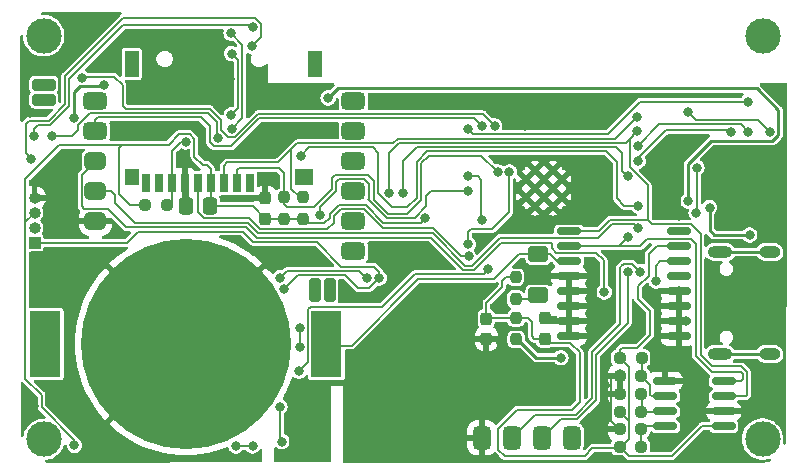
<source format=gbr>
%TF.GenerationSoftware,KiCad,Pcbnew,7.0.2*%
%TF.CreationDate,2024-10-19T10:13:07+03:00*%
%TF.ProjectId,gps_tracer,6770735f-7472-4616-9365-722e6b696361,rev?*%
%TF.SameCoordinates,Original*%
%TF.FileFunction,Copper,L2,Bot*%
%TF.FilePolarity,Positive*%
%FSLAX46Y46*%
G04 Gerber Fmt 4.6, Leading zero omitted, Abs format (unit mm)*
G04 Created by KiCad (PCBNEW 7.0.2) date 2024-10-19 10:13:07*
%MOMM*%
%LPD*%
G01*
G04 APERTURE LIST*
G04 Aperture macros list*
%AMRoundRect*
0 Rectangle with rounded corners*
0 $1 Rounding radius*
0 $2 $3 $4 $5 $6 $7 $8 $9 X,Y pos of 4 corners*
0 Add a 4 corners polygon primitive as box body*
4,1,4,$2,$3,$4,$5,$6,$7,$8,$9,$2,$3,0*
0 Add four circle primitives for the rounded corners*
1,1,$1+$1,$2,$3*
1,1,$1+$1,$4,$5*
1,1,$1+$1,$6,$7*
1,1,$1+$1,$8,$9*
0 Add four rect primitives between the rounded corners*
20,1,$1+$1,$2,$3,$4,$5,0*
20,1,$1+$1,$4,$5,$6,$7,0*
20,1,$1+$1,$6,$7,$8,$9,0*
20,1,$1+$1,$8,$9,$2,$3,0*%
G04 Aperture macros list end*
%TA.AperFunction,ComponentPad*%
%ADD10O,2.100000X1.000000*%
%TD*%
%TA.AperFunction,ComponentPad*%
%ADD11O,1.800000X1.000000*%
%TD*%
%TA.AperFunction,ComponentPad*%
%ADD12R,1.000000X1.000000*%
%TD*%
%TA.AperFunction,ComponentPad*%
%ADD13O,1.000000X1.000000*%
%TD*%
%TA.AperFunction,ComponentPad*%
%ADD14RoundRect,0.375000X-0.625000X-0.375000X0.625000X-0.375000X0.625000X0.375000X-0.625000X0.375000X0*%
%TD*%
%TA.AperFunction,ComponentPad*%
%ADD15RoundRect,0.375000X-0.525000X-0.375000X0.525000X-0.375000X0.525000X0.375000X-0.525000X0.375000X0*%
%TD*%
%TA.AperFunction,ComponentPad*%
%ADD16RoundRect,0.250000X0.750000X0.250000X-0.750000X0.250000X-0.750000X-0.250000X0.750000X-0.250000X0*%
%TD*%
%TA.AperFunction,ComponentPad*%
%ADD17RoundRect,0.250000X-0.250000X0.750000X-0.250000X-0.750000X0.250000X-0.750000X0.250000X0.750000X0*%
%TD*%
%TA.AperFunction,HeatsinkPad*%
%ADD18C,0.600000*%
%TD*%
%TA.AperFunction,ComponentPad*%
%ADD19RoundRect,0.375000X-0.375000X0.625000X-0.375000X-0.625000X0.375000X-0.625000X0.375000X0.625000X0*%
%TD*%
%TA.AperFunction,SMDPad,CuDef*%
%ADD20RoundRect,0.237500X-0.250000X-0.237500X0.250000X-0.237500X0.250000X0.237500X-0.250000X0.237500X0*%
%TD*%
%TA.AperFunction,SMDPad,CuDef*%
%ADD21RoundRect,0.150000X-0.825000X-0.150000X0.825000X-0.150000X0.825000X0.150000X-0.825000X0.150000X0*%
%TD*%
%TA.AperFunction,SMDPad,CuDef*%
%ADD22RoundRect,0.237500X-0.237500X0.250000X-0.237500X-0.250000X0.237500X-0.250000X0.237500X0.250000X0*%
%TD*%
%TA.AperFunction,SMDPad,CuDef*%
%ADD23RoundRect,0.237500X0.237500X-0.250000X0.237500X0.250000X-0.237500X0.250000X-0.237500X-0.250000X0*%
%TD*%
%TA.AperFunction,SMDPad,CuDef*%
%ADD24RoundRect,0.237500X0.237500X-0.300000X0.237500X0.300000X-0.237500X0.300000X-0.237500X-0.300000X0*%
%TD*%
%TA.AperFunction,SMDPad,CuDef*%
%ADD25RoundRect,0.250000X-0.600000X0.400000X-0.600000X-0.400000X0.600000X-0.400000X0.600000X0.400000X0*%
%TD*%
%TA.AperFunction,SMDPad,CuDef*%
%ADD26RoundRect,0.250000X0.337500X0.475000X-0.337500X0.475000X-0.337500X-0.475000X0.337500X-0.475000X0*%
%TD*%
%TA.AperFunction,SMDPad,CuDef*%
%ADD27RoundRect,0.150000X0.875000X0.150000X-0.875000X0.150000X-0.875000X-0.150000X0.875000X-0.150000X0*%
%TD*%
%TA.AperFunction,SMDPad,CuDef*%
%ADD28RoundRect,0.237500X0.250000X0.237500X-0.250000X0.237500X-0.250000X-0.237500X0.250000X-0.237500X0*%
%TD*%
%TA.AperFunction,SMDPad,CuDef*%
%ADD29R,2.600000X5.560000*%
%TD*%
%TA.AperFunction,SMDPad,CuDef*%
%ADD30C,17.800000*%
%TD*%
%TA.AperFunction,SMDPad,CuDef*%
%ADD31RoundRect,0.237500X-0.237500X0.300000X-0.237500X-0.300000X0.237500X-0.300000X0.237500X0.300000X0*%
%TD*%
%TA.AperFunction,SMDPad,CuDef*%
%ADD32R,0.700000X1.600000*%
%TD*%
%TA.AperFunction,SMDPad,CuDef*%
%ADD33R,1.200000X2.200000*%
%TD*%
%TA.AperFunction,SMDPad,CuDef*%
%ADD34R,1.600000X1.400000*%
%TD*%
%TA.AperFunction,SMDPad,CuDef*%
%ADD35R,1.200000X1.400000*%
%TD*%
%TA.AperFunction,ViaPad*%
%ADD36C,3.000000*%
%TD*%
%TA.AperFunction,ViaPad*%
%ADD37C,0.800000*%
%TD*%
%TA.AperFunction,Conductor*%
%ADD38C,0.150000*%
%TD*%
%TA.AperFunction,Conductor*%
%ADD39C,0.250000*%
%TD*%
G04 APERTURE END LIST*
D10*
%TO.P,P1,S1,SHIELD*%
%TO.N,unconnected-(P1-SHIELD-PadS1)*%
X107517400Y-65991200D03*
D11*
X111717400Y-65991200D03*
D10*
X107517400Y-57351200D03*
D11*
X111717400Y-57351200D03*
%TD*%
D12*
%TO.P,J3,1,Pin_1*%
%TO.N,SCL*%
X49460000Y-56550000D03*
D13*
%TO.P,J3,2,Pin_2*%
%TO.N,SDA*%
X49460000Y-55280000D03*
%TO.P,J3,3,Pin_3*%
%TO.N,+3.3V*%
X49460000Y-54010000D03*
%TO.P,J3,4,Pin_4*%
%TO.N,GND*%
X49460000Y-52740000D03*
%TD*%
D14*
%TO.P,U7,1,VCC*%
%TO.N,Net-(Q8-D)*%
X54620000Y-44580000D03*
%TO.P,U7,2,RST*%
%TO.N,RST_GSM*%
X54620000Y-47120000D03*
D15*
%TO.P,U7,3,RXD*%
%TO.N,RXD_GSM*%
X54620000Y-49660000D03*
%TO.P,U7,4,TXD*%
%TO.N,TXD_GSM*%
X54620000Y-52200000D03*
%TO.P,U7,5,GND*%
%TO.N,GND*%
X54620000Y-54740000D03*
D14*
%TO.P,U7,6,SPKM*%
%TO.N,unconnected-(U7-SPKM-Pad6)*%
X76464000Y-57280000D03*
%TO.P,U7,7,SPKN*%
%TO.N,unconnected-(U7-SPKN-Pad7)*%
X76464000Y-54740000D03*
%TO.P,U7,8,MICN*%
%TO.N,Net-(J1-Pin_1)*%
X76464000Y-52200000D03*
%TO.P,U7,9,MICP*%
%TO.N,Net-(J1-Pin_2)*%
X76464000Y-49660000D03*
%TO.P,U7,10,DTR*%
%TO.N,unconnected-(U7-DTR-Pad10)*%
X76464000Y-47120000D03*
%TO.P,U7,11,RING*%
%TO.N,unconnected-(U7-RING-Pad11)*%
X76464000Y-44580000D03*
%TD*%
D16*
%TO.P,J4,1,Pin_1*%
%TO.N,Net-(J4-Pin_1)*%
X50240000Y-44450000D03*
%TO.P,J4,2,Pin_2*%
%TO.N,Net-(IC1-BAT)*%
X50240000Y-43180000D03*
%TD*%
D17*
%TO.P,J1,1,Pin_1*%
%TO.N,Net-(J1-Pin_1)*%
X74440000Y-60560000D03*
%TO.P,J1,2,Pin_2*%
%TO.N,Net-(J1-Pin_2)*%
X73170000Y-60560000D03*
%TD*%
D18*
%TO.P,U4,39,GND*%
%TO.N,GND*%
X91051400Y-51179900D03*
X91051400Y-52704900D03*
X91813900Y-50417400D03*
X91813900Y-51942400D03*
X91813900Y-53467400D03*
X92576400Y-51179900D03*
X92576400Y-52704900D03*
X93338900Y-50417400D03*
X93338900Y-51942400D03*
X93338900Y-53467400D03*
X94101400Y-51179900D03*
X94101400Y-52704900D03*
%TD*%
D19*
%TO.P,U6,1,VCC*%
%TO.N,Net-(Q3-D)*%
X94945200Y-73075800D03*
%TO.P,U6,2,RX*%
%TO.N,GPS_RX*%
X92405200Y-73075800D03*
%TO.P,U6,3,TX*%
%TO.N,GPS_TX*%
X89865200Y-73075800D03*
%TO.P,U6,4,GND*%
%TO.N,GND*%
X87325200Y-73075800D03*
%TD*%
D20*
%TO.P,R29,1*%
%TO.N,Net-(JP4-A)*%
X99007500Y-70900000D03*
%TO.P,R29,2*%
%TO.N,Net-(JP2-B)*%
X100832500Y-70900000D03*
%TD*%
%TO.P,JP1,1,A*%
%TO.N,GND*%
X99015000Y-67850000D03*
%TO.P,JP1,2,B*%
%TO.N,Net-(JP1-B)*%
X100840000Y-67850000D03*
%TD*%
D21*
%TO.P,U13,1,A0*%
%TO.N,Net-(JP3-B)*%
X102865000Y-72105000D03*
%TO.P,U13,2,A1*%
%TO.N,Net-(JP2-B)*%
X102865000Y-70835000D03*
%TO.P,U13,3,A2*%
%TO.N,Net-(JP1-B)*%
X102865000Y-69565000D03*
%TO.P,U13,4,GND*%
%TO.N,GND*%
X102865000Y-68295000D03*
%TO.P,U13,5,SDA*%
%TO.N,SDA*%
X107815000Y-68295000D03*
%TO.P,U13,6,SCL*%
%TO.N,SCL*%
X107815000Y-69565000D03*
%TO.P,U13,7,WP*%
%TO.N,GND*%
X107815000Y-70835000D03*
%TO.P,U13,8,VCC*%
%TO.N,Net-(JP4-A)*%
X107815000Y-72105000D03*
%TD*%
D22*
%TO.P,R10,1*%
%TO.N,MICROSD_MOSI*%
X72210000Y-52730000D03*
%TO.P,R10,2*%
%TO.N,+3.3V*%
X72210000Y-54555000D03*
%TD*%
D23*
%TO.P,R31,1*%
%TO.N,Net-(D3-A)*%
X90190000Y-61310000D03*
%TO.P,R31,2*%
%TO.N,Net-(JP4-A)*%
X90190000Y-59485000D03*
%TD*%
D24*
%TO.P,C16,1*%
%TO.N,+3.3V*%
X69010000Y-54520000D03*
%TO.P,C16,2*%
%TO.N,GND*%
X69010000Y-52795000D03*
%TD*%
D20*
%TO.P,JP3,1,A*%
%TO.N,GND*%
X99005000Y-72370000D03*
%TO.P,JP3,2,B*%
%TO.N,Net-(JP3-B)*%
X100830000Y-72370000D03*
%TD*%
D24*
%TO.P,C27,1*%
%TO.N,Net-(JP4-A)*%
X92660000Y-64700000D03*
%TO.P,C27,2*%
%TO.N,GND*%
X92660000Y-62975000D03*
%TD*%
D20*
%TO.P,R28,1*%
%TO.N,Net-(JP4-A)*%
X99035000Y-66320000D03*
%TO.P,R28,2*%
%TO.N,Net-(JP1-B)*%
X100860000Y-66320000D03*
%TD*%
%TO.P,JP2,1,A*%
%TO.N,GND*%
X99005000Y-69370000D03*
%TO.P,JP2,2,B*%
%TO.N,Net-(JP2-B)*%
X100830000Y-69370000D03*
%TD*%
D25*
%TO.P,D3,1,K*%
%TO.N,Net-(BT1-+)*%
X92130000Y-57520000D03*
%TO.P,D3,2,A*%
%TO.N,Net-(D3-A)*%
X92130000Y-61020000D03*
%TD*%
D22*
%TO.P,JP4,1,A*%
%TO.N,Net-(JP4-A)*%
X90230000Y-62920000D03*
%TO.P,JP4,2,B*%
%TO.N,+3.3V*%
X90230000Y-64745000D03*
%TD*%
D26*
%TO.P,C1,1*%
%TO.N,+3.3V*%
X64345000Y-53480000D03*
%TO.P,C1,2*%
%TO.N,GND*%
X62270000Y-53480000D03*
%TD*%
D27*
%TO.P,U14,1,32KHZ*%
%TO.N,unconnected-(U14-32KHZ-Pad1)*%
X103990000Y-55580000D03*
%TO.P,U14,2,VCC*%
%TO.N,Net-(JP4-A)*%
X103990000Y-56850000D03*
%TO.P,U14,3,~{INT}/SQW*%
%TO.N,EXTERNAL_WOKE_UP*%
X103990000Y-58120000D03*
%TO.P,U14,4,~{RST}*%
%TO.N,unconnected-(U14-~{RST}-Pad4)*%
X103990000Y-59390000D03*
%TO.P,U14,5,GND*%
%TO.N,GND*%
X103990000Y-60660000D03*
%TO.P,U14,6,GND*%
X103990000Y-61930000D03*
%TO.P,U14,7,GND*%
X103990000Y-63200000D03*
%TO.P,U14,8,GND*%
X103990000Y-64470000D03*
%TO.P,U14,9,GND*%
X94690000Y-64470000D03*
%TO.P,U14,10,GND*%
X94690000Y-63200000D03*
%TO.P,U14,11,GND*%
X94690000Y-61930000D03*
%TO.P,U14,12,GND*%
X94690000Y-60660000D03*
%TO.P,U14,13,GND*%
X94690000Y-59390000D03*
%TO.P,U14,14,VBAT*%
%TO.N,Net-(BT1-+)*%
X94690000Y-58120000D03*
%TO.P,U14,15,SDA*%
%TO.N,SDA*%
X94690000Y-56850000D03*
%TO.P,U14,16,SCL*%
%TO.N,SCL*%
X94690000Y-55580000D03*
%TD*%
D28*
%TO.P,R12,1*%
%TO.N,MICROSD_MISO*%
X60670000Y-53400000D03*
%TO.P,R12,2*%
%TO.N,+3.3V*%
X58845000Y-53400000D03*
%TD*%
D29*
%TO.P,BT1,1,+*%
%TO.N,Net-(BT1-+)*%
X50370000Y-65130000D03*
X74180000Y-65130000D03*
D30*
%TO.P,BT1,2,-*%
%TO.N,GND*%
X62275000Y-65130000D03*
%TD*%
D22*
%TO.P,R24,1*%
%TO.N,MICROSD_CS*%
X70550000Y-52730000D03*
%TO.P,R24,2*%
%TO.N,+3.3V*%
X70550000Y-54555000D03*
%TD*%
D31*
%TO.P,C28,1*%
%TO.N,Net-(JP4-A)*%
X87720000Y-62980000D03*
%TO.P,C28,2*%
%TO.N,GND*%
X87720000Y-64705000D03*
%TD*%
D20*
%TO.P,R30,1*%
%TO.N,Net-(JP4-A)*%
X99005000Y-73830000D03*
%TO.P,R30,2*%
%TO.N,Net-(JP3-B)*%
X100830000Y-73830000D03*
%TD*%
D32*
%TO.P,J5,1,SHIELD*%
%TO.N,unconnected-(J5-SHIELD-Pad1)*%
X67680000Y-51510000D03*
%TO.P,J5,2,DAT1*%
%TO.N,MICROSD_CS*%
X66580000Y-51510000D03*
%TO.P,J5,3,DAT0*%
%TO.N,MICROSD_MOSI*%
X65480000Y-51510000D03*
%TO.P,J5,4,VSS*%
%TO.N,+3.3V*%
X64380000Y-51510000D03*
%TO.P,J5,5,CLK*%
%TO.N,MICROSD_CLK*%
X63280000Y-51510000D03*
%TO.P,J5,6,VDD*%
%TO.N,GND*%
X62180000Y-51510000D03*
%TO.P,J5,7,CMD*%
%TO.N,MICROSD_MISO*%
X61080000Y-51510000D03*
%TO.P,J5,8,DAT3/CD*%
%TO.N,unconnected-(J5-DAT3{slash}CD-Pad8)*%
X59980000Y-51510000D03*
%TO.P,J5,9,DAT2*%
%TO.N,unconnected-(J5-DAT2-Pad9)*%
X58880000Y-51510000D03*
D33*
%TO.P,J5,SH*%
%TO.N,N/C*%
X73180000Y-41410000D03*
D34*
X72280000Y-51010000D03*
D35*
X57680000Y-51010000D03*
D33*
X57680000Y-41410000D03*
%TD*%
D36*
%TO.N,*%
X111100000Y-39050000D03*
X111100000Y-39050000D03*
X111100000Y-73180000D03*
X50240000Y-39030000D03*
D37*
%TO.N,GSM_POWER_SOURSE*%
X52813081Y-45983081D03*
X55372000Y-43180000D03*
%TO.N,GND*%
X78200000Y-44510000D03*
X60380000Y-43530000D03*
X85720000Y-62250000D03*
X74422000Y-46736000D03*
X109150000Y-60200000D03*
X61640000Y-38950000D03*
X111560000Y-63210000D03*
X96710000Y-54350000D03*
X49110000Y-45560000D03*
X108990000Y-49810000D03*
X49420000Y-60030000D03*
X110820000Y-49840000D03*
X87560000Y-60550000D03*
X70130000Y-43660000D03*
X73180000Y-70770000D03*
X63770000Y-73350000D03*
X103280000Y-66660000D03*
X104035392Y-54330500D03*
X66040000Y-42672000D03*
X96580000Y-50560000D03*
X87120000Y-56190000D03*
X63450000Y-58240000D03*
X49380000Y-70370000D03*
X86500000Y-44600000D03*
X58166000Y-46736000D03*
X57110000Y-60900000D03*
X104620000Y-63170000D03*
X69240000Y-66340000D03*
X52830000Y-71970000D03*
X111506000Y-67818000D03*
X59840000Y-70160000D03*
X100470000Y-62990000D03*
X81830000Y-73360000D03*
X90260000Y-55170000D03*
X104010000Y-60670000D03*
X96520000Y-63754000D03*
X63330000Y-44240000D03*
X104200000Y-49450000D03*
X54864000Y-57404000D03*
X65550000Y-58200000D03*
X88900000Y-64900000D03*
X50780000Y-41170000D03*
X55350000Y-38150000D03*
X50830000Y-50720000D03*
X111560000Y-59500000D03*
X108990000Y-51540000D03*
X80320000Y-57127500D03*
X92340000Y-59210000D03*
X90950000Y-46660500D03*
X99010000Y-67690000D03*
X62270000Y-53410000D03*
X65330000Y-67740000D03*
X92500000Y-44990000D03*
X69040000Y-52740000D03*
X109150000Y-62550000D03*
X54180000Y-66550000D03*
X105570000Y-68690000D03*
X110790000Y-51520000D03*
X96740000Y-45570000D03*
X111506000Y-70612000D03*
X60198000Y-46736000D03*
%TO.N,+3.3V*%
X82524600Y-54508400D03*
X106620000Y-53590000D03*
X66522902Y-73766816D03*
X110010000Y-55910000D03*
X52840000Y-73715000D03*
X94025337Y-66301868D03*
X67920000Y-73766816D03*
%TO.N,+5V*%
X74325000Y-44297600D03*
X64973056Y-47676944D03*
X50980000Y-47550000D03*
X104800000Y-53025000D03*
%TO.N,SDA*%
X80683798Y-52354500D03*
X77640000Y-59560000D03*
X99679500Y-56080000D03*
X70279549Y-59515049D03*
X99679500Y-50950000D03*
%TO.N,SCL*%
X70390000Y-73400000D03*
X71910000Y-65370000D03*
X70579429Y-60468504D03*
X71930500Y-63790000D03*
X79490000Y-52354500D03*
X70230000Y-70455500D03*
X78639498Y-59556808D03*
X100500000Y-47130000D03*
%TO.N,EN*%
X86200000Y-46960000D03*
X109860000Y-44610000D03*
%TO.N,Net-(Q2-B)*%
X104780000Y-45525500D03*
X111710000Y-47150000D03*
%TO.N,TXD*%
X109907701Y-47157701D03*
X100540000Y-48340000D03*
%TO.N,RXD*%
X100560000Y-49650000D03*
X108430000Y-47220000D03*
%TO.N,Net-(U3-D+)*%
X105484555Y-54008078D03*
X105540000Y-50194500D03*
%TO.N,GPS_TX*%
X100741492Y-59011906D03*
%TO.N,GPS_RX*%
X99680000Y-59010000D03*
%TO.N,MICROSD_MISO*%
X71990000Y-49260302D03*
X100590000Y-53450000D03*
X62247299Y-48022701D03*
%TO.N,MICROSD_CLK*%
X86208426Y-57705663D03*
%TO.N,TXD_GSM*%
X100540000Y-55304500D03*
%TO.N,RXD_GSM*%
X97700000Y-60740000D03*
%TO.N,POWER_OF_GSM*%
X88411694Y-46660500D03*
X86170000Y-56706900D03*
X89670000Y-50570000D03*
X53447944Y-42597944D03*
%TO.N,MICROSD_MOSI*%
X100510000Y-45880000D03*
%TO.N,MICROSD_CS*%
X88670000Y-50560000D03*
%TO.N,Net-(D6-K)*%
X67980000Y-38330000D03*
X49404500Y-47550000D03*
%TO.N,Net-(D7-K)*%
X67880000Y-39920000D03*
X49200000Y-49440000D03*
%TO.N,Net-(IC1-STDBY)*%
X66110000Y-45750000D03*
X66150000Y-40550000D03*
%TO.N,Net-(IC1-CHRG)*%
X66150000Y-46935500D03*
X66100000Y-38825500D03*
%TO.N,BATTERY_VOLTAGE*%
X86120000Y-52170000D03*
X73620567Y-54245500D03*
%TO.N,MPU5060_INT*%
X87870000Y-58820000D03*
X86150000Y-50940000D03*
X87320000Y-54650000D03*
X71840000Y-67445500D03*
%TO.N,RST_GSM*%
X87330000Y-46660500D03*
D36*
%TO.N,Net-(BT1-+)*%
X50270000Y-73200000D03*
D37*
%TO.N,EXTERNAL_WOKE_UP*%
X102075000Y-59800000D03*
%TD*%
D38*
%TO.N,GSM_POWER_SOURSE*%
X55372000Y-43180000D02*
X55202000Y-43350000D01*
D39*
X52820000Y-43810000D02*
X53307056Y-43322944D01*
X52813081Y-45983081D02*
X52820000Y-45976162D01*
X53307056Y-43322944D02*
X55229056Y-43322944D01*
X55229056Y-43322944D02*
X55372000Y-43180000D01*
X52820000Y-45976162D02*
X52820000Y-43810000D01*
D38*
%TO.N,GND*%
X98455000Y-69370000D02*
X98245000Y-69160000D01*
X98905000Y-67960000D02*
X98410000Y-67960000D01*
X99005000Y-69370000D02*
X98455000Y-69370000D01*
D39*
X104010000Y-60670000D02*
X103990000Y-61980000D01*
D38*
X62270000Y-53480000D02*
X62270000Y-53410000D01*
X62200000Y-53410000D02*
X62180000Y-53390000D01*
D39*
X103990000Y-60660000D02*
X104010000Y-60670000D01*
X92915000Y-63200000D02*
X92690000Y-62975000D01*
D38*
X98245000Y-68620000D02*
X98245000Y-69160000D01*
D39*
X104035392Y-49614608D02*
X104200000Y-49450000D01*
D38*
X99010000Y-67690000D02*
X98905000Y-67960000D01*
X62270000Y-53480000D02*
X62270000Y-53480000D01*
D39*
X105781751Y-70835000D02*
X107815000Y-70835000D01*
X103990000Y-62080000D02*
X103990000Y-64470000D01*
D38*
X62270000Y-53410000D02*
X62200000Y-53410000D01*
X98410000Y-67960000D02*
X98250000Y-68120000D01*
D39*
X105053375Y-70106625D02*
X105781751Y-70835000D01*
X104265000Y-68295000D02*
X105053375Y-69083375D01*
D38*
X99007500Y-72430000D02*
X98245000Y-71667500D01*
D39*
X104035392Y-54330500D02*
X104035392Y-49614608D01*
X105053375Y-69083375D02*
X105053375Y-70106625D01*
D38*
X94690000Y-63200000D02*
X92885000Y-63200000D01*
X98250000Y-68120000D02*
X98250000Y-68615000D01*
X98250000Y-68615000D02*
X98245000Y-68620000D01*
X62180000Y-53390000D02*
X62180000Y-51510000D01*
D39*
X103990000Y-61980000D02*
X104040000Y-62030000D01*
D38*
X99015000Y-67850000D02*
X99010000Y-67690000D01*
X92885000Y-63200000D02*
X92660000Y-62975000D01*
X98245000Y-71667500D02*
X98245000Y-69160000D01*
D39*
X104040000Y-62030000D02*
X103990000Y-62080000D01*
X102865000Y-68295000D02*
X104265000Y-68295000D01*
D38*
%TO.N,+3.3V*%
X72575000Y-54920000D02*
X74000000Y-54920000D01*
X51562000Y-48260000D02*
X56896000Y-48260000D01*
X82173000Y-54860000D02*
X82524600Y-54508400D01*
X48685000Y-55118000D02*
X48685000Y-68075000D01*
X62587701Y-47347701D02*
X61722000Y-47347701D01*
X62992000Y-49276000D02*
X62992000Y-47752000D01*
X50055000Y-69445000D02*
X50055000Y-70474770D01*
X67970000Y-53480000D02*
X69010000Y-54520000D01*
X62992000Y-47752000D02*
X62587701Y-47347701D01*
X70515000Y-54520000D02*
X69010000Y-54520000D01*
X56610000Y-52440000D02*
X56610000Y-48546000D01*
X64345000Y-53480000D02*
X64380000Y-53445000D01*
D39*
X91936868Y-66301868D02*
X90230000Y-64595000D01*
D38*
X72210000Y-54555000D02*
X72575000Y-54920000D01*
X52840000Y-73259770D02*
X52840000Y-73715000D01*
X64380000Y-51510000D02*
X64380000Y-50292000D01*
X74440000Y-54165026D02*
X75245026Y-53360000D01*
X75245026Y-53360000D02*
X77498213Y-53360000D01*
X64345000Y-53480000D02*
X67970000Y-53480000D01*
X67920000Y-73766816D02*
X66522902Y-73766816D01*
X50055000Y-70474770D02*
X52840000Y-73259770D01*
X74000000Y-54920000D02*
X74440000Y-54480000D01*
X64068000Y-49980000D02*
X63696000Y-49980000D01*
X77498213Y-53360000D02*
X78998212Y-54860000D01*
X60809701Y-48260000D02*
X61722000Y-47347701D01*
D39*
X94025337Y-66301868D02*
X91936868Y-66301868D01*
D38*
X48685000Y-54785000D02*
X48685000Y-55118000D01*
D39*
X110010000Y-55910000D02*
X107010000Y-55910000D01*
D38*
X70550000Y-54555000D02*
X70515000Y-54520000D01*
X64380000Y-53445000D02*
X64380000Y-51510000D01*
D39*
X107010000Y-55910000D02*
X107000000Y-55900000D01*
D38*
X56896000Y-48260000D02*
X57280000Y-48260000D01*
D39*
X106620000Y-55520000D02*
X106620000Y-53590000D01*
D38*
X70550000Y-54555000D02*
X72210000Y-54555000D01*
X64380000Y-50292000D02*
X64068000Y-49980000D01*
X57570000Y-53400000D02*
X56610000Y-52440000D01*
X78998212Y-54860000D02*
X82173000Y-54860000D01*
X58845000Y-53400000D02*
X57570000Y-53400000D01*
X48685000Y-55118000D02*
X48685000Y-51137000D01*
X48685000Y-68075000D02*
X50055000Y-69445000D01*
X56896000Y-48260000D02*
X60809701Y-48260000D01*
X48685000Y-51137000D02*
X51562000Y-48260000D01*
X56610000Y-48546000D02*
X56896000Y-48260000D01*
D39*
X107000000Y-55900000D02*
X106620000Y-55520000D01*
D38*
X74440000Y-54480000D02*
X74440000Y-54165026D01*
X49460000Y-54010000D02*
X48685000Y-54785000D01*
X63696000Y-49980000D02*
X62992000Y-49276000D01*
%TO.N,+5V*%
X50980000Y-47550000D02*
X52600148Y-47550000D01*
X64175000Y-45605000D02*
X64880000Y-46310000D01*
X53115879Y-46634172D02*
X54145051Y-45605000D01*
D39*
X104800000Y-49909195D02*
X106764195Y-47945000D01*
X104800000Y-53025000D02*
X104800000Y-49909195D01*
D38*
X64880000Y-47583888D02*
X64973056Y-47676944D01*
X52600148Y-47550000D02*
X53115879Y-47034269D01*
D39*
X75117600Y-43505000D02*
X74325000Y-44297600D01*
X110595000Y-43505000D02*
X75117600Y-43505000D01*
D38*
X54145051Y-45605000D02*
X64175000Y-45605000D01*
D39*
X106764195Y-47945000D02*
X111940305Y-47945000D01*
D38*
X64880000Y-46310000D02*
X64880000Y-47583888D01*
D39*
X111940305Y-47945000D02*
X112435000Y-47450305D01*
D38*
X53115879Y-47034269D02*
X53115879Y-46634172D01*
D39*
X112435000Y-47450305D02*
X112435000Y-45345000D01*
X112435000Y-45345000D02*
X110595000Y-43505000D01*
D38*
%TO.N,SDA*%
X109440000Y-68140000D02*
X109440000Y-67690000D01*
X70854598Y-58940000D02*
X71354975Y-58940000D01*
X81880000Y-48450000D02*
X98680000Y-48450000D01*
X80683798Y-49646202D02*
X81880000Y-48450000D01*
X98680000Y-56850000D02*
X94690000Y-56850000D01*
X109300000Y-67550000D02*
X106855026Y-67550000D01*
X109440000Y-67690000D02*
X109300000Y-67550000D01*
X105480000Y-66174974D02*
X105480000Y-56700000D01*
X105480000Y-56700000D02*
X105055000Y-56275000D01*
X77550000Y-59560000D02*
X77640000Y-59560000D01*
X71359975Y-58935000D02*
X76925000Y-58935000D01*
X99679500Y-56080000D02*
X98909500Y-56850000D01*
X99230000Y-49000000D02*
X99230000Y-50500500D01*
X107815000Y-68295000D02*
X109285000Y-68295000D01*
X106855026Y-67550000D02*
X105480000Y-66174974D01*
X105055000Y-56275000D02*
X101325000Y-56275000D01*
X109285000Y-68295000D02*
X109440000Y-68140000D01*
X99230000Y-50500500D02*
X99679500Y-50950000D01*
X100750000Y-56850000D02*
X98680000Y-56850000D01*
X101325000Y-56275000D02*
X100750000Y-56850000D01*
X70279549Y-59515049D02*
X70854598Y-58940000D01*
X98909500Y-56850000D02*
X98680000Y-56850000D01*
X98680000Y-48450000D02*
X99230000Y-49000000D01*
X80683798Y-52354500D02*
X80683798Y-49646202D01*
X76925000Y-58935000D02*
X77550000Y-59560000D01*
X71354975Y-58940000D02*
X71359975Y-58935000D01*
%TO.N,SCL*%
X109290000Y-67040000D02*
X109790000Y-67540000D01*
X94690000Y-55580000D02*
X97230000Y-55580000D01*
X106840000Y-67040000D02*
X109290000Y-67040000D01*
X101372500Y-51682500D02*
X100795000Y-51105000D01*
X109665000Y-69565000D02*
X107815000Y-69565000D01*
X70230000Y-70455500D02*
X70230000Y-73240000D01*
X99860000Y-47770000D02*
X99860000Y-50170000D01*
X73338000Y-56485000D02*
X75438000Y-58585000D01*
X77796306Y-60400000D02*
X78639498Y-59556808D01*
X76885485Y-60400000D02*
X77796306Y-60400000D01*
X99860000Y-50170000D02*
X100795000Y-51105000D01*
X70230000Y-73240000D02*
X70390000Y-73400000D01*
X75438000Y-58585000D02*
X78175000Y-58585000D01*
X109790000Y-69440000D02*
X109665000Y-69565000D01*
X99530000Y-48100000D02*
X100500000Y-47130000D01*
X97230000Y-55580000D02*
X98180000Y-54630000D01*
X71762933Y-59285000D02*
X75770485Y-59285000D01*
X109790000Y-67540000D02*
X109790000Y-69440000D01*
X80350000Y-48100000D02*
X99530000Y-48100000D01*
X105850000Y-55813959D02*
X105850000Y-66050000D01*
X71930500Y-63790000D02*
X71930500Y-65349500D01*
X101372500Y-54677500D02*
X101325000Y-54630000D01*
X49780000Y-56560000D02*
X57295000Y-56560000D01*
X78639498Y-59049498D02*
X78639498Y-59556808D01*
X100500000Y-47130000D02*
X99860000Y-47770000D01*
X98180000Y-54630000D02*
X101325000Y-54630000D01*
X79490000Y-52354500D02*
X79490000Y-48960000D01*
X101372500Y-54677500D02*
X101700000Y-55005000D01*
X105041041Y-55005000D02*
X105850000Y-55813959D01*
X79490000Y-52354500D02*
X79490000Y-52060000D01*
X70579429Y-60468504D02*
X71762933Y-59285000D01*
X71930500Y-65349500D02*
X71910000Y-65370000D01*
X78175000Y-58585000D02*
X78639498Y-59049498D01*
X79490000Y-48960000D02*
X80350000Y-48100000D01*
X58240026Y-55614974D02*
X67104974Y-55614974D01*
X75770485Y-59285000D02*
X76885485Y-60400000D01*
X67104974Y-55614974D02*
X67975000Y-56485000D01*
X67975000Y-56485000D02*
X73338000Y-56485000D01*
X101372500Y-54677500D02*
X101372500Y-51682500D01*
X105850000Y-66050000D02*
X106840000Y-67040000D01*
X57295000Y-56560000D02*
X58240026Y-55614974D01*
X101700000Y-55005000D02*
X105041041Y-55005000D01*
D39*
%TO.N,unconnected-(P1-SHIELD-PadS1)*%
X107517400Y-65991200D02*
X111717400Y-65991200D01*
X107517400Y-57351200D02*
X111717400Y-57351200D01*
D38*
%TO.N,EN*%
X100745000Y-44610000D02*
X98020000Y-47335000D01*
X86575000Y-47335000D02*
X86200000Y-46960000D01*
X109860000Y-44610000D02*
X100745000Y-44610000D01*
X98020000Y-47335000D02*
X86575000Y-47335000D01*
%TO.N,Net-(Q2-B)*%
X110755000Y-46195000D02*
X105449500Y-46195000D01*
X111710000Y-47150000D02*
X110755000Y-46195000D01*
X105449500Y-46195000D02*
X104780000Y-45525500D01*
%TO.N,TXD*%
X102335000Y-46545000D02*
X109295000Y-46545000D01*
X109295000Y-46545000D02*
X109907701Y-47157701D01*
X100540000Y-48340000D02*
X102335000Y-46545000D01*
%TO.N,RXD*%
X100560000Y-49650000D02*
X100560000Y-49415000D01*
X100560000Y-49415000D02*
X102925000Y-47050000D01*
X108430000Y-47220000D02*
X108260000Y-47050000D01*
X108260000Y-47050000D02*
X102925000Y-47050000D01*
%TO.N,Net-(U3-D+)*%
X105540000Y-50194500D02*
X105540000Y-53952633D01*
D39*
X105540000Y-53952633D02*
X105484555Y-54008078D01*
D38*
%TO.N,GPS_TX*%
X100064586Y-58335000D02*
X99355000Y-58335000D01*
X99000000Y-63464000D02*
X99000000Y-58690000D01*
X100064586Y-58335000D02*
X100741492Y-59011906D01*
X91821000Y-71120000D02*
X94300000Y-71120000D01*
X96675000Y-69720026D02*
X96675000Y-65789000D01*
X89865200Y-73075800D02*
X91821000Y-71120000D01*
X99135000Y-58555000D02*
X98998871Y-58691129D01*
X95275026Y-71120000D02*
X96675000Y-69720026D01*
X94300000Y-71120000D02*
X95275026Y-71120000D01*
X94300000Y-71120000D02*
X94640000Y-71120000D01*
X99000000Y-58690000D02*
X99135000Y-58555000D01*
X99355000Y-58335000D02*
X99135000Y-58555000D01*
X96675000Y-65789000D02*
X99000000Y-63464000D01*
%TO.N,GPS_RX*%
X97025000Y-69865000D02*
X96060000Y-70830000D01*
X97025000Y-66043000D02*
X97025000Y-69865000D01*
X94350000Y-71470000D02*
X95420000Y-71470000D01*
X99680000Y-59010000D02*
X99680000Y-63388000D01*
X94011000Y-71470000D02*
X94350000Y-71470000D01*
X99680000Y-63388000D02*
X97025000Y-66043000D01*
X92405200Y-73075800D02*
X94011000Y-71470000D01*
X94350000Y-71470000D02*
X94840000Y-71470000D01*
X95420000Y-71470000D02*
X96060000Y-70830000D01*
X96060000Y-70830000D02*
X96320000Y-70570000D01*
%TO.N,MICROSD_MISO*%
X62247299Y-48022701D02*
X61877299Y-48022701D01*
X81810000Y-52775026D02*
X81025026Y-53560000D01*
X78115000Y-48495000D02*
X78570000Y-48950000D01*
X89970000Y-48800000D02*
X89700000Y-48800000D01*
X71990000Y-49050000D02*
X71990000Y-49260302D01*
X71990000Y-49200000D02*
X72695000Y-48495000D01*
X61877299Y-48022701D02*
X61080000Y-48820000D01*
X97870000Y-48800000D02*
X98760000Y-49690000D01*
X81025026Y-53560000D02*
X79740905Y-53560000D01*
X71990000Y-49260302D02*
X71990000Y-49200000D01*
X61080000Y-52990000D02*
X61080000Y-51510000D01*
X79740905Y-53560000D02*
X78570000Y-52389095D01*
X72695000Y-48495000D02*
X78115000Y-48495000D01*
X89970000Y-48800000D02*
X82710000Y-48800000D01*
X82710000Y-48800000D02*
X81810000Y-49700000D01*
X98760000Y-49690000D02*
X98760000Y-52800000D01*
X100590000Y-53450000D02*
X100580000Y-53460000D01*
X89970000Y-48800000D02*
X97870000Y-48800000D01*
X60670000Y-53400000D02*
X61080000Y-52990000D01*
X78570000Y-48950000D02*
X78570000Y-50020000D01*
X78570000Y-52389095D02*
X78570000Y-50020000D01*
X99410000Y-53450000D02*
X100590000Y-53450000D01*
X78570000Y-50020000D02*
X78570000Y-49846761D01*
X89700000Y-48800000D02*
X89520000Y-48800000D01*
X81810000Y-49700000D02*
X81810000Y-52775026D01*
X71990000Y-49050000D02*
X71970000Y-49030000D01*
X61080000Y-48820000D02*
X61080000Y-51510000D01*
X98760000Y-52800000D02*
X99410000Y-53450000D01*
%TO.N,MICROSD_CLK*%
X75385000Y-53715000D02*
X77358239Y-53715000D01*
X67620000Y-54500000D02*
X68550000Y-55430000D01*
X74224000Y-55430000D02*
X74790000Y-54864000D01*
X83192125Y-55320000D02*
X85577788Y-57705663D01*
X63280000Y-51510000D02*
X63280000Y-53969962D01*
X68550000Y-55430000D02*
X74224000Y-55430000D01*
X78963238Y-55320000D02*
X83192125Y-55320000D01*
X63280000Y-53969962D02*
X63810038Y-54500000D01*
X77358239Y-53715000D02*
X78963238Y-55320000D01*
X74790000Y-54310000D02*
X75385000Y-53715000D01*
X63810038Y-54500000D02*
X67620000Y-54500000D01*
X85577788Y-57705663D02*
X86208426Y-57705663D01*
X74790000Y-54864000D02*
X74790000Y-54310000D01*
%TO.N,TXD_GSM*%
X57930000Y-54890000D02*
X56260000Y-53220000D01*
X55900000Y-52200000D02*
X54620000Y-52200000D01*
X98324974Y-54980000D02*
X97149974Y-56155000D01*
X67515026Y-54890000D02*
X57930000Y-54890000D01*
X88875000Y-56155000D02*
X86527151Y-58502849D01*
X100540000Y-55304500D02*
X100215500Y-54980000D01*
X83157151Y-55780000D02*
X68405026Y-55780000D01*
X86527151Y-58502849D02*
X85880000Y-58502849D01*
X56260000Y-53220000D02*
X56260000Y-52560000D01*
X56260000Y-52560000D02*
X55900000Y-52200000D01*
X97149974Y-56155000D02*
X88875000Y-56155000D01*
X68405026Y-55780000D02*
X67515026Y-54890000D01*
X85880000Y-58502849D02*
X83157151Y-55780000D01*
X100215500Y-54980000D02*
X98324974Y-54980000D01*
%TO.N,RXD_GSM*%
X59270000Y-55264974D02*
X57234974Y-55264974D01*
X53665000Y-53715000D02*
X53445000Y-53495000D01*
X97650000Y-60690000D02*
X97700000Y-60740000D01*
X53445000Y-53495000D02*
X53445000Y-52650000D01*
X55685000Y-53715000D02*
X53665000Y-53715000D01*
X97650000Y-58050000D02*
X97650000Y-60690000D01*
X57234974Y-55264974D02*
X55685000Y-53715000D01*
X53445000Y-52650000D02*
X53445000Y-50835000D01*
X93255000Y-56695000D02*
X93255000Y-57041041D01*
X93638959Y-57425000D02*
X97025000Y-57425000D01*
X86672125Y-58852849D02*
X88929974Y-56595000D01*
X67395026Y-55264974D02*
X68260052Y-56130000D01*
X88929974Y-56595000D02*
X93155000Y-56595000D01*
X93155000Y-56595000D02*
X93255000Y-56695000D01*
X93255000Y-57041041D02*
X93638959Y-57425000D01*
X85735026Y-58852849D02*
X86672125Y-58852849D01*
X83012177Y-56130000D02*
X85735026Y-58852849D01*
X53445000Y-52844239D02*
X53445000Y-52650000D01*
X97025000Y-57425000D02*
X97650000Y-58050000D01*
X68260052Y-56130000D02*
X83012177Y-56130000D01*
X59270000Y-55264974D02*
X67395026Y-55264974D01*
X59002716Y-55264974D02*
X59270000Y-55264974D01*
X53445000Y-50835000D02*
X54620000Y-49660000D01*
%TO.N,POWER_OF_GSM*%
X86170000Y-56706900D02*
X86170000Y-55680000D01*
X56920000Y-44950000D02*
X56920000Y-43235000D01*
X64319974Y-45255000D02*
X57225000Y-45255000D01*
X86450000Y-55400000D02*
X88220000Y-55400000D01*
X53540888Y-42505000D02*
X53447944Y-42597944D01*
X88220000Y-55400000D02*
X89670000Y-53950000D01*
X89670000Y-53950000D02*
X89670000Y-50570000D01*
X56190000Y-42505000D02*
X53540888Y-42505000D01*
X86450000Y-55400000D02*
X86170000Y-55680000D01*
X65860000Y-47610000D02*
X65230000Y-46980000D01*
X65230000Y-46980000D02*
X65230000Y-46165026D01*
X66430095Y-47610000D02*
X65860000Y-47610000D01*
X68352393Y-45687702D02*
X66430095Y-47610000D01*
X87438896Y-45687702D02*
X68352393Y-45687702D01*
X65230000Y-46165026D02*
X64319974Y-45255000D01*
X88411694Y-46660500D02*
X87438896Y-45687702D01*
X56920000Y-43235000D02*
X56190000Y-42505000D01*
X57225000Y-45255000D02*
X56920000Y-44950000D01*
%TO.N,MICROSD_MOSI*%
X71620000Y-48230000D02*
X71705000Y-48145000D01*
X80205026Y-47750000D02*
X98640000Y-47750000D01*
X65480000Y-51510000D02*
X65480000Y-50910000D01*
X79810026Y-48145000D02*
X80205026Y-47750000D01*
X71205000Y-51985000D02*
X71205000Y-48645000D01*
X71950000Y-52730000D02*
X71205000Y-51985000D01*
X98640000Y-47750000D02*
X100510000Y-45880000D01*
X72210000Y-52730000D02*
X71950000Y-52730000D01*
X71205000Y-48645000D02*
X71620000Y-48230000D01*
X65480000Y-51510000D02*
X65480000Y-50070000D01*
X65480000Y-50070000D02*
X65790000Y-49760000D01*
X71705000Y-48145000D02*
X79810026Y-48145000D01*
X65790000Y-49760000D02*
X70090000Y-49760000D01*
X70090000Y-49760000D02*
X71620000Y-48230000D01*
X65480000Y-50910000D02*
X65490000Y-50900000D01*
X98705000Y-47685000D02*
X100510000Y-45880000D01*
%TO.N,MICROSD_CS*%
X88670000Y-50560000D02*
X87290000Y-49180000D01*
X80983284Y-54096716D02*
X79411690Y-54096716D01*
X70130000Y-50210000D02*
X66770000Y-50210000D01*
X77690000Y-50800000D02*
X74890000Y-50800000D01*
X82160000Y-52920000D02*
X80983284Y-54096716D01*
X66770000Y-50210000D02*
X66580000Y-50400000D01*
X74640000Y-51050000D02*
X74640000Y-52044974D01*
X82824974Y-49180000D02*
X82160000Y-49844974D01*
X79411690Y-54096716D02*
X78220000Y-52905026D01*
X70550000Y-52730000D02*
X70550000Y-50630000D01*
X87290000Y-49180000D02*
X82824974Y-49180000D01*
X74640000Y-52044974D02*
X73104974Y-53580000D01*
X66580000Y-50400000D02*
X66580000Y-51510000D01*
X73104974Y-53580000D02*
X70820000Y-53580000D01*
X70550000Y-50630000D02*
X70130000Y-50210000D01*
X78220000Y-51330000D02*
X77690000Y-50800000D01*
X78220000Y-52905026D02*
X78220000Y-51330000D01*
X82160000Y-49844974D02*
X82160000Y-52920000D01*
X70820000Y-53580000D02*
X70550000Y-53310000D01*
X74890000Y-50800000D02*
X74640000Y-51050000D01*
X70550000Y-53310000D02*
X70550000Y-52730000D01*
%TO.N,Net-(D6-K)*%
X52420000Y-42672000D02*
X56941500Y-38150500D01*
X67800500Y-38150500D02*
X67980000Y-38330000D01*
X50799974Y-46585000D02*
X52420000Y-44964974D01*
X49745000Y-46585000D02*
X50799974Y-46585000D01*
X49404500Y-46925500D02*
X49745000Y-46585000D01*
X49404500Y-47550000D02*
X49404500Y-46925500D01*
X52420000Y-44964974D02*
X52420000Y-42672000D01*
X56941500Y-38150500D02*
X67800500Y-38150500D01*
%TO.N,Net-(D7-K)*%
X68655000Y-38050405D02*
X68154596Y-37550000D01*
X50655000Y-46235000D02*
X48975000Y-46235000D01*
X48730000Y-46480000D02*
X48730000Y-48970000D01*
X52070000Y-44820000D02*
X50655000Y-46235000D01*
X48730000Y-48970000D02*
X49200000Y-49440000D01*
X68154596Y-37550000D02*
X56938000Y-37550000D01*
X56938000Y-37550000D02*
X52070000Y-42418000D01*
X52070000Y-42418000D02*
X52070000Y-44820000D01*
X67880000Y-39920000D02*
X68655000Y-39145000D01*
X68655000Y-39145000D02*
X68655000Y-38050405D01*
X48975000Y-46235000D02*
X48730000Y-46480000D01*
%TO.N,Net-(IC1-STDBY)*%
X66150000Y-40550000D02*
X66715000Y-41115000D01*
X66715000Y-45145000D02*
X66110000Y-45750000D01*
X66715000Y-41115000D02*
X66715000Y-45145000D01*
%TO.N,Net-(IC1-CHRG)*%
X67065000Y-46020500D02*
X66150000Y-46935500D01*
X66100000Y-38825500D02*
X67065000Y-39790500D01*
X67065000Y-39790500D02*
X67065000Y-46020500D01*
%TO.N,BATTERY_VOLTAGE*%
X81648405Y-54430000D02*
X81640000Y-54430000D01*
X77739000Y-52844239D02*
X77739000Y-51554000D01*
X74990000Y-52189948D02*
X73620567Y-53559381D01*
X77701619Y-52881619D02*
X77739000Y-52844239D01*
X74990000Y-51400000D02*
X74990000Y-52189948D01*
X73620567Y-53559381D02*
X73620567Y-54245500D01*
X81640000Y-54430000D02*
X81560000Y-54510000D01*
X77360000Y-51175000D02*
X75215000Y-51175000D01*
X82620000Y-53458406D02*
X81648405Y-54430000D01*
X81560000Y-54510000D02*
X79330000Y-54510000D01*
X75215000Y-51175000D02*
X74990000Y-51400000D01*
X86120000Y-52170000D02*
X83020000Y-52170000D01*
X82620000Y-52570000D02*
X82620000Y-53458406D01*
X83020000Y-52170000D02*
X82620000Y-52570000D01*
X79330000Y-54510000D02*
X77701619Y-52881619D01*
X77739000Y-51554000D02*
X77360000Y-51175000D01*
%TO.N,MPU5060_INT*%
X72605000Y-62870000D02*
X72605000Y-62215000D01*
X75580000Y-61980000D02*
X78280000Y-61980000D01*
X87290000Y-51260000D02*
X87290000Y-54620000D01*
X78910000Y-61980000D02*
X75580000Y-61980000D01*
X71840000Y-67445500D02*
X72605000Y-66680500D01*
X86970000Y-50940000D02*
X87290000Y-51260000D01*
X72840000Y-61980000D02*
X75580000Y-61980000D01*
X87290000Y-54620000D02*
X87320000Y-54650000D01*
X78280000Y-61980000D02*
X78559095Y-61980000D01*
X87487151Y-59202849D02*
X81687151Y-59202849D01*
X72605000Y-62215000D02*
X72840000Y-61980000D01*
X72605000Y-66680500D02*
X72605000Y-62870000D01*
X87870000Y-58820000D02*
X87487151Y-59202849D01*
X86150000Y-50940000D02*
X86970000Y-50940000D01*
X81687151Y-59202849D02*
X78910000Y-61980000D01*
%TO.N,RST_GSM*%
X68496195Y-46040000D02*
X86709500Y-46040000D01*
X86709500Y-46040000D02*
X87330000Y-46660500D01*
X54620000Y-47120000D02*
X54620000Y-46190000D01*
X64660000Y-48400000D02*
X66136196Y-48400000D01*
X64298056Y-46698056D02*
X64298056Y-48038056D01*
X54855000Y-45955000D02*
X63555000Y-45955000D01*
X54620000Y-46190000D02*
X54855000Y-45955000D01*
X64298056Y-48038056D02*
X64660000Y-48400000D01*
X63555000Y-45955000D02*
X64298056Y-46698056D01*
X66136196Y-48400000D02*
X68496195Y-46040000D01*
%TO.N,Net-(BT1-+)*%
X81940000Y-59630000D02*
X76300000Y-65270000D01*
X88360000Y-59630000D02*
X81940000Y-59630000D01*
X93090000Y-57520000D02*
X92130000Y-57520000D01*
X90470000Y-57520000D02*
X88360000Y-59630000D01*
X92130000Y-57520000D02*
X90470000Y-57520000D01*
X93690000Y-58120000D02*
X93090000Y-57520000D01*
X94690000Y-58120000D02*
X93690000Y-58120000D01*
X76300000Y-65270000D02*
X74180000Y-65270000D01*
%TO.N,Net-(JP4-A)*%
X94835000Y-65045000D02*
X93035000Y-65045000D01*
D39*
X87690000Y-62810000D02*
X87730000Y-62770000D01*
D38*
X99035000Y-66320000D02*
X99777500Y-67062500D01*
X103990000Y-56850000D02*
X102125000Y-56850000D01*
X101450000Y-59350000D02*
X100575000Y-60225000D01*
X98595000Y-73960000D02*
X96690000Y-73960000D01*
X102125000Y-56850000D02*
X101450000Y-57525000D01*
X91770000Y-64700000D02*
X92660000Y-64700000D01*
X91220000Y-62920000D02*
X90230000Y-62920000D01*
X101575000Y-62350000D02*
X101575000Y-64362500D01*
X90291761Y-70730000D02*
X94980000Y-70730000D01*
X99770000Y-73185000D02*
X99005000Y-73950000D01*
X89070000Y-60290000D02*
X89070000Y-59770000D01*
X103430000Y-74610000D02*
X105935000Y-72105000D01*
X91570000Y-63270000D02*
X91220000Y-62920000D01*
X99035000Y-65630000D02*
X99035000Y-66320000D01*
X99777500Y-71655000D02*
X99770000Y-71662500D01*
X87820000Y-62920000D02*
X87720000Y-63020000D01*
X88710000Y-72311761D02*
X90291761Y-70730000D01*
X102030000Y-74610000D02*
X103430000Y-74610000D01*
X101670000Y-74610000D02*
X102030000Y-74610000D01*
X87720000Y-61640000D02*
X89070000Y-60290000D01*
X89355000Y-59485000D02*
X90190000Y-59485000D01*
X100450000Y-65487500D02*
X99177500Y-65487500D01*
X94980000Y-70730000D02*
X95620000Y-70090000D01*
X105935000Y-72105000D02*
X107815000Y-72105000D01*
X99007500Y-70900000D02*
X99770000Y-71662500D01*
X87720000Y-62980000D02*
X87720000Y-61640000D01*
X100575000Y-60225000D02*
X100575000Y-61350000D01*
X96690000Y-73960000D02*
X96030000Y-74620000D01*
X100575000Y-61350000D02*
X101575000Y-62350000D01*
D39*
X87640000Y-62760000D02*
X87690000Y-62810000D01*
D38*
X101450000Y-57525000D02*
X101450000Y-59350000D01*
X91570000Y-64500000D02*
X91570000Y-63270000D01*
X101575000Y-64362500D02*
X100450000Y-65487500D01*
X99777500Y-67062500D02*
X99777500Y-71655000D01*
X99770000Y-71662500D02*
X99770000Y-73185000D01*
X99177500Y-65487500D02*
X99035000Y-65630000D01*
X95620000Y-65830000D02*
X94835000Y-65045000D01*
X89260000Y-74620000D02*
X88710000Y-74070000D01*
X89070000Y-59770000D02*
X89355000Y-59485000D01*
X88710000Y-74070000D02*
X88710000Y-72311761D01*
X93035000Y-65045000D02*
X92690000Y-64700000D01*
X91570000Y-64500000D02*
X91770000Y-64700000D01*
X99785000Y-74610000D02*
X99005000Y-73830000D01*
X95620000Y-70090000D02*
X95620000Y-65830000D01*
X90230000Y-62920000D02*
X87820000Y-62920000D01*
X96030000Y-74620000D02*
X89260000Y-74620000D01*
X102030000Y-74610000D02*
X99785000Y-74610000D01*
%TO.N,Net-(D3-A)*%
X91840000Y-61310000D02*
X92130000Y-61020000D01*
X90190000Y-61310000D02*
X91840000Y-61310000D01*
D39*
X90250000Y-61020000D02*
X90200000Y-61070000D01*
D38*
%TO.N,Net-(JP1-B)*%
X101715000Y-69565000D02*
X101592500Y-69442500D01*
X102865000Y-69565000D02*
X101715000Y-69565000D01*
X101600000Y-68610000D02*
X100840000Y-67850000D01*
X101592500Y-69427500D02*
X101600000Y-69420000D01*
X100860000Y-67830000D02*
X100860000Y-66320000D01*
X100840000Y-67850000D02*
X100860000Y-67830000D01*
X101592500Y-69442500D02*
X101592500Y-69427500D01*
X101600000Y-69420000D02*
X101600000Y-68610000D01*
%TO.N,Net-(JP2-B)*%
X100860000Y-70872500D02*
X100832500Y-70900000D01*
X102800000Y-70900000D02*
X102865000Y-70835000D01*
X100860000Y-69360000D02*
X100860000Y-70872500D01*
X100832500Y-70900000D02*
X102800000Y-70900000D01*
%TO.N,Net-(JP3-B)*%
X101157500Y-72105000D02*
X100832500Y-72430000D01*
X100830000Y-72432500D02*
X100832500Y-72430000D01*
X100830000Y-73950000D02*
X100830000Y-72432500D01*
X102865000Y-72105000D02*
X101157500Y-72105000D01*
%TO.N,EXTERNAL_WOKE_UP*%
X102075000Y-58500000D02*
X102075000Y-59800000D01*
X103990000Y-58120000D02*
X102455000Y-58120000D01*
X102455000Y-58120000D02*
X102075000Y-58500000D01*
%TD*%
%TA.AperFunction,Conductor*%
%TO.N,GND*%
G36*
X56822951Y-37029103D02*
G01*
X56868715Y-37081899D01*
X56878670Y-37151056D01*
X56849655Y-37214616D01*
X56815354Y-37236667D01*
X56816223Y-37237908D01*
X56767380Y-37272106D01*
X56758264Y-37277914D01*
X56725545Y-37296805D01*
X56701262Y-37325744D01*
X56693956Y-37333716D01*
X51853714Y-42173958D01*
X51845741Y-42181264D01*
X51816806Y-42205544D01*
X51797914Y-42238264D01*
X51792106Y-42247380D01*
X51769831Y-42279193D01*
X51759597Y-42303899D01*
X51752852Y-42342148D01*
X51750512Y-42352704D01*
X51740735Y-42389191D01*
X51744028Y-42426817D01*
X51744500Y-42437626D01*
X51744500Y-44633811D01*
X51724815Y-44700850D01*
X51708178Y-44721495D01*
X51702379Y-44727293D01*
X51702173Y-44727500D01*
X51640847Y-44760979D01*
X51571156Y-44755989D01*
X51515226Y-44714113D01*
X51490814Y-44648647D01*
X51490499Y-44639833D01*
X51490499Y-44152128D01*
X51484091Y-44092517D01*
X51433796Y-43957669D01*
X51382622Y-43889310D01*
X51358205Y-43823847D01*
X51373056Y-43755574D01*
X51382623Y-43740689D01*
X51433796Y-43672331D01*
X51484091Y-43537483D01*
X51490500Y-43477873D01*
X51490499Y-42882128D01*
X51484091Y-42822517D01*
X51433796Y-42687669D01*
X51347546Y-42572454D01*
X51232331Y-42486204D01*
X51097483Y-42435909D01*
X51037873Y-42429500D01*
X51034550Y-42429500D01*
X49445439Y-42429500D01*
X49445420Y-42429500D01*
X49442128Y-42429501D01*
X49438848Y-42429853D01*
X49438840Y-42429854D01*
X49382515Y-42435909D01*
X49247669Y-42486204D01*
X49132454Y-42572454D01*
X49046204Y-42687668D01*
X48995910Y-42822515D01*
X48995909Y-42822517D01*
X48989500Y-42882127D01*
X48989500Y-42885448D01*
X48989500Y-42885449D01*
X48989500Y-43474560D01*
X48989500Y-43474578D01*
X48989501Y-43477872D01*
X48995909Y-43537483D01*
X49046204Y-43672331D01*
X49097377Y-43740689D01*
X49121794Y-43806154D01*
X49106942Y-43874427D01*
X49097377Y-43889311D01*
X49046204Y-43957668D01*
X48995909Y-44092516D01*
X48990867Y-44139416D01*
X48989500Y-44152127D01*
X48989500Y-44155448D01*
X48989500Y-44155449D01*
X48989500Y-44744560D01*
X48989500Y-44744578D01*
X48989501Y-44747872D01*
X48989853Y-44751152D01*
X48989854Y-44751159D01*
X48995909Y-44807484D01*
X49006874Y-44836883D01*
X49046204Y-44942331D01*
X49132454Y-45057546D01*
X49247669Y-45143796D01*
X49382517Y-45194091D01*
X49442127Y-45200500D01*
X50929812Y-45200499D01*
X50996851Y-45220184D01*
X51042606Y-45272987D01*
X51052550Y-45342146D01*
X51023525Y-45405702D01*
X51017493Y-45412180D01*
X50556493Y-45873181D01*
X50495170Y-45906666D01*
X50468812Y-45909500D01*
X48994617Y-45909500D01*
X48983809Y-45909028D01*
X48946191Y-45905736D01*
X48909710Y-45915511D01*
X48899155Y-45917852D01*
X48887814Y-45919851D01*
X48861955Y-45924412D01*
X48861953Y-45924412D01*
X48860897Y-45924599D01*
X48836192Y-45934831D01*
X48804379Y-45957107D01*
X48795260Y-45962917D01*
X48762545Y-45981805D01*
X48738267Y-46010739D01*
X48730959Y-46018713D01*
X48513714Y-46235958D01*
X48505741Y-46243264D01*
X48460060Y-46281597D01*
X48458926Y-46280245D01*
X48431814Y-46306093D01*
X48363206Y-46319311D01*
X48298343Y-46293337D01*
X48257820Y-46236420D01*
X48251003Y-46196058D01*
X48240614Y-39088497D01*
X48260201Y-39021432D01*
X48312938Y-38975600D01*
X48382082Y-38965555D01*
X48445680Y-38994487D01*
X48483540Y-39053210D01*
X48488267Y-39079052D01*
X48504197Y-39291627D01*
X48562580Y-39547418D01*
X48658431Y-39791641D01*
X48784913Y-40010716D01*
X48789614Y-40018857D01*
X48953195Y-40223981D01*
X48953197Y-40223983D01*
X48953198Y-40223984D01*
X49145514Y-40402428D01*
X49145520Y-40402432D01*
X49145521Y-40402433D01*
X49362296Y-40550228D01*
X49598677Y-40664063D01*
X49849385Y-40741396D01*
X50108818Y-40780500D01*
X50371182Y-40780500D01*
X50630615Y-40741396D01*
X50881323Y-40664063D01*
X51117704Y-40550228D01*
X51334479Y-40402433D01*
X51334482Y-40402429D01*
X51334485Y-40402428D01*
X51455654Y-40289999D01*
X51526805Y-40223981D01*
X51690386Y-40018857D01*
X51821568Y-39791643D01*
X51917420Y-39547416D01*
X51975802Y-39291630D01*
X51995408Y-39030000D01*
X51975802Y-38768370D01*
X51917420Y-38512584D01*
X51821568Y-38268357D01*
X51690386Y-38041143D01*
X51526805Y-37836019D01*
X51526801Y-37836015D01*
X51334485Y-37657571D01*
X51317170Y-37645766D01*
X51117704Y-37509772D01*
X50881323Y-37395937D01*
X50630615Y-37318604D01*
X50371182Y-37279500D01*
X50117435Y-37279500D01*
X50050396Y-37259815D01*
X50004641Y-37207011D01*
X49994697Y-37137853D01*
X50023722Y-37074297D01*
X50082500Y-37036523D01*
X50098844Y-37032902D01*
X50237509Y-37011892D01*
X50256025Y-37010496D01*
X56755913Y-37009430D01*
X56822951Y-37029103D01*
G37*
%TD.AperFunction*%
%TA.AperFunction,Conductor*%
G36*
X65424232Y-38495685D02*
G01*
X65469987Y-38548489D01*
X65479931Y-38617647D01*
X65473136Y-38643965D01*
X65463763Y-38668682D01*
X65463763Y-38668683D01*
X65444721Y-38825500D01*
X65463763Y-38982318D01*
X65519780Y-39130023D01*
X65609515Y-39260028D01*
X65609516Y-39260029D01*
X65609517Y-39260030D01*
X65727760Y-39364783D01*
X65867635Y-39438196D01*
X66021015Y-39476000D01*
X66178984Y-39476000D01*
X66178985Y-39476000D01*
X66200284Y-39470750D01*
X66270085Y-39473819D01*
X66317640Y-39503466D01*
X66583082Y-39768908D01*
X66616567Y-39830231D01*
X66611583Y-39899923D01*
X66569711Y-39955856D01*
X66504247Y-39980273D01*
X66437775Y-39966385D01*
X66382366Y-39937303D01*
X66228985Y-39899500D01*
X66071015Y-39899500D01*
X65917635Y-39937303D01*
X65777761Y-40010716D01*
X65659515Y-40115471D01*
X65569780Y-40245476D01*
X65513763Y-40393181D01*
X65494721Y-40550000D01*
X65513763Y-40706818D01*
X65569780Y-40854523D01*
X65659515Y-40984528D01*
X65659516Y-40984529D01*
X65659517Y-40984530D01*
X65777760Y-41089283D01*
X65917635Y-41162696D01*
X66071015Y-41200500D01*
X66228984Y-41200500D01*
X66228985Y-41200500D01*
X66235820Y-41198815D01*
X66305622Y-41201880D01*
X66362686Y-41242197D01*
X66388894Y-41306965D01*
X66389500Y-41319210D01*
X66389499Y-44958809D01*
X66369814Y-45025848D01*
X66353182Y-45046489D01*
X66327640Y-45072032D01*
X66266317Y-45105518D01*
X66210284Y-45104749D01*
X66188986Y-45099500D01*
X66188985Y-45099500D01*
X66031015Y-45099500D01*
X65877635Y-45137303D01*
X65737761Y-45210716D01*
X65619515Y-45315471D01*
X65529780Y-45445476D01*
X65473763Y-45593181D01*
X65465992Y-45657181D01*
X65438370Y-45721359D01*
X65380436Y-45760415D01*
X65310583Y-45761950D01*
X65255215Y-45729915D01*
X64564017Y-45038717D01*
X64556708Y-45030741D01*
X64548196Y-45020597D01*
X64532429Y-45001806D01*
X64532428Y-45001805D01*
X64499710Y-44982915D01*
X64490601Y-44977112D01*
X64459658Y-44955446D01*
X64458777Y-44954829D01*
X64434081Y-44944599D01*
X64395826Y-44937853D01*
X64385270Y-44935512D01*
X64348781Y-44925735D01*
X64311154Y-44929028D01*
X64300346Y-44929500D01*
X57411188Y-44929500D01*
X57344149Y-44909815D01*
X57323507Y-44893181D01*
X57281819Y-44851493D01*
X57248334Y-44790170D01*
X57245500Y-44763812D01*
X57245500Y-43254626D01*
X57245972Y-43243818D01*
X57249264Y-43206192D01*
X57239487Y-43169706D01*
X57237145Y-43159143D01*
X57233793Y-43140134D01*
X57230588Y-43121955D01*
X57230587Y-43121954D01*
X57230400Y-43120891D01*
X57220171Y-43096198D01*
X57219554Y-43095317D01*
X57219554Y-43095316D01*
X57197892Y-43064379D01*
X57192080Y-43055256D01*
X57173194Y-43022544D01*
X57144255Y-42998262D01*
X57136280Y-42990954D01*
X57117507Y-42972181D01*
X57084022Y-42910858D01*
X57089006Y-42841166D01*
X57130878Y-42785233D01*
X57196342Y-42760816D01*
X57205188Y-42760500D01*
X58304675Y-42760500D01*
X58333520Y-42754762D01*
X58377740Y-42745966D01*
X58460601Y-42690601D01*
X58515966Y-42607740D01*
X58530500Y-42534674D01*
X58530500Y-41095055D01*
X59779500Y-41095055D01*
X59820209Y-41260224D01*
X59820210Y-41260225D01*
X59899266Y-41410852D01*
X60012071Y-41538183D01*
X60152070Y-41634818D01*
X60311128Y-41695140D01*
X60437628Y-41710500D01*
X60441377Y-41710500D01*
X60518623Y-41710500D01*
X60522372Y-41710500D01*
X60648872Y-41695140D01*
X60807930Y-41634818D01*
X60947929Y-41538183D01*
X61060734Y-41410852D01*
X61139790Y-41260225D01*
X61180500Y-41095056D01*
X61180500Y-40924944D01*
X61139790Y-40759775D01*
X61060734Y-40609148D01*
X60947929Y-40481817D01*
X60947928Y-40481816D01*
X60947927Y-40481815D01*
X60807930Y-40385182D01*
X60648872Y-40324860D01*
X60526092Y-40309951D01*
X60526080Y-40309950D01*
X60522372Y-40309500D01*
X60437628Y-40309500D01*
X60433920Y-40309950D01*
X60433907Y-40309951D01*
X60311127Y-40324860D01*
X60152069Y-40385182D01*
X60012072Y-40481815D01*
X59899265Y-40609149D01*
X59820209Y-40759775D01*
X59779500Y-40924944D01*
X59779500Y-41095055D01*
X58530500Y-41095055D01*
X58530500Y-40285326D01*
X58515966Y-40212260D01*
X58460601Y-40129399D01*
X58377740Y-40074034D01*
X58377739Y-40074033D01*
X58377738Y-40074033D01*
X58304675Y-40059500D01*
X58304674Y-40059500D01*
X57055326Y-40059500D01*
X57055325Y-40059500D01*
X56982261Y-40074033D01*
X56899399Y-40129399D01*
X56844033Y-40212261D01*
X56829499Y-40285325D01*
X56829500Y-42384812D01*
X56809815Y-42451851D01*
X56757011Y-42497606D01*
X56687853Y-42507550D01*
X56624297Y-42478525D01*
X56617819Y-42472493D01*
X56434043Y-42288717D01*
X56426734Y-42280741D01*
X56402454Y-42251805D01*
X56369736Y-42232915D01*
X56360627Y-42227112D01*
X56332782Y-42207615D01*
X56328803Y-42204829D01*
X56304107Y-42194599D01*
X56265852Y-42187853D01*
X56255296Y-42185512D01*
X56218807Y-42175735D01*
X56181180Y-42179028D01*
X56170372Y-42179500D01*
X54003612Y-42179500D01*
X53936573Y-42159815D01*
X53921386Y-42148316D01*
X53820185Y-42058662D01*
X53820184Y-42058661D01*
X53755265Y-42024588D01*
X53705054Y-41976004D01*
X53689080Y-41907984D01*
X53712416Y-41842127D01*
X53725206Y-41827119D01*
X57040006Y-38512319D01*
X57101330Y-38478834D01*
X57127688Y-38476000D01*
X65357193Y-38476000D01*
X65424232Y-38495685D01*
G37*
%TD.AperFunction*%
%TA.AperFunction,Conductor*%
G36*
X67572122Y-40493063D02*
G01*
X67647635Y-40532696D01*
X67711819Y-40548515D01*
X67752295Y-40558492D01*
X67812676Y-40593648D01*
X67844465Y-40655867D01*
X67837569Y-40725396D01*
X67832418Y-40736515D01*
X67820209Y-40759776D01*
X67779500Y-40924944D01*
X67779500Y-41095055D01*
X67820209Y-41260224D01*
X67820210Y-41260225D01*
X67899266Y-41410852D01*
X68012071Y-41538183D01*
X68152070Y-41634818D01*
X68311128Y-41695140D01*
X68437628Y-41710500D01*
X68441377Y-41710500D01*
X68518623Y-41710500D01*
X68522372Y-41710500D01*
X68648872Y-41695140D01*
X68807930Y-41634818D01*
X68947929Y-41538183D01*
X69039586Y-41434722D01*
X69098774Y-41397597D01*
X69168639Y-41398365D01*
X69226999Y-41436782D01*
X69255324Y-41500653D01*
X69256400Y-41516951D01*
X69256400Y-43052400D01*
X74739800Y-43052400D01*
X74806839Y-43072085D01*
X74852594Y-43124889D01*
X74862538Y-43194047D01*
X74833513Y-43257603D01*
X74827481Y-43264081D01*
X74480780Y-43610781D01*
X74419457Y-43644266D01*
X74393099Y-43647100D01*
X74246015Y-43647100D01*
X74092635Y-43684903D01*
X73952761Y-43758316D01*
X73834515Y-43863071D01*
X73744780Y-43993076D01*
X73688763Y-44140781D01*
X73669721Y-44297600D01*
X73688763Y-44454418D01*
X73744780Y-44602123D01*
X73834515Y-44732128D01*
X73834516Y-44732129D01*
X73834517Y-44732130D01*
X73952760Y-44836883D01*
X74092635Y-44910296D01*
X74246015Y-44948100D01*
X74403985Y-44948100D01*
X74557365Y-44910296D01*
X74697240Y-44836883D01*
X74815483Y-44732130D01*
X74905220Y-44602123D01*
X74961237Y-44454418D01*
X74966404Y-44411858D01*
X74994025Y-44347682D01*
X75051959Y-44308625D01*
X75121812Y-44307090D01*
X75181406Y-44343564D01*
X75211820Y-44406466D01*
X75213500Y-44426806D01*
X75213500Y-45015738D01*
X75213500Y-45015763D01*
X75213501Y-45018162D01*
X75213690Y-45020571D01*
X75213691Y-45020583D01*
X75216290Y-45053628D01*
X75259864Y-45203607D01*
X75259665Y-45273476D01*
X75221723Y-45332146D01*
X75158085Y-45360990D01*
X75140788Y-45362202D01*
X68372021Y-45362202D01*
X68361213Y-45361730D01*
X68323585Y-45358437D01*
X68287097Y-45368214D01*
X68276541Y-45370554D01*
X68238292Y-45377299D01*
X68213586Y-45387533D01*
X68181773Y-45409808D01*
X68172657Y-45415616D01*
X68139938Y-45434507D01*
X68115655Y-45463446D01*
X68108349Y-45471418D01*
X67602181Y-45977587D01*
X67540858Y-46011072D01*
X67471167Y-46006088D01*
X67415233Y-45964217D01*
X67390816Y-45898752D01*
X67390500Y-45889906D01*
X67390500Y-40602861D01*
X67410185Y-40535822D01*
X67462989Y-40490067D01*
X67532147Y-40480123D01*
X67572122Y-40493063D01*
G37*
%TD.AperFunction*%
%TA.AperFunction,Conductor*%
G36*
X113131541Y-43072085D02*
G01*
X113177296Y-43124889D01*
X113188501Y-43176725D01*
X113167406Y-51188546D01*
X113109951Y-73008648D01*
X113109829Y-73013827D01*
X113102733Y-73173488D01*
X113094903Y-73196343D01*
X113097484Y-73201107D01*
X113100107Y-73232560D01*
X113090767Y-73442716D01*
X113088504Y-73461411D01*
X113086250Y-73472738D01*
X113084323Y-73480951D01*
X113063836Y-73556598D01*
X113027312Y-73616161D01*
X112964383Y-73646522D01*
X112895030Y-73638041D01*
X112841272Y-73593411D01*
X112820176Y-73526803D01*
X112823256Y-73496594D01*
X112835802Y-73441630D01*
X112852576Y-73217787D01*
X112859499Y-73199415D01*
X112858444Y-73197600D01*
X112855202Y-73177248D01*
X112843385Y-73019554D01*
X112835802Y-72918370D01*
X112777420Y-72662584D01*
X112774639Y-72655499D01*
X112721440Y-72519949D01*
X112681568Y-72418357D01*
X112550386Y-72191143D01*
X112386805Y-71986019D01*
X112356860Y-71958234D01*
X112194485Y-71807571D01*
X112152620Y-71779028D01*
X111977704Y-71659772D01*
X111741323Y-71545937D01*
X111490615Y-71468604D01*
X111231182Y-71429500D01*
X110968818Y-71429500D01*
X110709385Y-71468604D01*
X110458677Y-71545937D01*
X110222296Y-71659772D01*
X110159796Y-71702384D01*
X110005514Y-71807571D01*
X109813198Y-71986015D01*
X109649613Y-72191143D01*
X109518431Y-72418358D01*
X109422580Y-72662581D01*
X109364197Y-72918372D01*
X109344591Y-73180000D01*
X109364197Y-73441627D01*
X109422580Y-73697418D01*
X109501983Y-73899732D01*
X109518432Y-73941643D01*
X109523944Y-73951190D01*
X109649613Y-74168856D01*
X109675523Y-74201346D01*
X109813195Y-74373981D01*
X109813197Y-74373983D01*
X109813198Y-74373984D01*
X110005514Y-74552428D01*
X110005520Y-74552432D01*
X110005521Y-74552433D01*
X110222296Y-74700228D01*
X110458677Y-74814063D01*
X110709385Y-74891396D01*
X110968818Y-74930500D01*
X111231182Y-74930500D01*
X111490615Y-74891396D01*
X111654604Y-74840811D01*
X111724464Y-74839862D01*
X111783751Y-74876833D01*
X111813637Y-74939988D01*
X111804636Y-75009275D01*
X111759603Y-75062697D01*
X111739771Y-75073374D01*
X111663091Y-75106057D01*
X111654342Y-75109401D01*
X111646438Y-75112085D01*
X111632925Y-75115836D01*
X111491225Y-75146661D01*
X111456029Y-75153662D01*
X111408829Y-75163051D01*
X111395915Y-75164916D01*
X111224191Y-75180527D01*
X111193781Y-75183292D01*
X111183524Y-75184025D01*
X111183447Y-75184030D01*
X111104014Y-75189236D01*
X111095968Y-75189500D01*
X111016696Y-75189523D01*
X96088387Y-75193721D01*
X96052840Y-75183294D01*
X96037610Y-75191305D01*
X96013182Y-75193742D01*
X92417621Y-75194754D01*
X89275378Y-75193867D01*
X89238658Y-75183074D01*
X89205068Y-75193812D01*
X89202083Y-75193847D01*
X75683965Y-75190034D01*
X75616931Y-75170331D01*
X75571191Y-75117514D01*
X75560000Y-75066034D01*
X75560000Y-68709229D01*
X75550382Y-68699616D01*
X75550094Y-68699498D01*
X75550000Y-68699459D01*
X75525446Y-68699459D01*
X75525240Y-68699500D01*
X74574760Y-68699500D01*
X74574554Y-68699459D01*
X74549999Y-68699459D01*
X74549900Y-68699500D01*
X74549618Y-68699615D01*
X74549615Y-68699618D01*
X74549459Y-68699999D01*
X74549476Y-68724616D01*
X74549471Y-68724616D01*
X74549500Y-68724759D01*
X74549500Y-69032499D01*
X74540326Y-74950073D01*
X74540192Y-75036192D01*
X74520403Y-75103201D01*
X74467529Y-75148874D01*
X74416192Y-75160000D01*
X69874000Y-75160000D01*
X69806961Y-75140315D01*
X69761206Y-75087511D01*
X69750000Y-75036000D01*
X69750000Y-73977585D01*
X69769685Y-73910546D01*
X69822489Y-73864791D01*
X69891647Y-73854847D01*
X69955203Y-73883872D01*
X69956114Y-73884670D01*
X70017760Y-73939283D01*
X70157635Y-74012696D01*
X70311015Y-74050500D01*
X70468985Y-74050500D01*
X70622365Y-74012696D01*
X70762240Y-73939283D01*
X70880483Y-73834530D01*
X70970220Y-73704523D01*
X71026237Y-73556818D01*
X71045278Y-73400000D01*
X71026237Y-73243182D01*
X70970220Y-73095477D01*
X70880483Y-72965470D01*
X70762240Y-72860717D01*
X70622365Y-72787304D01*
X70622364Y-72787303D01*
X70621873Y-72787046D01*
X70571661Y-72738461D01*
X70555500Y-72677250D01*
X70555500Y-71091999D01*
X70575185Y-71024960D01*
X70597273Y-70999183D01*
X70602240Y-70994783D01*
X70720483Y-70890030D01*
X70810220Y-70760023D01*
X70866237Y-70612318D01*
X70885278Y-70455500D01*
X70866237Y-70298682D01*
X70810220Y-70150977D01*
X70733656Y-70040054D01*
X70720484Y-70020971D01*
X70720483Y-70020970D01*
X70602240Y-69916217D01*
X70589465Y-69909512D01*
X70535613Y-69881247D01*
X70485402Y-69832662D01*
X70469428Y-69764643D01*
X70483883Y-69712999D01*
X70709162Y-69291532D01*
X70710956Y-69287895D01*
X70963282Y-68731000D01*
X70964836Y-68727246D01*
X71180200Y-68155041D01*
X71181495Y-68151224D01*
X71225789Y-68005207D01*
X71264086Y-67946769D01*
X71327898Y-67918312D01*
X71396965Y-67928872D01*
X71426672Y-67948383D01*
X71467760Y-67984783D01*
X71607635Y-68058196D01*
X71761015Y-68096000D01*
X71918985Y-68096000D01*
X72072365Y-68058196D01*
X72212240Y-67984783D01*
X72330483Y-67880030D01*
X72403450Y-67774317D01*
X72457732Y-67730328D01*
X72527181Y-67722668D01*
X72589746Y-67753771D01*
X72625563Y-67813762D01*
X72629500Y-67844758D01*
X72629500Y-67934674D01*
X72644033Y-68007738D01*
X72644033Y-68007739D01*
X72644034Y-68007740D01*
X72699399Y-68090601D01*
X72782260Y-68145966D01*
X72818792Y-68153232D01*
X72855325Y-68160500D01*
X72855326Y-68160500D01*
X75504675Y-68160500D01*
X75532118Y-68155041D01*
X75577740Y-68145966D01*
X75660601Y-68090601D01*
X75715966Y-68007740D01*
X75730500Y-67934674D01*
X75730500Y-65719499D01*
X75750185Y-65652461D01*
X75802989Y-65606706D01*
X75854500Y-65595500D01*
X76280373Y-65595500D01*
X76291180Y-65595971D01*
X76328807Y-65599264D01*
X76365324Y-65589478D01*
X76375830Y-65587149D01*
X76413045Y-65580588D01*
X76413047Y-65580586D01*
X76414112Y-65580399D01*
X76438799Y-65570173D01*
X76439682Y-65569554D01*
X76439684Y-65569554D01*
X76470625Y-65547887D01*
X76479722Y-65542091D01*
X76512455Y-65523194D01*
X76536748Y-65494241D01*
X76544036Y-65486288D01*
X77075324Y-64955000D01*
X86745001Y-64955000D01*
X86745001Y-65050997D01*
X86745321Y-65057279D01*
X86755318Y-65155150D01*
X86809546Y-65318801D01*
X86900056Y-65465540D01*
X87021959Y-65587443D01*
X87168698Y-65677953D01*
X87332348Y-65732181D01*
X87430203Y-65742178D01*
X87436519Y-65742499D01*
X87470000Y-65742499D01*
X87470000Y-64955000D01*
X87970000Y-64955000D01*
X87970000Y-65742499D01*
X88003497Y-65742499D01*
X88009779Y-65742178D01*
X88107650Y-65732181D01*
X88271301Y-65677953D01*
X88418040Y-65587443D01*
X88539943Y-65465540D01*
X88630453Y-65318801D01*
X88684681Y-65155151D01*
X88694680Y-65057277D01*
X88695000Y-65050999D01*
X88695000Y-65041674D01*
X89504500Y-65041674D01*
X89504852Y-65044954D01*
X89504853Y-65044960D01*
X89506889Y-65063898D01*
X89510749Y-65099799D01*
X89559788Y-65231278D01*
X89643884Y-65343616D01*
X89756222Y-65427712D01*
X89887701Y-65476751D01*
X89945826Y-65483000D01*
X89949136Y-65483000D01*
X90510864Y-65483000D01*
X90514174Y-65483000D01*
X90520896Y-65482277D01*
X90589656Y-65494675D01*
X90621846Y-65517884D01*
X91634718Y-66530756D01*
X91650844Y-66550612D01*
X91656784Y-66559704D01*
X91681758Y-66579142D01*
X91693276Y-66589314D01*
X91693350Y-66589388D01*
X91703278Y-66596476D01*
X91710267Y-66601466D01*
X91714376Y-66604530D01*
X91761909Y-66641526D01*
X91762100Y-66641625D01*
X91796469Y-66651856D01*
X91819823Y-66658809D01*
X91824660Y-66660358D01*
X91874208Y-66677368D01*
X91881665Y-66679928D01*
X91881898Y-66679961D01*
X91889777Y-66679635D01*
X91889780Y-66679636D01*
X91942061Y-66677473D01*
X91947184Y-66677368D01*
X93429029Y-66677368D01*
X93496068Y-66697053D01*
X93531080Y-66730930D01*
X93534852Y-66736396D01*
X93534853Y-66736397D01*
X93534854Y-66736398D01*
X93653097Y-66841151D01*
X93792972Y-66914564D01*
X93946352Y-66952368D01*
X94104322Y-66952368D01*
X94257702Y-66914564D01*
X94397577Y-66841151D01*
X94515820Y-66736398D01*
X94605557Y-66606391D01*
X94661574Y-66458686D01*
X94680615Y-66301868D01*
X94661574Y-66145050D01*
X94605557Y-65997345D01*
X94545711Y-65910643D01*
X94515821Y-65867339D01*
X94495827Y-65849626D01*
X94397577Y-65762585D01*
X94339648Y-65732181D01*
X94257701Y-65689171D01*
X94104322Y-65651368D01*
X93946352Y-65651368D01*
X93792972Y-65689171D01*
X93653098Y-65762584D01*
X93534852Y-65867339D01*
X93531080Y-65872806D01*
X93476799Y-65916797D01*
X93429029Y-65926368D01*
X92143767Y-65926368D01*
X92076728Y-65906683D01*
X92056086Y-65890049D01*
X90991819Y-64825781D01*
X90958334Y-64764458D01*
X90955500Y-64738100D01*
X90955500Y-64451635D01*
X90955500Y-64448326D01*
X90949251Y-64390201D01*
X90900212Y-64258722D01*
X90816116Y-64146384D01*
X90703778Y-64062288D01*
X90572299Y-64013249D01*
X90572298Y-64013248D01*
X90517460Y-64007353D01*
X90517454Y-64007352D01*
X90514174Y-64007000D01*
X89945826Y-64007000D01*
X89942546Y-64007352D01*
X89942539Y-64007353D01*
X89887700Y-64013249D01*
X89756222Y-64062288D01*
X89643884Y-64146384D01*
X89559788Y-64258722D01*
X89510749Y-64390200D01*
X89506146Y-64433018D01*
X89504500Y-64448326D01*
X89504500Y-65041674D01*
X88695000Y-65041674D01*
X88695000Y-64955000D01*
X87970000Y-64955000D01*
X87470000Y-64955000D01*
X86745001Y-64955000D01*
X77075324Y-64955000D01*
X82038507Y-59991819D01*
X82099831Y-59958334D01*
X82126189Y-59955500D01*
X88340373Y-59955500D01*
X88351180Y-59955971D01*
X88388807Y-59959264D01*
X88425324Y-59949478D01*
X88435830Y-59947149D01*
X88473045Y-59940588D01*
X88473047Y-59940586D01*
X88474112Y-59940399D01*
X88498799Y-59930173D01*
X88499682Y-59929554D01*
X88499684Y-59929554D01*
X88530625Y-59907887D01*
X88539746Y-59902078D01*
X88558504Y-59891249D01*
X88626405Y-59874779D01*
X88692431Y-59897633D01*
X88735619Y-59952556D01*
X88744500Y-59998638D01*
X88744500Y-60103811D01*
X88724815Y-60170850D01*
X88708181Y-60191492D01*
X87503714Y-61395958D01*
X87495741Y-61403264D01*
X87466806Y-61427544D01*
X87447914Y-61460264D01*
X87442106Y-61469380D01*
X87419831Y-61501193D01*
X87409597Y-61525899D01*
X87402852Y-61564148D01*
X87400512Y-61574704D01*
X87390735Y-61611191D01*
X87394028Y-61648817D01*
X87394500Y-61659626D01*
X87394500Y-62105888D01*
X87374815Y-62172927D01*
X87322011Y-62218682D01*
X87313834Y-62222069D01*
X87246224Y-62247286D01*
X87133884Y-62331384D01*
X87049788Y-62443722D01*
X87000749Y-62575200D01*
X86995885Y-62620446D01*
X86994500Y-62633326D01*
X86994500Y-63326674D01*
X87000749Y-63384799D01*
X87044504Y-63502112D01*
X87049789Y-63516280D01*
X87116538Y-63605446D01*
X87140955Y-63670910D01*
X87126103Y-63739183D01*
X87082369Y-63785294D01*
X87021960Y-63822555D01*
X86900056Y-63944459D01*
X86809546Y-64091198D01*
X86755318Y-64254848D01*
X86745319Y-64352722D01*
X86745000Y-64359000D01*
X86745000Y-64455000D01*
X88694999Y-64455000D01*
X88694999Y-64359002D01*
X88694678Y-64352720D01*
X88684681Y-64254849D01*
X88630453Y-64091198D01*
X88539943Y-63944459D01*
X88418039Y-63822555D01*
X88357630Y-63785294D01*
X88310906Y-63733346D01*
X88299685Y-63664383D01*
X88323461Y-63605446D01*
X88390212Y-63516278D01*
X88439251Y-63384799D01*
X88439251Y-63384797D01*
X88439252Y-63384795D01*
X88442322Y-63356244D01*
X88469060Y-63291693D01*
X88526452Y-63251845D01*
X88565611Y-63245500D01*
X89413726Y-63245500D01*
X89480765Y-63265185D01*
X89526520Y-63317989D01*
X89529906Y-63326162D01*
X89559788Y-63406278D01*
X89643884Y-63518616D01*
X89756222Y-63602712D01*
X89887701Y-63651751D01*
X89945826Y-63658000D01*
X89949136Y-63658000D01*
X90510864Y-63658000D01*
X90514174Y-63658000D01*
X90572299Y-63651751D01*
X90703778Y-63602712D01*
X90816116Y-63518616D01*
X90900212Y-63406278D01*
X90926707Y-63335241D01*
X90968577Y-63279309D01*
X91034042Y-63254892D01*
X91102315Y-63269744D01*
X91130569Y-63290895D01*
X91208181Y-63368507D01*
X91241666Y-63429830D01*
X91244500Y-63456188D01*
X91244500Y-64480372D01*
X91244028Y-64491180D01*
X91240735Y-64528807D01*
X91250512Y-64565296D01*
X91252853Y-64575852D01*
X91259599Y-64614107D01*
X91269829Y-64638803D01*
X91270446Y-64639684D01*
X91292112Y-64670627D01*
X91297915Y-64679736D01*
X91316806Y-64712455D01*
X91342973Y-64734412D01*
X91345742Y-64736735D01*
X91353718Y-64744044D01*
X91525950Y-64916276D01*
X91533258Y-64924250D01*
X91557545Y-64953194D01*
X91581594Y-64967079D01*
X91590256Y-64972080D01*
X91599379Y-64977892D01*
X91630316Y-64999554D01*
X91630317Y-64999554D01*
X91631198Y-65000171D01*
X91655891Y-65010400D01*
X91656954Y-65010587D01*
X91656955Y-65010588D01*
X91694143Y-65017145D01*
X91704701Y-65019485D01*
X91741193Y-65029264D01*
X91778823Y-65025971D01*
X91789630Y-65025500D01*
X91825077Y-65025500D01*
X91892116Y-65045185D01*
X91937871Y-65097989D01*
X91941257Y-65106162D01*
X91989788Y-65236278D01*
X92073884Y-65348616D01*
X92186222Y-65432712D01*
X92317701Y-65481751D01*
X92375826Y-65488000D01*
X92379136Y-65488000D01*
X92940864Y-65488000D01*
X92944174Y-65488000D01*
X93002299Y-65481751D01*
X93133778Y-65432712D01*
X93183844Y-65395232D01*
X93249308Y-65370816D01*
X93258154Y-65370500D01*
X94648812Y-65370500D01*
X94715851Y-65390185D01*
X94736493Y-65406819D01*
X95258181Y-65928507D01*
X95291666Y-65989830D01*
X95294500Y-66016188D01*
X95294500Y-69903811D01*
X95274815Y-69970850D01*
X95258181Y-69991492D01*
X94881493Y-70368181D01*
X94820170Y-70401666D01*
X94793812Y-70404500D01*
X90311389Y-70404500D01*
X90300581Y-70404028D01*
X90262953Y-70400735D01*
X90226465Y-70410512D01*
X90215909Y-70412852D01*
X90177660Y-70419597D01*
X90152954Y-70429831D01*
X90121141Y-70452106D01*
X90112025Y-70457914D01*
X90079306Y-70476805D01*
X90055023Y-70505744D01*
X90047717Y-70513716D01*
X88603199Y-71958234D01*
X88541876Y-71991719D01*
X88472184Y-71986735D01*
X88418871Y-71948240D01*
X88322567Y-71828433D01*
X88174227Y-71709193D01*
X88003721Y-71624631D01*
X87819019Y-71578696D01*
X87778391Y-71575941D01*
X87774200Y-71575800D01*
X87575200Y-71575800D01*
X87575200Y-72701610D01*
X87522653Y-72665784D01*
X87393027Y-72625800D01*
X87291476Y-72625800D01*
X87191062Y-72640935D01*
X87075200Y-72696731D01*
X87075200Y-71575800D01*
X86876200Y-71575800D01*
X86872008Y-71575941D01*
X86831380Y-71578696D01*
X86646678Y-71624631D01*
X86476172Y-71709193D01*
X86327833Y-71828433D01*
X86208593Y-71976772D01*
X86124031Y-72147278D01*
X86078096Y-72331980D01*
X86075341Y-72372608D01*
X86075200Y-72376799D01*
X86075200Y-72825800D01*
X86949922Y-72825800D01*
X86901575Y-72909540D01*
X86871390Y-73041792D01*
X86881527Y-73177065D01*
X86931087Y-73303341D01*
X86948997Y-73325800D01*
X86075200Y-73325800D01*
X86075200Y-73774800D01*
X86075341Y-73778991D01*
X86078096Y-73819619D01*
X86124031Y-74004321D01*
X86208593Y-74174827D01*
X86327833Y-74323166D01*
X86476172Y-74442406D01*
X86646678Y-74526968D01*
X86831380Y-74572903D01*
X86872008Y-74575658D01*
X86876200Y-74575800D01*
X87075200Y-74575800D01*
X87075200Y-73449989D01*
X87127747Y-73485816D01*
X87257373Y-73525800D01*
X87358924Y-73525800D01*
X87459338Y-73510665D01*
X87575200Y-73454868D01*
X87575200Y-74575800D01*
X87774200Y-74575800D01*
X87778391Y-74575658D01*
X87819019Y-74572903D01*
X88003721Y-74526968D01*
X88174227Y-74442405D01*
X88333079Y-74314718D01*
X88335431Y-74317644D01*
X88373629Y-74291043D01*
X88443450Y-74288451D01*
X88500634Y-74320960D01*
X88763691Y-74584018D01*
X89015955Y-74836282D01*
X89023262Y-74844255D01*
X89047545Y-74873194D01*
X89061003Y-74880963D01*
X89080261Y-74892083D01*
X89089382Y-74897894D01*
X89121195Y-74920169D01*
X89145901Y-74930402D01*
X89146954Y-74930587D01*
X89146955Y-74930588D01*
X89184143Y-74937145D01*
X89194707Y-74939487D01*
X89234213Y-74950073D01*
X89238089Y-74952435D01*
X89240512Y-74950880D01*
X89264626Y-74946338D01*
X89267433Y-74946092D01*
X89268837Y-74945970D01*
X89279618Y-74945500D01*
X96010373Y-74945500D01*
X96021142Y-74945968D01*
X96023927Y-74946212D01*
X96046640Y-74955090D01*
X96053384Y-74950754D01*
X96056255Y-74949947D01*
X96058804Y-74949263D01*
X96058807Y-74949264D01*
X96095319Y-74939479D01*
X96105830Y-74937149D01*
X96143045Y-74930588D01*
X96143047Y-74930586D01*
X96144112Y-74930399D01*
X96168799Y-74920173D01*
X96169682Y-74919554D01*
X96169684Y-74919554D01*
X96200625Y-74897887D01*
X96209722Y-74892091D01*
X96242455Y-74873194D01*
X96266748Y-74844241D01*
X96274035Y-74836289D01*
X96788506Y-74321819D01*
X96849830Y-74288334D01*
X96876188Y-74285500D01*
X98246536Y-74285500D01*
X98313575Y-74305185D01*
X98345803Y-74335190D01*
X98406382Y-74416114D01*
X98406383Y-74416114D01*
X98406384Y-74416116D01*
X98518722Y-74500212D01*
X98650201Y-74549251D01*
X98708326Y-74555500D01*
X99218812Y-74555500D01*
X99285851Y-74575185D01*
X99306493Y-74591819D01*
X99540950Y-74826276D01*
X99548258Y-74834250D01*
X99572545Y-74863194D01*
X99596168Y-74876833D01*
X99605256Y-74882080D01*
X99614379Y-74887892D01*
X99624835Y-74895213D01*
X99645316Y-74909554D01*
X99645317Y-74909554D01*
X99646198Y-74910171D01*
X99670891Y-74920400D01*
X99671954Y-74920587D01*
X99671955Y-74920588D01*
X99709143Y-74927145D01*
X99719701Y-74929485D01*
X99756193Y-74939264D01*
X99793823Y-74935971D01*
X99804630Y-74935500D01*
X101641525Y-74935500D01*
X102001525Y-74935500D01*
X103410373Y-74935500D01*
X103421180Y-74935971D01*
X103458807Y-74939264D01*
X103495324Y-74929478D01*
X103505830Y-74927149D01*
X103543045Y-74920588D01*
X103543047Y-74920586D01*
X103544112Y-74920399D01*
X103568799Y-74910173D01*
X103569682Y-74909554D01*
X103569684Y-74909554D01*
X103600625Y-74887887D01*
X103609722Y-74882091D01*
X103642455Y-74863194D01*
X103666748Y-74834241D01*
X103674036Y-74826288D01*
X106033506Y-72466819D01*
X106094830Y-72433334D01*
X106121188Y-72430500D01*
X106553943Y-72430500D01*
X106620982Y-72450185D01*
X106647749Y-72479769D01*
X106648064Y-72479455D01*
X106661949Y-72493340D01*
X106661950Y-72493342D01*
X106751658Y-72583050D01*
X106864696Y-72640646D01*
X106958481Y-72655500D01*
X108671518Y-72655499D01*
X108765304Y-72640646D01*
X108878342Y-72583050D01*
X108968050Y-72493342D01*
X109025646Y-72380304D01*
X109040500Y-72286519D01*
X109040499Y-71923482D01*
X109025646Y-71829696D01*
X108982383Y-71744787D01*
X108959134Y-71699158D01*
X108960728Y-71698345D01*
X108940462Y-71661231D01*
X108945446Y-71591539D01*
X108987318Y-71535606D01*
X108998509Y-71528140D01*
X109041557Y-71502682D01*
X109157682Y-71386557D01*
X109241280Y-71245200D01*
X109287099Y-71087488D01*
X109287295Y-71085000D01*
X106342704Y-71085000D01*
X106342900Y-71087488D01*
X106388719Y-71245200D01*
X106472317Y-71386557D01*
X106588442Y-71502682D01*
X106631492Y-71528142D01*
X106679176Y-71579211D01*
X106691679Y-71647953D01*
X106670606Y-71699031D01*
X106670865Y-71699163D01*
X106669223Y-71702384D01*
X106665033Y-71712542D01*
X106656058Y-71722550D01*
X106648069Y-71730540D01*
X106647377Y-71729848D01*
X106616449Y-71762593D01*
X106553943Y-71779500D01*
X105954628Y-71779500D01*
X105943820Y-71779028D01*
X105906192Y-71775735D01*
X105869704Y-71785512D01*
X105859148Y-71787852D01*
X105820899Y-71794597D01*
X105796193Y-71804831D01*
X105764380Y-71827106D01*
X105755264Y-71832914D01*
X105722545Y-71851805D01*
X105698262Y-71880744D01*
X105690956Y-71888716D01*
X103331493Y-74248181D01*
X103270170Y-74281666D01*
X103243812Y-74284500D01*
X101687735Y-74284500D01*
X101620696Y-74264815D01*
X101574941Y-74212011D01*
X101564445Y-74147247D01*
X101567646Y-74117465D01*
X101568000Y-74114174D01*
X101568000Y-73545826D01*
X101561751Y-73487701D01*
X101512712Y-73356222D01*
X101428616Y-73243884D01*
X101428614Y-73243883D01*
X101428614Y-73243882D01*
X101371473Y-73201107D01*
X101369014Y-73199266D01*
X101327143Y-73143334D01*
X101322159Y-73073642D01*
X101355643Y-73012319D01*
X101369015Y-73000733D01*
X101428616Y-72956116D01*
X101512712Y-72843778D01*
X101561751Y-72712299D01*
X101568000Y-72654174D01*
X101568000Y-72648754D01*
X101568138Y-72648283D01*
X101568178Y-72647541D01*
X101568160Y-72648208D01*
X101587685Y-72581715D01*
X101640489Y-72535960D01*
X101709647Y-72526016D01*
X101773203Y-72555041D01*
X101779682Y-72561074D01*
X101801658Y-72583050D01*
X101914696Y-72640646D01*
X102008481Y-72655500D01*
X103721518Y-72655499D01*
X103815304Y-72640646D01*
X103928342Y-72583050D01*
X104018050Y-72493342D01*
X104075646Y-72380304D01*
X104090500Y-72286519D01*
X104090499Y-71923482D01*
X104075646Y-71829696D01*
X104032383Y-71744787D01*
X104018050Y-71716657D01*
X103928343Y-71626950D01*
X103837149Y-71580484D01*
X103786353Y-71532509D01*
X103769558Y-71464688D01*
X103792096Y-71398553D01*
X103837147Y-71359516D01*
X103928342Y-71313050D01*
X104018050Y-71223342D01*
X104075646Y-71110304D01*
X104090500Y-71016519D01*
X104090499Y-70653482D01*
X104075646Y-70559696D01*
X104027880Y-70465950D01*
X104018050Y-70446657D01*
X103928343Y-70356950D01*
X103837149Y-70310484D01*
X103786353Y-70262509D01*
X103769558Y-70194688D01*
X103792096Y-70128553D01*
X103837147Y-70089516D01*
X103928342Y-70043050D01*
X104018050Y-69953342D01*
X104075646Y-69840304D01*
X104090500Y-69746519D01*
X104090499Y-69383482D01*
X104075646Y-69289696D01*
X104046526Y-69232545D01*
X104009134Y-69159158D01*
X104010728Y-69158345D01*
X103990462Y-69121231D01*
X103995446Y-69051539D01*
X104037318Y-68995606D01*
X104048509Y-68988140D01*
X104091557Y-68962682D01*
X104207682Y-68846557D01*
X104291280Y-68705200D01*
X104337099Y-68547488D01*
X104337295Y-68545000D01*
X102739000Y-68545000D01*
X102671961Y-68525315D01*
X102626206Y-68472511D01*
X102615000Y-68421000D01*
X102615000Y-67495000D01*
X103115000Y-67495000D01*
X103115000Y-68045000D01*
X104337295Y-68045000D01*
X104337295Y-68044999D01*
X104337099Y-68042511D01*
X104291280Y-67884799D01*
X104207682Y-67743442D01*
X104091557Y-67627317D01*
X103950197Y-67543717D01*
X103792493Y-67497900D01*
X103758076Y-67495191D01*
X103753197Y-67495000D01*
X103115000Y-67495000D01*
X102615000Y-67495000D01*
X101976803Y-67495000D01*
X101971923Y-67495191D01*
X101937506Y-67497900D01*
X101779802Y-67543717D01*
X101747882Y-67562595D01*
X101680158Y-67579778D01*
X101613895Y-67557618D01*
X101570132Y-67503152D01*
X101568579Y-67499197D01*
X101567014Y-67495000D01*
X101522712Y-67376222D01*
X101438616Y-67263884D01*
X101342260Y-67191752D01*
X101300389Y-67135818D01*
X101295405Y-67066126D01*
X101328890Y-67004803D01*
X101342261Y-66993218D01*
X101346275Y-66990213D01*
X101346278Y-66990212D01*
X101458616Y-66906116D01*
X101542712Y-66793778D01*
X101591751Y-66662299D01*
X101598000Y-66604174D01*
X101598000Y-66035826D01*
X101591751Y-65977701D01*
X101542712Y-65846222D01*
X101458616Y-65733884D01*
X101346278Y-65649788D01*
X101214799Y-65600749D01*
X101214798Y-65600748D01*
X101159960Y-65594853D01*
X101159954Y-65594852D01*
X101156674Y-65594500D01*
X101153364Y-65594500D01*
X101102688Y-65594500D01*
X101035649Y-65574815D01*
X100989894Y-65522011D01*
X100979950Y-65452853D01*
X101008975Y-65389297D01*
X101015007Y-65382819D01*
X101398272Y-64999554D01*
X101677825Y-64720000D01*
X102467704Y-64720000D01*
X102467900Y-64722488D01*
X102513719Y-64880200D01*
X102597317Y-65021557D01*
X102713442Y-65137682D01*
X102854802Y-65221282D01*
X103012506Y-65267099D01*
X103046923Y-65269808D01*
X103051803Y-65270000D01*
X103740000Y-65270000D01*
X103740000Y-64720000D01*
X102467704Y-64720000D01*
X101677825Y-64720000D01*
X101791296Y-64606529D01*
X101799249Y-64599241D01*
X101828194Y-64574955D01*
X101847082Y-64542238D01*
X101852881Y-64533135D01*
X101874554Y-64502184D01*
X101874554Y-64502182D01*
X101875173Y-64501299D01*
X101885398Y-64476612D01*
X101885585Y-64475549D01*
X101885588Y-64475545D01*
X101892150Y-64438322D01*
X101894479Y-64427816D01*
X101904263Y-64391307D01*
X101904166Y-64390201D01*
X101900972Y-64353687D01*
X101900500Y-64342880D01*
X101900500Y-63450000D01*
X102467704Y-63450000D01*
X102467900Y-63452488D01*
X102513719Y-63610200D01*
X102605291Y-63765040D01*
X102603374Y-63766173D01*
X102626564Y-63808642D01*
X102621580Y-63878334D01*
X102604694Y-63904607D01*
X102605291Y-63904960D01*
X102513719Y-64059799D01*
X102467900Y-64217511D01*
X102467704Y-64219999D01*
X102467705Y-64220000D01*
X103740000Y-64220000D01*
X103740000Y-63450000D01*
X102467704Y-63450000D01*
X101900500Y-63450000D01*
X101900500Y-62369626D01*
X101900972Y-62358818D01*
X101904264Y-62321192D01*
X101894487Y-62284706D01*
X101892145Y-62274143D01*
X101888287Y-62252261D01*
X101885588Y-62236955D01*
X101885587Y-62236954D01*
X101885400Y-62235891D01*
X101875171Y-62211198D01*
X101874554Y-62210317D01*
X101874554Y-62210316D01*
X101854727Y-62182000D01*
X101853327Y-62180000D01*
X102467704Y-62180000D01*
X102467900Y-62182488D01*
X102513719Y-62340200D01*
X102605291Y-62495040D01*
X102603374Y-62496173D01*
X102626562Y-62538632D01*
X102621583Y-62608324D01*
X102604694Y-62634607D01*
X102605291Y-62634960D01*
X102513719Y-62789799D01*
X102467900Y-62947511D01*
X102467704Y-62949999D01*
X102467705Y-62950000D01*
X103740000Y-62950000D01*
X103740000Y-62180000D01*
X102467704Y-62180000D01*
X101853327Y-62180000D01*
X101852892Y-62179379D01*
X101847080Y-62170256D01*
X101828194Y-62137544D01*
X101799255Y-62113262D01*
X101791280Y-62105954D01*
X100936819Y-61251493D01*
X100903334Y-61190170D01*
X100900500Y-61163812D01*
X100900500Y-60910000D01*
X102467704Y-60910000D01*
X102467900Y-60912488D01*
X102513719Y-61070200D01*
X102605291Y-61225040D01*
X102603374Y-61226173D01*
X102626564Y-61268642D01*
X102621580Y-61338334D01*
X102604694Y-61364607D01*
X102605291Y-61364960D01*
X102513719Y-61519799D01*
X102467900Y-61677511D01*
X102467704Y-61679999D01*
X102467705Y-61680000D01*
X103740000Y-61680000D01*
X103740000Y-60910000D01*
X102467704Y-60910000D01*
X100900500Y-60910000D01*
X100900500Y-60411187D01*
X100920185Y-60344148D01*
X100936819Y-60323506D01*
X101100623Y-60159702D01*
X101265959Y-59994365D01*
X101327280Y-59960882D01*
X101396971Y-59965866D01*
X101452905Y-60007737D01*
X101469580Y-60038077D01*
X101494779Y-60104522D01*
X101584515Y-60234528D01*
X101584516Y-60234529D01*
X101584517Y-60234530D01*
X101702760Y-60339283D01*
X101842635Y-60412696D01*
X101996015Y-60450500D01*
X102153985Y-60450500D01*
X102307365Y-60412696D01*
X102332839Y-60399326D01*
X102401347Y-60385599D01*
X102463619Y-60410000D01*
X104116000Y-60410000D01*
X104183039Y-60429685D01*
X104228794Y-60482489D01*
X104240000Y-60534000D01*
X104240000Y-65270000D01*
X104928197Y-65270000D01*
X104933076Y-65269808D01*
X104967491Y-65267099D01*
X104995903Y-65258845D01*
X105065772Y-65259044D01*
X105124442Y-65296985D01*
X105153287Y-65360623D01*
X105154499Y-65377921D01*
X105154500Y-66155346D01*
X105154028Y-66166154D01*
X105150735Y-66203781D01*
X105160512Y-66240270D01*
X105162853Y-66250826D01*
X105169599Y-66289081D01*
X105179829Y-66313777D01*
X105180446Y-66314658D01*
X105202112Y-66345601D01*
X105207915Y-66354710D01*
X105226806Y-66387429D01*
X105255742Y-66411709D01*
X105263718Y-66419018D01*
X106610981Y-67766282D01*
X106618289Y-67774257D01*
X106634671Y-67793780D01*
X106662684Y-67857788D01*
X106651645Y-67926780D01*
X106650167Y-67929780D01*
X106604353Y-68019695D01*
X106589500Y-68113478D01*
X106589500Y-68476514D01*
X106594686Y-68509260D01*
X106604354Y-68570304D01*
X106604354Y-68570305D01*
X106604355Y-68570306D01*
X106661949Y-68683342D01*
X106751656Y-68773049D01*
X106842850Y-68819515D01*
X106893646Y-68867490D01*
X106910441Y-68935311D01*
X106887904Y-69001446D01*
X106842850Y-69040485D01*
X106751656Y-69086950D01*
X106661950Y-69176656D01*
X106604353Y-69289697D01*
X106589500Y-69383478D01*
X106589500Y-69746514D01*
X106594686Y-69779260D01*
X106604354Y-69840304D01*
X106604354Y-69840305D01*
X106604355Y-69840306D01*
X106670866Y-69970842D01*
X106669271Y-69971654D01*
X106689537Y-70008768D01*
X106684553Y-70078460D01*
X106642681Y-70134393D01*
X106631492Y-70141858D01*
X106588442Y-70167317D01*
X106472317Y-70283442D01*
X106388719Y-70424799D01*
X106342900Y-70582511D01*
X106342704Y-70584999D01*
X106342705Y-70585000D01*
X109287295Y-70585000D01*
X109287295Y-70584999D01*
X109287099Y-70582511D01*
X109241280Y-70424799D01*
X109157682Y-70283442D01*
X109041558Y-70167318D01*
X108998506Y-70141857D01*
X108950823Y-70090787D01*
X108938320Y-70022045D01*
X108959391Y-69970967D01*
X108959135Y-69970837D01*
X108960766Y-69967634D01*
X108964966Y-69957456D01*
X108973952Y-69947438D01*
X108981942Y-69939449D01*
X108982633Y-69940140D01*
X109013551Y-69907407D01*
X109076057Y-69890500D01*
X109645373Y-69890500D01*
X109656180Y-69890971D01*
X109693807Y-69894264D01*
X109730324Y-69884478D01*
X109740830Y-69882149D01*
X109778045Y-69875588D01*
X109778047Y-69875586D01*
X109779112Y-69875399D01*
X109803799Y-69865173D01*
X109804682Y-69864554D01*
X109804684Y-69864554D01*
X109835625Y-69842887D01*
X109844722Y-69837091D01*
X109877455Y-69818194D01*
X109901748Y-69789241D01*
X109909036Y-69781288D01*
X110006290Y-69684034D01*
X110014258Y-69676734D01*
X110043192Y-69652457D01*
X110043192Y-69652456D01*
X110043194Y-69652455D01*
X110062091Y-69619722D01*
X110067887Y-69610625D01*
X110089554Y-69579684D01*
X110089554Y-69579682D01*
X110090173Y-69578799D01*
X110100399Y-69554112D01*
X110100586Y-69553047D01*
X110100588Y-69553045D01*
X110107149Y-69515830D01*
X110109478Y-69505324D01*
X110119264Y-69468807D01*
X110115972Y-69431176D01*
X110115500Y-69420369D01*
X110115500Y-67559626D01*
X110115972Y-67548818D01*
X110119264Y-67511192D01*
X110109487Y-67474706D01*
X110107145Y-67464143D01*
X110100588Y-67426955D01*
X110100587Y-67426954D01*
X110100400Y-67425891D01*
X110090171Y-67401198D01*
X110089554Y-67400317D01*
X110089554Y-67400316D01*
X110067892Y-67369379D01*
X110062080Y-67360256D01*
X110043194Y-67327544D01*
X110014255Y-67303262D01*
X110006280Y-67295954D01*
X109534043Y-66823717D01*
X109526734Y-66815741D01*
X109513735Y-66800249D01*
X109502455Y-66786806D01*
X109502454Y-66786805D01*
X109469736Y-66767915D01*
X109460627Y-66762112D01*
X109429684Y-66740446D01*
X109428803Y-66739829D01*
X109404107Y-66729599D01*
X109365852Y-66722853D01*
X109355296Y-66720512D01*
X109318807Y-66710735D01*
X109281180Y-66714028D01*
X109270372Y-66714500D01*
X108704260Y-66714500D01*
X108637221Y-66694815D01*
X108591466Y-66642011D01*
X108581522Y-66572853D01*
X108610547Y-66509297D01*
X108614066Y-66505406D01*
X108625618Y-66493161D01*
X108673492Y-66442418D01*
X108681411Y-66428700D01*
X108731978Y-66380485D01*
X108788799Y-66366700D01*
X110599033Y-66366700D01*
X110666072Y-66386385D01*
X110698496Y-66416652D01*
X110767790Y-66509730D01*
X110902183Y-66622500D01*
X110902184Y-66622500D01*
X110902186Y-66622502D01*
X111058967Y-66701240D01*
X111058968Y-66701240D01*
X111058970Y-66701241D01*
X111229677Y-66741700D01*
X111229679Y-66741700D01*
X112157511Y-66741700D01*
X112161109Y-66741700D01*
X112164692Y-66741281D01*
X112164695Y-66741281D01*
X112214957Y-66735405D01*
X112291655Y-66726441D01*
X112456517Y-66666437D01*
X112603096Y-66570030D01*
X112723492Y-66442418D01*
X112811212Y-66290481D01*
X112861530Y-66122410D01*
X112871731Y-65947265D01*
X112841265Y-65774489D01*
X112771777Y-65613396D01*
X112667010Y-65472670D01*
X112651174Y-65459382D01*
X112532616Y-65359899D01*
X112375829Y-65281158D01*
X112205123Y-65240700D01*
X112205121Y-65240700D01*
X111273691Y-65240700D01*
X111270125Y-65241116D01*
X111270104Y-65241118D01*
X111143146Y-65255958D01*
X110978283Y-65315962D01*
X110831703Y-65412370D01*
X110711309Y-65539980D01*
X110711307Y-65539982D01*
X110711308Y-65539982D01*
X110708326Y-65545148D01*
X110703389Y-65553699D01*
X110652822Y-65601915D01*
X110596001Y-65615700D01*
X108785767Y-65615700D01*
X108718728Y-65596015D01*
X108686304Y-65565748D01*
X108677334Y-65553699D01*
X108617010Y-65472670D01*
X108601174Y-65459382D01*
X108482616Y-65359899D01*
X108450192Y-65343615D01*
X108331789Y-65284151D01*
X108280716Y-65236474D01*
X108263526Y-65168752D01*
X108285678Y-65102487D01*
X108317202Y-65077121D01*
X108314681Y-65073836D01*
X108327631Y-65063898D01*
X108327633Y-65063898D01*
X108447851Y-64971651D01*
X108540098Y-64851433D01*
X108598087Y-64711436D01*
X108617866Y-64561200D01*
X108598087Y-64410964D01*
X108540098Y-64270967D01*
X108447851Y-64150749D01*
X108327633Y-64058502D01*
X108187636Y-64000513D01*
X108128756Y-63992761D01*
X108079139Y-63986229D01*
X108079137Y-63986228D01*
X108075120Y-63985700D01*
X107999680Y-63985700D01*
X107995663Y-63986228D01*
X107995660Y-63986229D01*
X107887164Y-64000513D01*
X107747168Y-64058501D01*
X107626949Y-64150749D01*
X107534701Y-64270968D01*
X107476712Y-64410964D01*
X107456933Y-64561200D01*
X107476712Y-64711435D01*
X107525525Y-64829278D01*
X107534702Y-64851433D01*
X107614172Y-64955000D01*
X107626950Y-64971652D01*
X107687774Y-65018324D01*
X107728977Y-65074752D01*
X107733132Y-65144498D01*
X107698920Y-65205418D01*
X107637202Y-65238171D01*
X107612288Y-65240700D01*
X106923691Y-65240700D01*
X106920125Y-65241116D01*
X106920104Y-65241118D01*
X106793146Y-65255958D01*
X106628283Y-65315962D01*
X106481702Y-65412371D01*
X106389692Y-65509894D01*
X106329368Y-65545148D01*
X106259561Y-65542191D01*
X106202434Y-65501964D01*
X106176124Y-65437237D01*
X106175499Y-65424817D01*
X106175499Y-57918486D01*
X106195184Y-57851448D01*
X106247988Y-57805693D01*
X106317146Y-57795749D01*
X106380702Y-57824774D01*
X106398959Y-57844436D01*
X106404180Y-57851448D01*
X106417790Y-57869730D01*
X106552183Y-57982500D01*
X106552184Y-57982500D01*
X106552186Y-57982502D01*
X106708967Y-58061240D01*
X106708968Y-58061240D01*
X106708970Y-58061241D01*
X106879677Y-58101700D01*
X107612288Y-58101700D01*
X107679327Y-58121385D01*
X107725082Y-58174189D01*
X107735026Y-58243347D01*
X107706001Y-58306903D01*
X107687774Y-58324076D01*
X107626950Y-58370747D01*
X107534701Y-58490968D01*
X107476712Y-58630964D01*
X107456933Y-58781199D01*
X107476712Y-58931435D01*
X107534701Y-59071431D01*
X107534702Y-59071433D01*
X107626949Y-59191651D01*
X107747167Y-59283898D01*
X107887164Y-59341887D01*
X107999680Y-59356700D01*
X108003733Y-59356700D01*
X108071067Y-59356700D01*
X108075120Y-59356700D01*
X108187636Y-59341887D01*
X108327633Y-59283898D01*
X108447851Y-59191651D01*
X108540098Y-59071433D01*
X108598087Y-58931436D01*
X108617866Y-58781200D01*
X108613363Y-58747000D01*
X108598087Y-58630964D01*
X108587637Y-58605735D01*
X108540098Y-58490967D01*
X108447851Y-58370749D01*
X108327633Y-58278502D01*
X108327631Y-58278501D01*
X108314681Y-58268564D01*
X108316324Y-58266422D01*
X108280805Y-58237802D01*
X108258738Y-58171508D01*
X108276015Y-58103809D01*
X108327150Y-58056196D01*
X108340250Y-58050556D01*
X108406515Y-58026438D01*
X108406517Y-58026437D01*
X108553096Y-57930030D01*
X108673492Y-57802418D01*
X108681411Y-57788700D01*
X108731978Y-57740485D01*
X108788799Y-57726700D01*
X110599033Y-57726700D01*
X110666072Y-57746385D01*
X110698495Y-57776651D01*
X110749751Y-57845500D01*
X110767790Y-57869730D01*
X110902183Y-57982500D01*
X110902184Y-57982500D01*
X110902186Y-57982502D01*
X111058967Y-58061240D01*
X111058968Y-58061240D01*
X111058970Y-58061241D01*
X111229677Y-58101700D01*
X111229679Y-58101700D01*
X112157511Y-58101700D01*
X112161109Y-58101700D01*
X112164692Y-58101281D01*
X112164695Y-58101281D01*
X112214957Y-58095405D01*
X112291655Y-58086441D01*
X112456517Y-58026437D01*
X112603096Y-57930030D01*
X112723492Y-57802418D01*
X112811212Y-57650481D01*
X112861530Y-57482410D01*
X112871731Y-57307265D01*
X112841265Y-57134489D01*
X112771777Y-56973396D01*
X112667010Y-56832670D01*
X112645075Y-56814264D01*
X112532616Y-56719899D01*
X112375829Y-56641158D01*
X112205123Y-56600700D01*
X112205121Y-56600700D01*
X111273691Y-56600700D01*
X111270125Y-56601116D01*
X111270104Y-56601118D01*
X111143146Y-56615958D01*
X110978283Y-56675962D01*
X110831703Y-56772370D01*
X110711309Y-56899980D01*
X110703389Y-56913699D01*
X110652822Y-56961915D01*
X110596001Y-56975700D01*
X108785767Y-56975700D01*
X108718728Y-56956015D01*
X108686304Y-56925748D01*
X108667122Y-56899982D01*
X108617010Y-56832670D01*
X108595075Y-56814264D01*
X108482616Y-56719899D01*
X108325829Y-56641158D01*
X108155123Y-56600700D01*
X108155121Y-56600700D01*
X106923691Y-56600700D01*
X106920125Y-56601116D01*
X106920104Y-56601118D01*
X106793146Y-56615958D01*
X106628283Y-56675962D01*
X106481705Y-56772369D01*
X106389693Y-56869895D01*
X106329369Y-56905149D01*
X106259562Y-56902193D01*
X106202434Y-56861965D01*
X106176124Y-56797238D01*
X106175499Y-56784800D01*
X106175499Y-55905898D01*
X106195184Y-55838859D01*
X106247988Y-55793104D01*
X106317146Y-55783160D01*
X106380702Y-55812185D01*
X106387180Y-55818217D01*
X106707850Y-56138887D01*
X106723977Y-56158746D01*
X106729915Y-56167835D01*
X106754894Y-56187277D01*
X106766412Y-56197449D01*
X106766482Y-56197519D01*
X106781437Y-56208196D01*
X106783389Y-56209590D01*
X106787494Y-56212650D01*
X106828811Y-56244809D01*
X106828812Y-56244809D01*
X106835043Y-56249659D01*
X106835234Y-56249757D01*
X106842800Y-56252009D01*
X106842801Y-56252010D01*
X106892955Y-56266941D01*
X106897792Y-56268490D01*
X106947340Y-56285500D01*
X106954797Y-56288060D01*
X106955030Y-56288093D01*
X106962909Y-56287767D01*
X106962912Y-56287768D01*
X107015193Y-56285605D01*
X107020316Y-56285500D01*
X109413692Y-56285500D01*
X109480731Y-56305185D01*
X109515743Y-56339062D01*
X109519515Y-56344528D01*
X109519516Y-56344529D01*
X109519517Y-56344530D01*
X109637760Y-56449283D01*
X109777635Y-56522696D01*
X109931015Y-56560500D01*
X110088985Y-56560500D01*
X110242365Y-56522696D01*
X110382240Y-56449283D01*
X110500483Y-56344530D01*
X110590220Y-56214523D01*
X110646237Y-56066818D01*
X110665278Y-55910000D01*
X110646237Y-55753182D01*
X110590220Y-55605477D01*
X110529955Y-55518168D01*
X110500484Y-55475471D01*
X110489475Y-55465718D01*
X110382240Y-55370717D01*
X110322682Y-55339458D01*
X110242364Y-55297303D01*
X110088985Y-55259500D01*
X109931015Y-55259500D01*
X109777635Y-55297303D01*
X109637761Y-55370716D01*
X109519515Y-55475471D01*
X109515743Y-55480938D01*
X109461462Y-55524929D01*
X109413692Y-55534500D01*
X107216899Y-55534500D01*
X107149860Y-55514815D01*
X107129218Y-55498181D01*
X107031818Y-55400781D01*
X106998333Y-55339458D01*
X106995499Y-55313100D01*
X106995499Y-54751806D01*
X106995499Y-54182198D01*
X107015184Y-54115163D01*
X107037269Y-54089390D01*
X107110483Y-54024530D01*
X107200220Y-53894523D01*
X107256237Y-53746818D01*
X107275278Y-53590000D01*
X107256237Y-53433182D01*
X107200220Y-53285477D01*
X107148450Y-53210475D01*
X107110484Y-53155471D01*
X107109388Y-53154500D01*
X106992240Y-53050717D01*
X106977255Y-53042852D01*
X106852364Y-52977303D01*
X106698985Y-52939500D01*
X106541015Y-52939500D01*
X106387635Y-52977303D01*
X106247761Y-53050716D01*
X106129517Y-53155470D01*
X106091550Y-53210475D01*
X106037266Y-53254465D01*
X105967818Y-53262124D01*
X105905253Y-53231020D01*
X105869436Y-53171029D01*
X105865500Y-53140034D01*
X105865500Y-50830999D01*
X105885185Y-50763960D01*
X105907273Y-50738183D01*
X105912240Y-50733783D01*
X106030483Y-50629030D01*
X106120220Y-50499023D01*
X106176237Y-50351318D01*
X106195278Y-50194500D01*
X106176237Y-50037682D01*
X106120220Y-49889977D01*
X106057827Y-49799585D01*
X106030484Y-49759971D01*
X106025709Y-49755741D01*
X105912240Y-49655217D01*
X105846858Y-49620901D01*
X105796647Y-49572317D01*
X105780673Y-49504297D01*
X105804009Y-49438440D01*
X105816798Y-49423432D01*
X106883412Y-48356819D01*
X106944736Y-48323334D01*
X106971094Y-48320500D01*
X111888500Y-48320500D01*
X111913946Y-48323139D01*
X111917745Y-48323935D01*
X111924573Y-48325367D01*
X111954586Y-48321626D01*
X111955982Y-48321452D01*
X111971319Y-48320500D01*
X111971416Y-48320500D01*
X111971419Y-48320500D01*
X111991948Y-48317073D01*
X111996964Y-48316342D01*
X112048931Y-48309866D01*
X112048933Y-48309864D01*
X112056762Y-48308889D01*
X112056971Y-48308822D01*
X112063912Y-48305065D01*
X112063915Y-48305065D01*
X112109971Y-48280140D01*
X112114449Y-48277835D01*
X112161516Y-48254826D01*
X112161517Y-48254824D01*
X112168613Y-48251356D01*
X112168781Y-48251230D01*
X112174129Y-48245419D01*
X112174131Y-48245419D01*
X112209599Y-48206889D01*
X112213100Y-48203240D01*
X112663889Y-47752451D01*
X112683741Y-47736330D01*
X112692836Y-47730389D01*
X112712273Y-47705415D01*
X112722453Y-47693888D01*
X112722519Y-47693823D01*
X112734624Y-47676866D01*
X112737627Y-47672839D01*
X112769809Y-47631494D01*
X112769810Y-47631490D01*
X112774666Y-47625252D01*
X112774753Y-47625084D01*
X112777010Y-47617504D01*
X112791955Y-47567302D01*
X112793486Y-47562523D01*
X112810500Y-47512965D01*
X112810500Y-47512961D01*
X112813059Y-47505507D01*
X112813093Y-47505274D01*
X112812767Y-47497396D01*
X112812768Y-47497394D01*
X112810605Y-47445110D01*
X112810499Y-47439985D01*
X112810499Y-46416613D01*
X112810499Y-45396794D01*
X112813138Y-45371360D01*
X112815367Y-45360732D01*
X112811452Y-45329323D01*
X112810500Y-45313986D01*
X112810500Y-45313887D01*
X112810500Y-45313886D01*
X112807075Y-45293369D01*
X112806341Y-45288325D01*
X112798891Y-45228550D01*
X112798821Y-45228332D01*
X112795065Y-45221392D01*
X112795065Y-45221390D01*
X112770148Y-45175348D01*
X112767828Y-45170840D01*
X112744826Y-45123789D01*
X112744825Y-45123788D01*
X112741360Y-45116700D01*
X112741225Y-45116519D01*
X112735134Y-45110912D01*
X112696892Y-45075707D01*
X112693219Y-45072182D01*
X110897149Y-43276111D01*
X110881023Y-43256254D01*
X110873163Y-43244224D01*
X110852974Y-43177335D01*
X110872152Y-43110149D01*
X110924610Y-43063997D01*
X110976970Y-43052400D01*
X113064502Y-43052400D01*
X113131541Y-43072085D01*
G37*
%TD.AperFunction*%
%TA.AperFunction,Conductor*%
G36*
X53677586Y-48605185D02*
G01*
X53723341Y-48657989D01*
X53733285Y-48727147D01*
X53704260Y-48790703D01*
X53698228Y-48797181D01*
X53596830Y-48898578D01*
X53516381Y-49034610D01*
X53472291Y-49186370D01*
X53469691Y-49219402D01*
X53469690Y-49219418D01*
X53469500Y-49221837D01*
X53469500Y-49224281D01*
X53469500Y-49224282D01*
X53469500Y-50095738D01*
X53469500Y-50095763D01*
X53469501Y-50098162D01*
X53469690Y-50100571D01*
X53469691Y-50100583D01*
X53472290Y-50133628D01*
X53499952Y-50228839D01*
X53499753Y-50298708D01*
X53468557Y-50351115D01*
X53228714Y-50590958D01*
X53220741Y-50598264D01*
X53191806Y-50622544D01*
X53172914Y-50655264D01*
X53167106Y-50664380D01*
X53144831Y-50696193D01*
X53134597Y-50720899D01*
X53127852Y-50759148D01*
X53125512Y-50769704D01*
X53115735Y-50806191D01*
X53119028Y-50843817D01*
X53119500Y-50854626D01*
X53119500Y-53475372D01*
X53119028Y-53486180D01*
X53115735Y-53523807D01*
X53125512Y-53560296D01*
X53127853Y-53570852D01*
X53134599Y-53609107D01*
X53144829Y-53633803D01*
X53145446Y-53634684D01*
X53167112Y-53665627D01*
X53172915Y-53674736D01*
X53187244Y-53699554D01*
X53191806Y-53707455D01*
X53212461Y-53724787D01*
X53220742Y-53731735D01*
X53228718Y-53739044D01*
X53299447Y-53809773D01*
X53332932Y-53871096D01*
X53327948Y-53940788D01*
X53322854Y-53952548D01*
X53268831Y-54061475D01*
X53222896Y-54246180D01*
X53220141Y-54286808D01*
X53220000Y-54290999D01*
X53220000Y-54490000D01*
X54244722Y-54490000D01*
X54196375Y-54573740D01*
X54166190Y-54705992D01*
X54176327Y-54841265D01*
X54225887Y-54967541D01*
X54243797Y-54990000D01*
X53220000Y-54990000D01*
X53220000Y-55189000D01*
X53220141Y-55193191D01*
X53222896Y-55233819D01*
X53268831Y-55418521D01*
X53353393Y-55589027D01*
X53472633Y-55737366D01*
X53620972Y-55856606D01*
X53791478Y-55941168D01*
X53986798Y-55989744D01*
X53986184Y-55992210D01*
X54037023Y-56010959D01*
X54079101Y-56066737D01*
X54084343Y-56136410D01*
X54051085Y-56197856D01*
X53989886Y-56231568D01*
X53963080Y-56234500D01*
X50334500Y-56234500D01*
X50267461Y-56214815D01*
X50221706Y-56162011D01*
X50210500Y-56110500D01*
X50210500Y-56025325D01*
X50195966Y-55952261D01*
X50195966Y-55952260D01*
X50140601Y-55869399D01*
X50124929Y-55858927D01*
X50080126Y-55805319D01*
X50071417Y-55735994D01*
X50088827Y-55689856D01*
X50140456Y-55607690D01*
X50196313Y-55448059D01*
X50215249Y-55280000D01*
X50196313Y-55111941D01*
X50140456Y-54952310D01*
X50050477Y-54809110D01*
X49974048Y-54732681D01*
X49940563Y-54671358D01*
X49945547Y-54601666D01*
X49974048Y-54557319D01*
X50009493Y-54521874D01*
X50050477Y-54480890D01*
X50140456Y-54337690D01*
X50196313Y-54178059D01*
X50215249Y-54010000D01*
X50215032Y-54008078D01*
X50207451Y-53940788D01*
X50196313Y-53841941D01*
X50140456Y-53682310D01*
X50139547Y-53680864D01*
X50122161Y-53653194D01*
X50112727Y-53638180D01*
X50093727Y-53570945D01*
X50114094Y-53504110D01*
X50139057Y-53476355D01*
X50170528Y-53450527D01*
X50295493Y-53298258D01*
X50388350Y-53124534D01*
X50429160Y-52990001D01*
X50429160Y-52990000D01*
X49674483Y-52990000D01*
X49745801Y-52905007D01*
X49785000Y-52797306D01*
X49785000Y-52682694D01*
X49745801Y-52574993D01*
X49672129Y-52487195D01*
X49572871Y-52429888D01*
X49488436Y-52415000D01*
X49431564Y-52415000D01*
X49347129Y-52429888D01*
X49247871Y-52487195D01*
X49210000Y-52532327D01*
X49210000Y-51770839D01*
X49710000Y-51770839D01*
X49710000Y-52490000D01*
X50429160Y-52490000D01*
X50429160Y-52489998D01*
X50388350Y-52355465D01*
X50295493Y-52181742D01*
X50170527Y-52029472D01*
X50018257Y-51904506D01*
X49844534Y-51811649D01*
X49710001Y-51770839D01*
X49710000Y-51770839D01*
X49210000Y-51770839D01*
X49209999Y-51770839D01*
X49170495Y-51782823D01*
X49100628Y-51783446D01*
X49041516Y-51746198D01*
X49011925Y-51682904D01*
X49010500Y-51664162D01*
X49010500Y-51323188D01*
X49030185Y-51256149D01*
X49046819Y-51235507D01*
X51660508Y-48621819D01*
X51721831Y-48588334D01*
X51748189Y-48585500D01*
X53610547Y-48585500D01*
X53677586Y-48605185D01*
G37*
%TD.AperFunction*%
%TA.AperFunction,Conductor*%
G36*
X56015351Y-54509685D02*
G01*
X56035991Y-54526317D01*
X56519085Y-55009412D01*
X56990929Y-55481256D01*
X56998237Y-55489230D01*
X57020540Y-55515810D01*
X57022519Y-55518168D01*
X57055240Y-55537059D01*
X57064334Y-55542852D01*
X57095290Y-55564528D01*
X57095291Y-55564528D01*
X57096175Y-55565147D01*
X57120865Y-55575374D01*
X57121928Y-55575561D01*
X57121929Y-55575562D01*
X57159120Y-55582119D01*
X57169678Y-55584460D01*
X57206165Y-55594237D01*
X57206166Y-55594236D01*
X57206167Y-55594237D01*
X57243785Y-55590945D01*
X57254592Y-55590474D01*
X57504838Y-55590474D01*
X57571877Y-55610159D01*
X57617632Y-55662963D01*
X57627576Y-55732121D01*
X57598551Y-55795677D01*
X57592519Y-55802155D01*
X57196493Y-56198181D01*
X57135170Y-56231666D01*
X57108812Y-56234500D01*
X55276920Y-56234500D01*
X55209881Y-56214815D01*
X55164126Y-56162011D01*
X55154182Y-56092853D01*
X55183207Y-56029297D01*
X55241985Y-55991523D01*
X55256386Y-55988952D01*
X55448521Y-55941168D01*
X55619027Y-55856606D01*
X55767366Y-55737366D01*
X55886606Y-55589027D01*
X55971168Y-55418521D01*
X56017103Y-55233819D01*
X56019858Y-55193191D01*
X56020000Y-55189000D01*
X56020000Y-54990000D01*
X54995278Y-54990000D01*
X55043625Y-54906260D01*
X55073810Y-54774008D01*
X55063673Y-54638735D01*
X55014113Y-54512459D01*
X54996203Y-54490000D01*
X55948312Y-54490000D01*
X56015351Y-54509685D01*
G37*
%TD.AperFunction*%
%TA.AperFunction,Conductor*%
G36*
X66985825Y-55960159D02*
G01*
X67006467Y-55976793D01*
X67730950Y-56701276D01*
X67738258Y-56709250D01*
X67762545Y-56738194D01*
X67769392Y-56742147D01*
X67795256Y-56757080D01*
X67804379Y-56762892D01*
X67835316Y-56784554D01*
X67835317Y-56784554D01*
X67836198Y-56785171D01*
X67860891Y-56795400D01*
X67861954Y-56795587D01*
X67861955Y-56795588D01*
X67897992Y-56801942D01*
X67899143Y-56802145D01*
X67909701Y-56804485D01*
X67946193Y-56814264D01*
X67983823Y-56810971D01*
X67994630Y-56810500D01*
X73151812Y-56810500D01*
X73218851Y-56830185D01*
X73239493Y-56846819D01*
X74790492Y-58397819D01*
X74823977Y-58459142D01*
X74818993Y-58528834D01*
X74777121Y-58584767D01*
X74711657Y-58609184D01*
X74702811Y-58609500D01*
X71379602Y-58609500D01*
X71368794Y-58609028D01*
X71331168Y-58605735D01*
X71314229Y-58610275D01*
X71282135Y-58614500D01*
X70874217Y-58614500D01*
X70863410Y-58614028D01*
X70860896Y-58613808D01*
X70825789Y-58610736D01*
X70789308Y-58620511D01*
X70778753Y-58622852D01*
X70767412Y-58624851D01*
X70741553Y-58629412D01*
X70741551Y-58629412D01*
X70740495Y-58629599D01*
X70715790Y-58639831D01*
X70683978Y-58662106D01*
X70674862Y-58667914D01*
X70642143Y-58686805D01*
X70617860Y-58715744D01*
X70610554Y-58723716D01*
X70497188Y-58837082D01*
X70435865Y-58870567D01*
X70379834Y-58869798D01*
X70358536Y-58864549D01*
X70358534Y-58864549D01*
X70200564Y-58864549D01*
X70047184Y-58902352D01*
X69907310Y-58975765D01*
X69789066Y-59080519D01*
X69737057Y-59155867D01*
X69682773Y-59199857D01*
X69613325Y-59207516D01*
X69550760Y-59176412D01*
X69539154Y-59164091D01*
X69347377Y-58930409D01*
X69344678Y-58927332D01*
X69096354Y-58662199D01*
X55807199Y-71951354D01*
X56072332Y-72199678D01*
X56075409Y-72202377D01*
X56548008Y-72590229D01*
X56551226Y-72592699D01*
X57048175Y-72948807D01*
X57051585Y-72951085D01*
X57570755Y-73273926D01*
X57574275Y-73275958D01*
X58113467Y-73564162D01*
X58117104Y-73565956D01*
X58673999Y-73818282D01*
X58677753Y-73819836D01*
X59249958Y-74035200D01*
X59253775Y-74036496D01*
X59838877Y-74213984D01*
X59842751Y-74215022D01*
X60438195Y-74353861D01*
X60442168Y-74354651D01*
X61045413Y-74454247D01*
X61049398Y-74454772D01*
X61657873Y-74514701D01*
X61661892Y-74514964D01*
X62272984Y-74534970D01*
X62277016Y-74534970D01*
X62888107Y-74514964D01*
X62892126Y-74514701D01*
X63500601Y-74454772D01*
X63504586Y-74454247D01*
X64107831Y-74354651D01*
X64111804Y-74353861D01*
X64707248Y-74215022D01*
X64711122Y-74213984D01*
X65296224Y-74036496D01*
X65300041Y-74035200D01*
X65734655Y-73871622D01*
X65804331Y-73866430D01*
X65865754Y-73899732D01*
X65894276Y-73943703D01*
X65942681Y-74071339D01*
X66032417Y-74201344D01*
X66032418Y-74201345D01*
X66032419Y-74201346D01*
X66150662Y-74306099D01*
X66290537Y-74379512D01*
X66443917Y-74417316D01*
X66601887Y-74417316D01*
X66755267Y-74379512D01*
X66895142Y-74306099D01*
X67013385Y-74201346D01*
X67051673Y-74145875D01*
X67105956Y-74101886D01*
X67153723Y-74092316D01*
X67289179Y-74092316D01*
X67356218Y-74112001D01*
X67391229Y-74145876D01*
X67429515Y-74201344D01*
X67429516Y-74201345D01*
X67429517Y-74201346D01*
X67547760Y-74306099D01*
X67687635Y-74379512D01*
X67841015Y-74417316D01*
X67998985Y-74417316D01*
X68152365Y-74379512D01*
X68292240Y-74306099D01*
X68410483Y-74201346D01*
X68500220Y-74071339D01*
X68500219Y-74071339D01*
X68508773Y-74058948D01*
X68509424Y-74059397D01*
X68542235Y-74016064D01*
X68607832Y-73992006D01*
X68676023Y-74007232D01*
X68725156Y-74056908D01*
X68740000Y-74115737D01*
X68740000Y-75025842D01*
X68720315Y-75092881D01*
X68667511Y-75138636D01*
X68616318Y-75149842D01*
X53149900Y-75189500D01*
X50470185Y-75189500D01*
X50403146Y-75169815D01*
X50357391Y-75117011D01*
X50347447Y-75047853D01*
X50376472Y-74984297D01*
X50435250Y-74946523D01*
X50451703Y-74942885D01*
X50660615Y-74911396D01*
X50911323Y-74834063D01*
X51147704Y-74720228D01*
X51364479Y-74572433D01*
X51364482Y-74572429D01*
X51364485Y-74572428D01*
X51449792Y-74493273D01*
X51556805Y-74393981D01*
X51720386Y-74188857D01*
X51851568Y-73961643D01*
X51947420Y-73717416D01*
X51947420Y-73717412D01*
X51949525Y-73712051D01*
X51992341Y-73656837D01*
X52058211Y-73633536D01*
X52126221Y-73649547D01*
X52174780Y-73699785D01*
X52188049Y-73742406D01*
X52203763Y-73871818D01*
X52259780Y-74019523D01*
X52349515Y-74149528D01*
X52349516Y-74149529D01*
X52349517Y-74149530D01*
X52467760Y-74254283D01*
X52607635Y-74327696D01*
X52761015Y-74365500D01*
X52918985Y-74365500D01*
X53072365Y-74327696D01*
X53212240Y-74254283D01*
X53330483Y-74149530D01*
X53420220Y-74019523D01*
X53476237Y-73871818D01*
X53495278Y-73715000D01*
X53476237Y-73558182D01*
X53420220Y-73410477D01*
X53330483Y-73280470D01*
X53212240Y-73175717D01*
X53212239Y-73175716D01*
X53185577Y-73161723D01*
X53141628Y-73123049D01*
X53139554Y-73120087D01*
X53139554Y-73120086D01*
X53117890Y-73089147D01*
X53112080Y-73080026D01*
X53093194Y-73047314D01*
X53064255Y-73023032D01*
X53056280Y-73015724D01*
X50416819Y-70376263D01*
X50383334Y-70314940D01*
X50380500Y-70288582D01*
X50380500Y-69464626D01*
X50380972Y-69453818D01*
X50384264Y-69416192D01*
X50374487Y-69379706D01*
X50372145Y-69369143D01*
X50365400Y-69330891D01*
X50355171Y-69306198D01*
X50354554Y-69305317D01*
X50354554Y-69305316D01*
X50332892Y-69274379D01*
X50327080Y-69265256D01*
X50308194Y-69232544D01*
X50279255Y-69208262D01*
X50271280Y-69200954D01*
X49442507Y-68372181D01*
X49409022Y-68310858D01*
X49414006Y-68241166D01*
X49455878Y-68185233D01*
X49521342Y-68160816D01*
X49530188Y-68160500D01*
X51694675Y-68160500D01*
X51722118Y-68155041D01*
X51767740Y-68145966D01*
X51850601Y-68090601D01*
X51905966Y-68007740D01*
X51920500Y-67934674D01*
X51920500Y-65132016D01*
X52870030Y-65132016D01*
X52890035Y-65743107D01*
X52890298Y-65747126D01*
X52950227Y-66355601D01*
X52950752Y-66359586D01*
X53050348Y-66962831D01*
X53051138Y-66966804D01*
X53189977Y-67562248D01*
X53191015Y-67566122D01*
X53368503Y-68151224D01*
X53369799Y-68155041D01*
X53585163Y-68727246D01*
X53586717Y-68731000D01*
X53839043Y-69287895D01*
X53840837Y-69291532D01*
X54129041Y-69830724D01*
X54131073Y-69834244D01*
X54453914Y-70353414D01*
X54456192Y-70356824D01*
X54812300Y-70853773D01*
X54814770Y-70856991D01*
X55202622Y-71329590D01*
X55205321Y-71332667D01*
X55453644Y-71597799D01*
X55453645Y-71597800D01*
X61921446Y-65130000D01*
X61921446Y-65129999D01*
X55453645Y-58662198D01*
X55453644Y-58662199D01*
X55205321Y-58927332D01*
X55202622Y-58930409D01*
X54814770Y-59403008D01*
X54812300Y-59406226D01*
X54456192Y-59903175D01*
X54453914Y-59906585D01*
X54131073Y-60425755D01*
X54129041Y-60429275D01*
X53840837Y-60968467D01*
X53839043Y-60972104D01*
X53586717Y-61528999D01*
X53585163Y-61532753D01*
X53369799Y-62104958D01*
X53368503Y-62108775D01*
X53191015Y-62693877D01*
X53189977Y-62697751D01*
X53051138Y-63293195D01*
X53050348Y-63297168D01*
X52950752Y-63900413D01*
X52950227Y-63904398D01*
X52890298Y-64512873D01*
X52890035Y-64516892D01*
X52870030Y-65127983D01*
X52870030Y-65132016D01*
X51920500Y-65132016D01*
X51920500Y-62325326D01*
X51905966Y-62252260D01*
X51850601Y-62169399D01*
X51767740Y-62114034D01*
X51767739Y-62114033D01*
X51767738Y-62114033D01*
X51694675Y-62099500D01*
X51694674Y-62099500D01*
X49134500Y-62099500D01*
X49067461Y-62079815D01*
X49021706Y-62027011D01*
X49010500Y-61975500D01*
X49010500Y-57424500D01*
X49030185Y-57357461D01*
X49082989Y-57311706D01*
X49134500Y-57300500D01*
X49984675Y-57300500D01*
X50009029Y-57295655D01*
X50057740Y-57285966D01*
X50140601Y-57230601D01*
X50195966Y-57147740D01*
X50210500Y-57074674D01*
X50210500Y-57009500D01*
X50230185Y-56942461D01*
X50282989Y-56896706D01*
X50334500Y-56885500D01*
X57275373Y-56885500D01*
X57286162Y-56885970D01*
X57306248Y-56887727D01*
X57371314Y-56913177D01*
X57412294Y-56969766D01*
X57416175Y-57039528D01*
X57381723Y-57100313D01*
X57360922Y-57116556D01*
X57051571Y-57308923D01*
X57048175Y-57311192D01*
X56551226Y-57667300D01*
X56548008Y-57669770D01*
X56075409Y-58057622D01*
X56072332Y-58060321D01*
X55807199Y-58308644D01*
X55807198Y-58308644D01*
X62274999Y-64776445D01*
X68742800Y-58308645D01*
X68742799Y-58308644D01*
X68477667Y-58060321D01*
X68474590Y-58057622D01*
X68001991Y-57669770D01*
X67998773Y-57667300D01*
X67501824Y-57311192D01*
X67498414Y-57308914D01*
X66979244Y-56986073D01*
X66975724Y-56984041D01*
X66436532Y-56695837D01*
X66432895Y-56694043D01*
X65876000Y-56441717D01*
X65872246Y-56440163D01*
X65300041Y-56224799D01*
X65296224Y-56223503D01*
X65163146Y-56183135D01*
X65104707Y-56144837D01*
X65076251Y-56081025D01*
X65086811Y-56011958D01*
X65133035Y-55959564D01*
X65199141Y-55940474D01*
X66918786Y-55940474D01*
X66985825Y-55960159D01*
G37*
%TD.AperFunction*%
%TA.AperFunction,Conductor*%
G36*
X63435851Y-46300185D02*
G01*
X63456493Y-46316819D01*
X63936237Y-46796563D01*
X63969722Y-46857886D01*
X63972556Y-46884244D01*
X63972556Y-48018428D01*
X63972084Y-48029236D01*
X63968791Y-48066863D01*
X63978568Y-48103352D01*
X63980909Y-48113908D01*
X63987655Y-48152163D01*
X63997885Y-48176859D01*
X63998502Y-48177740D01*
X64020168Y-48208683D01*
X64025971Y-48217792D01*
X64044862Y-48250511D01*
X64073798Y-48274791D01*
X64081774Y-48282100D01*
X64415950Y-48616276D01*
X64423258Y-48624250D01*
X64447545Y-48653194D01*
X64468252Y-48665149D01*
X64480256Y-48672080D01*
X64489379Y-48677892D01*
X64499835Y-48685213D01*
X64520316Y-48699554D01*
X64520317Y-48699554D01*
X64521198Y-48700171D01*
X64545891Y-48710400D01*
X64546954Y-48710587D01*
X64546955Y-48710588D01*
X64584146Y-48717145D01*
X64594704Y-48719486D01*
X64631191Y-48729263D01*
X64631192Y-48729262D01*
X64631193Y-48729263D01*
X64668811Y-48725971D01*
X64679618Y-48725500D01*
X66116569Y-48725500D01*
X66127376Y-48725971D01*
X66165003Y-48729264D01*
X66201520Y-48719478D01*
X66212026Y-48717149D01*
X66249241Y-48710588D01*
X66249243Y-48710586D01*
X66250308Y-48710399D01*
X66274995Y-48700173D01*
X66275878Y-48699554D01*
X66275880Y-48699554D01*
X66306821Y-48677887D01*
X66315918Y-48672091D01*
X66348651Y-48653194D01*
X66372944Y-48624241D01*
X66380232Y-48616288D01*
X68594702Y-46401819D01*
X68656026Y-46368334D01*
X68682384Y-46365500D01*
X75132740Y-46365500D01*
X75199779Y-46385185D01*
X75245534Y-46437989D01*
X75255478Y-46507147D01*
X75251816Y-46524093D01*
X75250595Y-46528297D01*
X75216291Y-46646370D01*
X75213691Y-46679402D01*
X75213690Y-46679418D01*
X75213500Y-46681837D01*
X75213500Y-46684281D01*
X75213500Y-46684282D01*
X75213500Y-47555738D01*
X75213500Y-47555763D01*
X75213501Y-47558162D01*
X75213690Y-47560571D01*
X75213691Y-47560583D01*
X75216290Y-47593628D01*
X75235836Y-47660905D01*
X75235637Y-47730775D01*
X75197695Y-47789445D01*
X75134056Y-47818288D01*
X75116760Y-47819500D01*
X71724619Y-47819500D01*
X71713812Y-47819028D01*
X71711298Y-47818808D01*
X71676191Y-47815736D01*
X71639710Y-47825511D01*
X71629155Y-47827852D01*
X71617814Y-47829851D01*
X71591955Y-47834412D01*
X71591953Y-47834412D01*
X71590897Y-47834599D01*
X71566192Y-47844831D01*
X71534380Y-47867106D01*
X71525264Y-47872914D01*
X71492545Y-47891805D01*
X71468261Y-47920745D01*
X71460956Y-47928716D01*
X71409972Y-47979702D01*
X71322811Y-48066863D01*
X70988715Y-48400957D01*
X70980741Y-48408264D01*
X70950986Y-48433231D01*
X70932991Y-48456681D01*
X69991493Y-49398181D01*
X69930170Y-49431666D01*
X69903812Y-49434500D01*
X65809619Y-49434500D01*
X65798812Y-49434028D01*
X65795588Y-49433746D01*
X65761191Y-49430736D01*
X65724710Y-49440511D01*
X65714155Y-49442852D01*
X65702814Y-49444851D01*
X65676955Y-49449412D01*
X65676953Y-49449412D01*
X65675897Y-49449599D01*
X65651192Y-49459832D01*
X65619378Y-49482107D01*
X65610261Y-49487915D01*
X65577545Y-49506804D01*
X65553262Y-49535743D01*
X65545956Y-49543715D01*
X65263714Y-49825958D01*
X65255741Y-49833264D01*
X65226806Y-49857544D01*
X65207914Y-49890264D01*
X65202106Y-49899380D01*
X65179831Y-49931193D01*
X65169599Y-49955895D01*
X65169412Y-49956954D01*
X65169412Y-49956955D01*
X65168377Y-49962822D01*
X65162853Y-49994149D01*
X65160514Y-50004697D01*
X65150736Y-50041193D01*
X65150736Y-50041194D01*
X65150736Y-50041195D01*
X65154027Y-50078817D01*
X65154499Y-50089622D01*
X65154499Y-50347955D01*
X65134814Y-50414994D01*
X65082010Y-50460749D01*
X65054691Y-50469572D01*
X65032259Y-50474034D01*
X64998889Y-50496331D01*
X64932211Y-50517208D01*
X64864832Y-50498722D01*
X64861111Y-50496331D01*
X64827740Y-50474034D01*
X64805306Y-50469571D01*
X64743395Y-50437184D01*
X64708823Y-50376467D01*
X64705500Y-50347954D01*
X64705500Y-50311626D01*
X64705972Y-50300818D01*
X64706425Y-50295637D01*
X64709264Y-50263193D01*
X64704059Y-50243770D01*
X64699487Y-50226706D01*
X64697145Y-50216143D01*
X64690588Y-50178955D01*
X64690587Y-50178954D01*
X64690400Y-50177891D01*
X64680171Y-50153198D01*
X64679554Y-50152317D01*
X64679554Y-50152316D01*
X64657892Y-50121379D01*
X64652080Y-50112256D01*
X64633194Y-50079544D01*
X64604255Y-50055262D01*
X64596280Y-50047954D01*
X64312043Y-49763717D01*
X64304734Y-49755741D01*
X64280454Y-49726805D01*
X64247736Y-49707915D01*
X64238627Y-49702112D01*
X64207684Y-49680446D01*
X64206803Y-49679829D01*
X64182107Y-49669599D01*
X64143852Y-49662853D01*
X64133296Y-49660512D01*
X64096807Y-49650735D01*
X64059180Y-49654028D01*
X64048372Y-49654500D01*
X63882189Y-49654500D01*
X63815150Y-49634815D01*
X63794508Y-49618181D01*
X63353819Y-49177491D01*
X63320334Y-49116168D01*
X63317500Y-49089810D01*
X63317500Y-47771618D01*
X63317972Y-47760810D01*
X63321263Y-47723191D01*
X63311486Y-47686704D01*
X63309144Y-47676140D01*
X63302588Y-47638955D01*
X63302587Y-47638954D01*
X63302400Y-47637891D01*
X63292171Y-47613198D01*
X63291554Y-47612317D01*
X63291554Y-47612316D01*
X63269892Y-47581379D01*
X63264080Y-47572256D01*
X63245194Y-47539544D01*
X63216255Y-47515262D01*
X63208280Y-47507954D01*
X62831744Y-47131418D01*
X62824435Y-47123442D01*
X62808910Y-47104940D01*
X62800156Y-47094507D01*
X62800155Y-47094506D01*
X62767437Y-47075616D01*
X62758328Y-47069813D01*
X62727385Y-47048147D01*
X62726504Y-47047530D01*
X62701808Y-47037300D01*
X62663553Y-47030554D01*
X62652997Y-47028213D01*
X62616508Y-47018436D01*
X62578881Y-47021729D01*
X62568073Y-47022201D01*
X61741628Y-47022201D01*
X61730820Y-47021729D01*
X61693192Y-47018436D01*
X61656704Y-47028213D01*
X61646148Y-47030553D01*
X61607899Y-47037298D01*
X61583193Y-47047532D01*
X61551380Y-47069807D01*
X61542264Y-47075615D01*
X61509545Y-47094506D01*
X61485262Y-47123445D01*
X61477956Y-47131417D01*
X60711194Y-47898181D01*
X60649871Y-47931666D01*
X60623513Y-47934500D01*
X56915627Y-47934500D01*
X56904819Y-47934028D01*
X56866123Y-47930642D01*
X56836820Y-47934500D01*
X55929174Y-47934500D01*
X55862135Y-47914815D01*
X55816380Y-47862011D01*
X55806436Y-47792853D01*
X55822442Y-47747379D01*
X55822831Y-47746720D01*
X55823618Y-47745390D01*
X55867709Y-47593627D01*
X55870500Y-47558163D01*
X55870499Y-46681838D01*
X55867709Y-46646373D01*
X55867709Y-46646371D01*
X55823618Y-46494610D01*
X55807657Y-46467621D01*
X55790474Y-46399897D01*
X55812634Y-46333634D01*
X55867100Y-46289871D01*
X55914389Y-46280500D01*
X63368812Y-46280500D01*
X63435851Y-46300185D01*
G37*
%TD.AperFunction*%
%TA.AperFunction,Conductor*%
G36*
X97750851Y-49145185D02*
G01*
X97771493Y-49161819D01*
X98398181Y-49788507D01*
X98431666Y-49849830D01*
X98434500Y-49876188D01*
X98434500Y-52780372D01*
X98434028Y-52791180D01*
X98430735Y-52828807D01*
X98440512Y-52865296D01*
X98442853Y-52875852D01*
X98449599Y-52914107D01*
X98459829Y-52938803D01*
X98460446Y-52939684D01*
X98482112Y-52970627D01*
X98487915Y-52979736D01*
X98502502Y-53005000D01*
X98506806Y-53012455D01*
X98533334Y-53034715D01*
X98535742Y-53036735D01*
X98543718Y-53044044D01*
X99165950Y-53666276D01*
X99173258Y-53674250D01*
X99197545Y-53703194D01*
X99209879Y-53710315D01*
X99230256Y-53722080D01*
X99239379Y-53727892D01*
X99242390Y-53730000D01*
X99270316Y-53749554D01*
X99270317Y-53749554D01*
X99271198Y-53750171D01*
X99295891Y-53760400D01*
X99296954Y-53760587D01*
X99296955Y-53760588D01*
X99327479Y-53765970D01*
X99334143Y-53767145D01*
X99344701Y-53769485D01*
X99381193Y-53779264D01*
X99418823Y-53775971D01*
X99429630Y-53775500D01*
X99959179Y-53775500D01*
X100026218Y-53795185D01*
X100061228Y-53829059D01*
X100067057Y-53837503D01*
X100099515Y-53884528D01*
X100099516Y-53884529D01*
X100099517Y-53884530D01*
X100217760Y-53989283D01*
X100315320Y-54040487D01*
X100370968Y-54069694D01*
X100369239Y-54072986D01*
X100407493Y-54095258D01*
X100439283Y-54157477D01*
X100432388Y-54227006D01*
X100388997Y-54281769D01*
X100322887Y-54304380D01*
X100317439Y-54304500D01*
X98199628Y-54304500D01*
X98188820Y-54304028D01*
X98151192Y-54300735D01*
X98114704Y-54310512D01*
X98104148Y-54312852D01*
X98065899Y-54319597D01*
X98041193Y-54329831D01*
X98009380Y-54352106D01*
X98000264Y-54357914D01*
X97967545Y-54376805D01*
X97943262Y-54405744D01*
X97935956Y-54413716D01*
X97131493Y-55218181D01*
X97070170Y-55251666D01*
X97043812Y-55254500D01*
X96001057Y-55254500D01*
X95934018Y-55234815D01*
X95907250Y-55205230D01*
X95906936Y-55205545D01*
X95893050Y-55191659D01*
X95893050Y-55191658D01*
X95803342Y-55101950D01*
X95803341Y-55101949D01*
X95690302Y-55044353D01*
X95596521Y-55029500D01*
X93783485Y-55029500D01*
X93736588Y-55036927D01*
X93689696Y-55044354D01*
X93689694Y-55044354D01*
X93689693Y-55044355D01*
X93576657Y-55101949D01*
X93486950Y-55191656D01*
X93429353Y-55304697D01*
X93414500Y-55398478D01*
X93414500Y-55398481D01*
X93414500Y-55575562D01*
X93414501Y-55705500D01*
X93394817Y-55772539D01*
X93342013Y-55818294D01*
X93290501Y-55829500D01*
X88894628Y-55829500D01*
X88883820Y-55829028D01*
X88846192Y-55825735D01*
X88809704Y-55835512D01*
X88799148Y-55837852D01*
X88760899Y-55844597D01*
X88736193Y-55854831D01*
X88704380Y-55877106D01*
X88695264Y-55882914D01*
X88662545Y-55901805D01*
X88638262Y-55930744D01*
X88630956Y-55938716D01*
X87028717Y-57540955D01*
X86967394Y-57574440D01*
X86897702Y-57569456D01*
X86841769Y-57527584D01*
X86825094Y-57497245D01*
X86788646Y-57401139D01*
X86690356Y-57258742D01*
X86691777Y-57257760D01*
X86664609Y-57214447D01*
X86665377Y-57144581D01*
X86681911Y-57110385D01*
X86750220Y-57011423D01*
X86806237Y-56863718D01*
X86825278Y-56706900D01*
X86806237Y-56550082D01*
X86750220Y-56402377D01*
X86660483Y-56272370D01*
X86542240Y-56167617D01*
X86542239Y-56167616D01*
X86537273Y-56163217D01*
X86500146Y-56104027D01*
X86495500Y-56070401D01*
X86495500Y-55866188D01*
X86515185Y-55799149D01*
X86531821Y-55778504D01*
X86548510Y-55761816D01*
X86609835Y-55728333D01*
X86636189Y-55725500D01*
X88200373Y-55725500D01*
X88211180Y-55725971D01*
X88248807Y-55729264D01*
X88285324Y-55719478D01*
X88295830Y-55717149D01*
X88333045Y-55710588D01*
X88333047Y-55710586D01*
X88334112Y-55710399D01*
X88358799Y-55700173D01*
X88359682Y-55699554D01*
X88359684Y-55699554D01*
X88390625Y-55677887D01*
X88399722Y-55672091D01*
X88432455Y-55653194D01*
X88456748Y-55624241D01*
X88464036Y-55616288D01*
X89886290Y-54194034D01*
X89894258Y-54186734D01*
X89897169Y-54184292D01*
X89897445Y-54184060D01*
X91450791Y-54184060D01*
X91464596Y-54192735D01*
X91634759Y-54252277D01*
X91813900Y-54272462D01*
X91993040Y-54252277D01*
X92163203Y-54192735D01*
X92177007Y-54184061D01*
X92177007Y-54184060D01*
X92975791Y-54184060D01*
X92989596Y-54192735D01*
X93159759Y-54252277D01*
X93338899Y-54272462D01*
X93518040Y-54252277D01*
X93688203Y-54192735D01*
X93702007Y-54184061D01*
X93702007Y-54184060D01*
X93338901Y-53820953D01*
X93338900Y-53820953D01*
X92975791Y-54184060D01*
X92177007Y-54184060D01*
X91813901Y-53820953D01*
X91813900Y-53820953D01*
X91450791Y-54184060D01*
X89897445Y-54184060D01*
X89923194Y-54162455D01*
X89942091Y-54129722D01*
X89947887Y-54120625D01*
X89969554Y-54089684D01*
X89969554Y-54089682D01*
X89970173Y-54088799D01*
X89980399Y-54064112D01*
X89980586Y-54063047D01*
X89980588Y-54063045D01*
X89987149Y-54025830D01*
X89989478Y-54015324D01*
X89999264Y-53978807D01*
X89998416Y-53969117D01*
X89995972Y-53941176D01*
X89995500Y-53930369D01*
X89995500Y-53421560D01*
X90688291Y-53421560D01*
X90702096Y-53430235D01*
X90872255Y-53489776D01*
X90914880Y-53494578D01*
X90979295Y-53521644D01*
X91018851Y-53579238D01*
X91024219Y-53603914D01*
X91029022Y-53646540D01*
X91088565Y-53816704D01*
X91097238Y-53830508D01*
X91427855Y-53499892D01*
X91713900Y-53499892D01*
X91752097Y-53552465D01*
X91798062Y-53567400D01*
X91829738Y-53567400D01*
X91875703Y-53552465D01*
X91913900Y-53499892D01*
X91913900Y-53467400D01*
X92167453Y-53467400D01*
X92530560Y-53830507D01*
X92562521Y-53826907D01*
X92590287Y-53826908D01*
X92622238Y-53830508D01*
X92952855Y-53499892D01*
X93238900Y-53499892D01*
X93277097Y-53552465D01*
X93323062Y-53567400D01*
X93354738Y-53567400D01*
X93400703Y-53552465D01*
X93438900Y-53499892D01*
X93438900Y-53467399D01*
X93692452Y-53467399D01*
X94055560Y-53830507D01*
X94055561Y-53830507D01*
X94064235Y-53816703D01*
X94123776Y-53646544D01*
X94128578Y-53603918D01*
X94155644Y-53539504D01*
X94213238Y-53499947D01*
X94237918Y-53494578D01*
X94280544Y-53489776D01*
X94450703Y-53430235D01*
X94464507Y-53421561D01*
X94464507Y-53421560D01*
X94101401Y-53058453D01*
X93692452Y-53467399D01*
X93438900Y-53467399D01*
X93438900Y-53434908D01*
X93400703Y-53382335D01*
X93354738Y-53367400D01*
X93323062Y-53367400D01*
X93277097Y-53382335D01*
X93238900Y-53434908D01*
X93238900Y-53499892D01*
X92952855Y-53499892D01*
X92985347Y-53467400D01*
X92576400Y-53058453D01*
X92167453Y-53467400D01*
X91913900Y-53467400D01*
X91913900Y-53434908D01*
X91875703Y-53382335D01*
X91829738Y-53367400D01*
X91798062Y-53367400D01*
X91752097Y-53382335D01*
X91713900Y-53434908D01*
X91713900Y-53499892D01*
X91427855Y-53499892D01*
X91460347Y-53467400D01*
X91460347Y-53467399D01*
X91051401Y-53058453D01*
X91051400Y-53058453D01*
X90688291Y-53421560D01*
X89995500Y-53421560D01*
X89995500Y-52704899D01*
X90246337Y-52704899D01*
X90266522Y-52884040D01*
X90326065Y-53054204D01*
X90334738Y-53068008D01*
X90665355Y-52737392D01*
X90951400Y-52737392D01*
X90989597Y-52789965D01*
X91035562Y-52804900D01*
X91067238Y-52804900D01*
X91113203Y-52789965D01*
X91151400Y-52737392D01*
X91151400Y-52704900D01*
X91404953Y-52704900D01*
X91813900Y-53113847D01*
X92190355Y-52737392D01*
X92476400Y-52737392D01*
X92514597Y-52789965D01*
X92560562Y-52804900D01*
X92592238Y-52804900D01*
X92638203Y-52789965D01*
X92676400Y-52737392D01*
X92676400Y-52704900D01*
X92929953Y-52704900D01*
X93338900Y-53113847D01*
X93715355Y-52737392D01*
X94001400Y-52737392D01*
X94039597Y-52789965D01*
X94085562Y-52804900D01*
X94117238Y-52804900D01*
X94163203Y-52789965D01*
X94201400Y-52737392D01*
X94201400Y-52704900D01*
X94454953Y-52704900D01*
X94818060Y-53068007D01*
X94818061Y-53068007D01*
X94826735Y-53054203D01*
X94886277Y-52884040D01*
X94906462Y-52704899D01*
X94886277Y-52525759D01*
X94826735Y-52355596D01*
X94818060Y-52341791D01*
X94454953Y-52704899D01*
X94454953Y-52704900D01*
X94201400Y-52704900D01*
X94201400Y-52672408D01*
X94163203Y-52619835D01*
X94117238Y-52604900D01*
X94085562Y-52604900D01*
X94039597Y-52619835D01*
X94001400Y-52672408D01*
X94001400Y-52737392D01*
X93715355Y-52737392D01*
X93747847Y-52704900D01*
X93338900Y-52295953D01*
X92929953Y-52704900D01*
X92676400Y-52704900D01*
X92676400Y-52672408D01*
X92638203Y-52619835D01*
X92592238Y-52604900D01*
X92560562Y-52604900D01*
X92514597Y-52619835D01*
X92476400Y-52672408D01*
X92476400Y-52737392D01*
X92190355Y-52737392D01*
X92222847Y-52704900D01*
X91813900Y-52295953D01*
X91404953Y-52704900D01*
X91151400Y-52704900D01*
X91151400Y-52672408D01*
X91113203Y-52619835D01*
X91067238Y-52604900D01*
X91035562Y-52604900D01*
X90989597Y-52619835D01*
X90951400Y-52672408D01*
X90951400Y-52737392D01*
X90665355Y-52737392D01*
X90697847Y-52704900D01*
X90697847Y-52704899D01*
X90334738Y-52341790D01*
X90334738Y-52341791D01*
X90326064Y-52355596D01*
X90266522Y-52525759D01*
X90246337Y-52704899D01*
X89995500Y-52704899D01*
X89995500Y-51988238D01*
X90688290Y-51988238D01*
X91051400Y-52351346D01*
X91051401Y-52351346D01*
X91427854Y-51974892D01*
X91713900Y-51974892D01*
X91752097Y-52027465D01*
X91798062Y-52042400D01*
X91829738Y-52042400D01*
X91875703Y-52027465D01*
X91913900Y-51974892D01*
X91913900Y-51942400D01*
X92167453Y-51942400D01*
X92576400Y-52351347D01*
X92952855Y-51974892D01*
X93238900Y-51974892D01*
X93277097Y-52027465D01*
X93323062Y-52042400D01*
X93354738Y-52042400D01*
X93400703Y-52027465D01*
X93438900Y-51974892D01*
X93438900Y-51942400D01*
X93692453Y-51942400D01*
X94101400Y-52351347D01*
X94101401Y-52351347D01*
X94464508Y-51988238D01*
X94460908Y-51956284D01*
X94460907Y-51928519D01*
X94464507Y-51896560D01*
X94101400Y-51533453D01*
X93692453Y-51942400D01*
X93438900Y-51942400D01*
X93438900Y-51909908D01*
X93400703Y-51857335D01*
X93354738Y-51842400D01*
X93323062Y-51842400D01*
X93277097Y-51857335D01*
X93238900Y-51909908D01*
X93238900Y-51974892D01*
X92952855Y-51974892D01*
X92985347Y-51942400D01*
X92576400Y-51533453D01*
X92167453Y-51942400D01*
X91913900Y-51942400D01*
X91913900Y-51909908D01*
X91875703Y-51857335D01*
X91829738Y-51842400D01*
X91798062Y-51842400D01*
X91752097Y-51857335D01*
X91713900Y-51909908D01*
X91713900Y-51974892D01*
X91427854Y-51974892D01*
X91460347Y-51942399D01*
X91460347Y-51942398D01*
X91051400Y-51533453D01*
X90688290Y-51896561D01*
X90691891Y-51928523D01*
X90691891Y-51956292D01*
X90688290Y-51988238D01*
X89995500Y-51988238D01*
X89995500Y-51206499D01*
X90015185Y-51139460D01*
X90037265Y-51113691D01*
X90041856Y-51109623D01*
X90105086Y-51079896D01*
X90174350Y-51089073D01*
X90227658Y-51134241D01*
X90247311Y-51188546D01*
X90266522Y-51359040D01*
X90326065Y-51529204D01*
X90334738Y-51543008D01*
X90665355Y-51212392D01*
X90951400Y-51212392D01*
X90989597Y-51264965D01*
X91035562Y-51279900D01*
X91067238Y-51279900D01*
X91113203Y-51264965D01*
X91151400Y-51212392D01*
X91151400Y-51179899D01*
X91404952Y-51179899D01*
X91813899Y-51588846D01*
X92190352Y-51212392D01*
X92476400Y-51212392D01*
X92514597Y-51264965D01*
X92560562Y-51279900D01*
X92592238Y-51279900D01*
X92638203Y-51264965D01*
X92676400Y-51212392D01*
X92676400Y-51179900D01*
X92929953Y-51179900D01*
X93338900Y-51588847D01*
X93715355Y-51212392D01*
X94001400Y-51212392D01*
X94039597Y-51264965D01*
X94085562Y-51279900D01*
X94117238Y-51279900D01*
X94163203Y-51264965D01*
X94201400Y-51212392D01*
X94201400Y-51179900D01*
X94454953Y-51179900D01*
X94818060Y-51543007D01*
X94818061Y-51543007D01*
X94826735Y-51529203D01*
X94886277Y-51359040D01*
X94906462Y-51179900D01*
X94886277Y-51000759D01*
X94826735Y-50830596D01*
X94818060Y-50816791D01*
X94454953Y-51179899D01*
X94454953Y-51179900D01*
X94201400Y-51179900D01*
X94201400Y-51147408D01*
X94163203Y-51094835D01*
X94117238Y-51079900D01*
X94085562Y-51079900D01*
X94039597Y-51094835D01*
X94001400Y-51147408D01*
X94001400Y-51212392D01*
X93715355Y-51212392D01*
X93747847Y-51179900D01*
X93338900Y-50770953D01*
X92929953Y-51179900D01*
X92676400Y-51179900D01*
X92676400Y-51147408D01*
X92638203Y-51094835D01*
X92592238Y-51079900D01*
X92560562Y-51079900D01*
X92514597Y-51094835D01*
X92476400Y-51147408D01*
X92476400Y-51212392D01*
X92190352Y-51212392D01*
X92222846Y-51179898D01*
X91813901Y-50770953D01*
X91404952Y-51179899D01*
X91151400Y-51179899D01*
X91151400Y-51147408D01*
X91113203Y-51094835D01*
X91067238Y-51079900D01*
X91035562Y-51079900D01*
X90989597Y-51094835D01*
X90951400Y-51147408D01*
X90951400Y-51212392D01*
X90665355Y-51212392D01*
X90697847Y-51179900D01*
X90697847Y-51179899D01*
X90342273Y-50824325D01*
X90308788Y-50763002D01*
X90306858Y-50721701D01*
X90325278Y-50570000D01*
X90312315Y-50463238D01*
X90688290Y-50463238D01*
X91051399Y-50826347D01*
X91427854Y-50449892D01*
X91713900Y-50449892D01*
X91752097Y-50502465D01*
X91798062Y-50517400D01*
X91829738Y-50517400D01*
X91875703Y-50502465D01*
X91913900Y-50449892D01*
X91913900Y-50417400D01*
X92167453Y-50417400D01*
X92576400Y-50826347D01*
X92952854Y-50449892D01*
X93238900Y-50449892D01*
X93277097Y-50502465D01*
X93323062Y-50517400D01*
X93354738Y-50517400D01*
X93400703Y-50502465D01*
X93438900Y-50449892D01*
X93438900Y-50417400D01*
X93692453Y-50417400D01*
X94101400Y-50826347D01*
X94101401Y-50826347D01*
X94464508Y-50463238D01*
X94450704Y-50454565D01*
X94280540Y-50395022D01*
X94237914Y-50390219D01*
X94173500Y-50363151D01*
X94133946Y-50305556D01*
X94128578Y-50280880D01*
X94123776Y-50238255D01*
X94064235Y-50068096D01*
X94055560Y-50054291D01*
X93692453Y-50417399D01*
X93692453Y-50417400D01*
X93438900Y-50417400D01*
X93438900Y-50384908D01*
X93400703Y-50332335D01*
X93354738Y-50317400D01*
X93323062Y-50317400D01*
X93277097Y-50332335D01*
X93238900Y-50384908D01*
X93238900Y-50449892D01*
X92952854Y-50449892D01*
X92985347Y-50417399D01*
X92622238Y-50054290D01*
X92590292Y-50057891D01*
X92562523Y-50057891D01*
X92530561Y-50054290D01*
X92167453Y-50417399D01*
X92167453Y-50417400D01*
X91913900Y-50417400D01*
X91913900Y-50384908D01*
X91875703Y-50332335D01*
X91829738Y-50317400D01*
X91798062Y-50317400D01*
X91752097Y-50332335D01*
X91713900Y-50384908D01*
X91713900Y-50449892D01*
X91427854Y-50449892D01*
X91460347Y-50417399D01*
X91097238Y-50054290D01*
X91097238Y-50054291D01*
X91088564Y-50068096D01*
X91029022Y-50238259D01*
X91024219Y-50280885D01*
X90997151Y-50345298D01*
X90939556Y-50384852D01*
X90914885Y-50390219D01*
X90872259Y-50395022D01*
X90702096Y-50454564D01*
X90688291Y-50463238D01*
X90688290Y-50463238D01*
X90312315Y-50463238D01*
X90306237Y-50413182D01*
X90250220Y-50265477D01*
X90192909Y-50182447D01*
X90160484Y-50135471D01*
X90139572Y-50116945D01*
X90042240Y-50030717D01*
X89992677Y-50004704D01*
X89902364Y-49957303D01*
X89748985Y-49919500D01*
X89591015Y-49919500D01*
X89437635Y-49957303D01*
X89297758Y-50030718D01*
X89257868Y-50066057D01*
X89194635Y-50095777D01*
X89125371Y-50086592D01*
X89093422Y-50066060D01*
X89042240Y-50020717D01*
X89011730Y-50004704D01*
X88902364Y-49947303D01*
X88748985Y-49909500D01*
X88591015Y-49909500D01*
X88591014Y-49909500D01*
X88569711Y-49914750D01*
X88499909Y-49911679D01*
X88452359Y-49882033D01*
X88271064Y-49700738D01*
X91450790Y-49700738D01*
X91813900Y-50063847D01*
X91813901Y-50063847D01*
X92177008Y-49700738D01*
X92975790Y-49700738D01*
X93338900Y-50063846D01*
X93338901Y-50063846D01*
X93702008Y-49700738D01*
X93688204Y-49692065D01*
X93518040Y-49632522D01*
X93338899Y-49612337D01*
X93159759Y-49632522D01*
X92989596Y-49692064D01*
X92975791Y-49700738D01*
X92975790Y-49700738D01*
X92177008Y-49700738D01*
X92163204Y-49692065D01*
X91993040Y-49632522D01*
X91813900Y-49612337D01*
X91634759Y-49632522D01*
X91464596Y-49692064D01*
X91450791Y-49700738D01*
X91450790Y-49700738D01*
X88271064Y-49700738D01*
X87907507Y-49337181D01*
X87874022Y-49275858D01*
X87879006Y-49206166D01*
X87920878Y-49150233D01*
X87986342Y-49125816D01*
X87995188Y-49125500D01*
X89491525Y-49125500D01*
X89671525Y-49125500D01*
X89941525Y-49125500D01*
X97683812Y-49125500D01*
X97750851Y-49145185D01*
G37*
%TD.AperFunction*%
%TA.AperFunction,Conductor*%
G36*
X101681849Y-56620185D02*
G01*
X101727604Y-56672989D01*
X101737548Y-56742147D01*
X101708523Y-56805703D01*
X101702491Y-56812181D01*
X101233714Y-57280958D01*
X101225741Y-57288264D01*
X101196806Y-57312544D01*
X101177914Y-57345264D01*
X101172106Y-57354380D01*
X101149831Y-57386193D01*
X101139597Y-57410899D01*
X101132852Y-57449148D01*
X101130512Y-57459704D01*
X101120735Y-57496191D01*
X101124028Y-57533817D01*
X101124500Y-57544626D01*
X101124500Y-58278065D01*
X101104815Y-58345104D01*
X101052011Y-58390859D01*
X100982853Y-58400803D01*
X100970826Y-58398462D01*
X100820478Y-58361406D01*
X100820477Y-58361406D01*
X100662507Y-58361406D01*
X100662506Y-58361406D01*
X100641203Y-58366656D01*
X100571401Y-58363585D01*
X100523851Y-58333939D01*
X100308629Y-58118717D01*
X100301320Y-58110741D01*
X100277041Y-58081806D01*
X100277040Y-58081805D01*
X100244322Y-58062915D01*
X100235213Y-58057112D01*
X100204270Y-58035446D01*
X100203389Y-58034829D01*
X100178693Y-58024599D01*
X100140438Y-58017853D01*
X100129882Y-58015512D01*
X100093393Y-58005735D01*
X100055766Y-58009028D01*
X100044958Y-58009500D01*
X99374628Y-58009500D01*
X99363820Y-58009028D01*
X99326192Y-58005735D01*
X99289704Y-58015512D01*
X99279148Y-58017852D01*
X99240899Y-58024597D01*
X99216193Y-58034831D01*
X99184380Y-58057106D01*
X99175264Y-58062914D01*
X99142545Y-58081805D01*
X99118262Y-58110744D01*
X99110956Y-58118716D01*
X98924974Y-58304699D01*
X98783720Y-58445953D01*
X98775747Y-58453258D01*
X98746806Y-58477543D01*
X98729511Y-58507499D01*
X98723701Y-58516618D01*
X98699257Y-58551528D01*
X98689919Y-58574074D01*
X98684444Y-58605121D01*
X98682104Y-58615677D01*
X98669606Y-58662320D01*
X98674028Y-58712851D01*
X98674500Y-58723659D01*
X98674500Y-63277811D01*
X98654815Y-63344850D01*
X98638181Y-63365492D01*
X96458714Y-65544958D01*
X96450741Y-65552264D01*
X96421806Y-65576544D01*
X96402914Y-65609264D01*
X96397106Y-65618380D01*
X96374831Y-65650193D01*
X96364597Y-65674899D01*
X96357852Y-65713148D01*
X96355512Y-65723704D01*
X96345735Y-65760191D01*
X96349028Y-65797817D01*
X96349500Y-65808626D01*
X96349500Y-69533837D01*
X96329815Y-69600876D01*
X96313181Y-69621518D01*
X96157181Y-69777518D01*
X96095858Y-69811003D01*
X96026166Y-69806019D01*
X95970233Y-69764147D01*
X95945816Y-69698683D01*
X95945500Y-69689837D01*
X95945500Y-65849626D01*
X95945972Y-65838818D01*
X95949264Y-65801192D01*
X95939487Y-65764706D01*
X95937145Y-65754143D01*
X95933573Y-65733884D01*
X95930588Y-65716955D01*
X95930587Y-65716954D01*
X95930400Y-65715891D01*
X95920171Y-65691198D01*
X95919554Y-65690317D01*
X95919554Y-65690316D01*
X95897892Y-65659379D01*
X95892080Y-65650256D01*
X95873194Y-65617544D01*
X95844255Y-65593262D01*
X95836280Y-65585954D01*
X95699469Y-65449143D01*
X95665984Y-65387820D01*
X95670968Y-65318128D01*
X95712840Y-65262195D01*
X95752557Y-65242385D01*
X95825199Y-65221281D01*
X95966557Y-65137682D01*
X96082682Y-65021557D01*
X96166280Y-64880200D01*
X96212099Y-64722488D01*
X96212295Y-64720000D01*
X94896046Y-64720000D01*
X94863954Y-64715775D01*
X94863807Y-64715735D01*
X94826180Y-64719028D01*
X94815372Y-64719500D01*
X94564000Y-64719500D01*
X94496961Y-64699815D01*
X94451206Y-64647011D01*
X94440000Y-64595500D01*
X94440000Y-63450000D01*
X94940000Y-63450000D01*
X94940000Y-64220000D01*
X96212295Y-64220000D01*
X96212295Y-64219999D01*
X96212099Y-64217511D01*
X96166280Y-64059799D01*
X96074709Y-63904960D01*
X96076625Y-63903826D01*
X96053437Y-63861367D01*
X96058416Y-63791675D01*
X96075306Y-63765393D01*
X96074709Y-63765040D01*
X96166280Y-63610200D01*
X96212099Y-63452488D01*
X96212295Y-63450000D01*
X94940000Y-63450000D01*
X94440000Y-63450000D01*
X93249000Y-63450000D01*
X93181961Y-63430315D01*
X93136206Y-63377511D01*
X93125000Y-63326000D01*
X93125000Y-63225000D01*
X92534000Y-63225000D01*
X92466961Y-63205315D01*
X92421206Y-63152511D01*
X92410000Y-63101000D01*
X92410000Y-62849000D01*
X92429685Y-62781961D01*
X92482489Y-62736206D01*
X92534000Y-62725000D01*
X93551000Y-62725000D01*
X93618039Y-62744685D01*
X93663794Y-62797489D01*
X93675000Y-62849000D01*
X93675000Y-62950000D01*
X94440000Y-62950000D01*
X94440000Y-62180000D01*
X94940000Y-62180000D01*
X94940000Y-62950000D01*
X96212295Y-62950000D01*
X96212295Y-62949999D01*
X96212099Y-62947511D01*
X96166280Y-62789799D01*
X96074709Y-62634960D01*
X96076625Y-62633826D01*
X96053435Y-62591357D01*
X96058419Y-62521665D01*
X96075306Y-62495393D01*
X96074709Y-62495040D01*
X96166280Y-62340200D01*
X96212099Y-62182488D01*
X96212295Y-62180000D01*
X94940000Y-62180000D01*
X94440000Y-62180000D01*
X94440000Y-60910000D01*
X94940000Y-60910000D01*
X94940000Y-61680000D01*
X96212295Y-61680000D01*
X96212295Y-61679999D01*
X96212099Y-61677511D01*
X96166280Y-61519799D01*
X96074709Y-61364960D01*
X96076625Y-61363826D01*
X96053437Y-61321367D01*
X96058416Y-61251675D01*
X96075306Y-61225393D01*
X96074709Y-61225040D01*
X96166280Y-61070200D01*
X96212099Y-60912488D01*
X96212295Y-60910000D01*
X94940000Y-60910000D01*
X94440000Y-60910000D01*
X94440000Y-59640000D01*
X94940000Y-59640000D01*
X94940000Y-60410000D01*
X96212295Y-60410000D01*
X96212295Y-60409999D01*
X96212099Y-60407511D01*
X96166280Y-60249799D01*
X96074709Y-60094960D01*
X96076625Y-60093826D01*
X96053435Y-60051357D01*
X96058419Y-59981665D01*
X96075306Y-59955393D01*
X96074709Y-59955040D01*
X96166280Y-59800200D01*
X96212099Y-59642488D01*
X96212295Y-59640000D01*
X94940000Y-59640000D01*
X94440000Y-59640000D01*
X93167704Y-59640000D01*
X93167900Y-59642488D01*
X93213719Y-59800200D01*
X93305291Y-59955040D01*
X93303374Y-59956173D01*
X93326562Y-59998632D01*
X93321583Y-60068324D01*
X93304694Y-60094607D01*
X93305291Y-60094960D01*
X93240186Y-60205046D01*
X93189117Y-60252730D01*
X93120375Y-60265233D01*
X93059144Y-60241192D01*
X92972331Y-60176204D01*
X92837483Y-60125909D01*
X92777873Y-60119500D01*
X92774550Y-60119500D01*
X91485439Y-60119500D01*
X91485420Y-60119500D01*
X91482128Y-60119501D01*
X91478848Y-60119853D01*
X91478840Y-60119854D01*
X91422515Y-60125909D01*
X91287669Y-60176204D01*
X91172454Y-60262454D01*
X91086204Y-60377668D01*
X91047109Y-60482489D01*
X91035909Y-60512517D01*
X91029500Y-60572127D01*
X91029500Y-60575449D01*
X91029500Y-60677304D01*
X91009815Y-60744343D01*
X90957011Y-60790098D01*
X90887853Y-60800042D01*
X90824297Y-60771017D01*
X90806233Y-60751615D01*
X90776116Y-60711384D01*
X90731376Y-60677892D01*
X90663778Y-60627288D01*
X90532299Y-60578249D01*
X90532299Y-60578248D01*
X90477460Y-60572353D01*
X90477454Y-60572352D01*
X90474174Y-60572000D01*
X89905826Y-60572000D01*
X89902546Y-60572352D01*
X89902539Y-60572353D01*
X89847700Y-60578249D01*
X89716222Y-60627288D01*
X89603884Y-60711384D01*
X89519788Y-60823722D01*
X89492525Y-60896818D01*
X89470749Y-60955201D01*
X89464500Y-61013326D01*
X89464500Y-61606674D01*
X89464852Y-61609954D01*
X89464853Y-61609960D01*
X89467525Y-61634815D01*
X89470749Y-61664799D01*
X89519788Y-61796278D01*
X89603884Y-61908616D01*
X89716222Y-61992712D01*
X89752594Y-62006278D01*
X89808527Y-62048148D01*
X89832944Y-62113612D01*
X89818093Y-62181885D01*
X89768687Y-62231291D01*
X89757265Y-62236507D01*
X89643884Y-62321384D01*
X89559788Y-62433722D01*
X89529908Y-62513834D01*
X89488036Y-62569767D01*
X89422571Y-62594184D01*
X89413726Y-62594500D01*
X88532544Y-62594500D01*
X88465505Y-62574815D01*
X88419750Y-62522011D01*
X88416362Y-62513834D01*
X88390212Y-62443722D01*
X88306116Y-62331384D01*
X88193778Y-62247288D01*
X88193777Y-62247287D01*
X88193775Y-62247286D01*
X88126166Y-62222069D01*
X88070232Y-62180198D01*
X88045816Y-62114733D01*
X88045500Y-62105888D01*
X88045500Y-61826188D01*
X88065185Y-61759149D01*
X88081819Y-61738507D01*
X88679927Y-61140399D01*
X89286296Y-60534029D01*
X89294249Y-60526741D01*
X89323194Y-60502455D01*
X89342082Y-60469738D01*
X89347881Y-60460635D01*
X89369554Y-60429684D01*
X89369554Y-60429682D01*
X89370173Y-60428799D01*
X89380398Y-60404112D01*
X89380585Y-60403049D01*
X89380588Y-60403045D01*
X89387150Y-60365822D01*
X89389479Y-60355316D01*
X89399263Y-60318807D01*
X89398096Y-60305471D01*
X89395972Y-60281187D01*
X89395500Y-60270380D01*
X89395500Y-60175342D01*
X89415185Y-60108303D01*
X89467989Y-60062548D01*
X89537147Y-60052604D01*
X89593811Y-60076075D01*
X89603883Y-60083615D01*
X89603884Y-60083616D01*
X89716222Y-60167712D01*
X89847701Y-60216751D01*
X89905826Y-60223000D01*
X89909136Y-60223000D01*
X90470864Y-60223000D01*
X90474174Y-60223000D01*
X90532299Y-60216751D01*
X90663778Y-60167712D01*
X90776116Y-60083616D01*
X90860212Y-59971278D01*
X90909251Y-59839799D01*
X90915500Y-59781674D01*
X90915500Y-59188326D01*
X90909251Y-59130201D01*
X90860212Y-58998722D01*
X90776116Y-58886384D01*
X90663778Y-58802288D01*
X90532299Y-58753249D01*
X90532298Y-58753248D01*
X90477460Y-58747353D01*
X90477454Y-58747352D01*
X90474174Y-58747000D01*
X90002687Y-58747000D01*
X89935648Y-58727315D01*
X89889893Y-58674511D01*
X89879949Y-58605353D01*
X89908974Y-58541797D01*
X89915006Y-58535319D01*
X89955557Y-58494769D01*
X90568506Y-57881819D01*
X90629830Y-57848334D01*
X90656188Y-57845500D01*
X90905588Y-57845500D01*
X90972627Y-57865185D01*
X91018382Y-57917989D01*
X91029410Y-57962864D01*
X91029501Y-57964564D01*
X91029501Y-57967872D01*
X91029853Y-57971151D01*
X91029854Y-57971160D01*
X91035909Y-58027484D01*
X91048500Y-58061241D01*
X91086204Y-58162331D01*
X91172454Y-58277546D01*
X91287669Y-58363796D01*
X91422517Y-58414091D01*
X91482127Y-58420500D01*
X92777872Y-58420499D01*
X92837483Y-58414091D01*
X92972331Y-58363796D01*
X93087546Y-58277546D01*
X93130082Y-58220725D01*
X93186014Y-58178854D01*
X93255705Y-58173870D01*
X93317026Y-58207352D01*
X93317029Y-58207355D01*
X93386633Y-58276959D01*
X93420118Y-58338282D01*
X93421425Y-58345243D01*
X93429353Y-58395302D01*
X93495866Y-58525842D01*
X93494271Y-58526654D01*
X93514537Y-58563768D01*
X93509553Y-58633460D01*
X93467681Y-58689393D01*
X93456492Y-58696858D01*
X93413442Y-58722317D01*
X93297317Y-58838442D01*
X93213719Y-58979799D01*
X93167900Y-59137511D01*
X93167704Y-59139999D01*
X93167705Y-59140000D01*
X96212295Y-59140000D01*
X96212295Y-59139999D01*
X96212099Y-59137511D01*
X96166280Y-58979799D01*
X96082682Y-58838442D01*
X95966556Y-58722316D01*
X95923508Y-58696858D01*
X95875824Y-58645790D01*
X95863320Y-58577048D01*
X95884390Y-58525971D01*
X95884134Y-58525841D01*
X95885763Y-58522643D01*
X95889965Y-58512458D01*
X95892252Y-58509908D01*
X95893050Y-58508342D01*
X95950646Y-58395304D01*
X95965500Y-58301519D01*
X95965499Y-57938482D01*
X95965257Y-57936955D01*
X95958438Y-57893897D01*
X95967393Y-57824604D01*
X96012389Y-57771152D01*
X96079141Y-57750513D01*
X96080911Y-57750500D01*
X96838812Y-57750500D01*
X96905851Y-57770185D01*
X96926493Y-57786819D01*
X97288180Y-58148506D01*
X97321665Y-58209829D01*
X97324499Y-58236187D01*
X97324500Y-60147796D01*
X97304815Y-60214835D01*
X97282727Y-60240611D01*
X97209517Y-60305468D01*
X97119780Y-60435476D01*
X97063763Y-60583181D01*
X97044721Y-60739999D01*
X97063763Y-60896818D01*
X97119780Y-61044523D01*
X97209515Y-61174528D01*
X97209516Y-61174529D01*
X97209517Y-61174530D01*
X97327760Y-61279283D01*
X97467635Y-61352696D01*
X97621015Y-61390500D01*
X97778985Y-61390500D01*
X97932365Y-61352696D01*
X98072240Y-61279283D01*
X98190483Y-61174530D01*
X98280220Y-61044523D01*
X98336237Y-60896818D01*
X98355278Y-60740000D01*
X98336237Y-60583182D01*
X98280220Y-60435477D01*
X98190483Y-60305470D01*
X98079680Y-60207308D01*
X98072238Y-60200715D01*
X98041872Y-60184778D01*
X97991660Y-60136193D01*
X97975499Y-60074982D01*
X97975499Y-59114696D01*
X97975499Y-58069592D01*
X97975969Y-58058832D01*
X97979263Y-58021193D01*
X97969485Y-57984705D01*
X97967145Y-57974143D01*
X97960402Y-57935901D01*
X97950169Y-57911195D01*
X97927894Y-57879382D01*
X97922083Y-57870261D01*
X97903194Y-57837545D01*
X97874261Y-57813267D01*
X97866286Y-57805959D01*
X97661139Y-57600812D01*
X97447506Y-57387180D01*
X97414022Y-57325858D01*
X97419006Y-57256167D01*
X97460877Y-57200233D01*
X97526342Y-57175816D01*
X97535188Y-57175500D01*
X98651525Y-57175500D01*
X98889873Y-57175500D01*
X98900680Y-57175971D01*
X98938307Y-57179264D01*
X98938308Y-57179263D01*
X98939376Y-57179357D01*
X98968680Y-57175500D01*
X100730373Y-57175500D01*
X100741180Y-57175971D01*
X100778807Y-57179264D01*
X100815324Y-57169478D01*
X100825830Y-57167149D01*
X100863045Y-57160588D01*
X100863047Y-57160586D01*
X100864112Y-57160399D01*
X100888799Y-57150173D01*
X100889682Y-57149554D01*
X100889684Y-57149554D01*
X100920625Y-57127887D01*
X100929722Y-57122091D01*
X100962455Y-57103194D01*
X100986748Y-57074241D01*
X100994035Y-57066289D01*
X101423506Y-56636819D01*
X101484830Y-56603334D01*
X101511188Y-56600500D01*
X101614810Y-56600500D01*
X101681849Y-56620185D01*
G37*
%TD.AperFunction*%
%TA.AperFunction,Conductor*%
G36*
X100210703Y-61330394D02*
G01*
X100248477Y-61389172D01*
X100249276Y-61392019D01*
X100255513Y-61415300D01*
X100257853Y-61425852D01*
X100264599Y-61464107D01*
X100274829Y-61488803D01*
X100275446Y-61489684D01*
X100297112Y-61520627D01*
X100302915Y-61529736D01*
X100321806Y-61562455D01*
X100350742Y-61586735D01*
X100358718Y-61594044D01*
X100799937Y-62035263D01*
X101213181Y-62448506D01*
X101246666Y-62509829D01*
X101249500Y-62536187D01*
X101249500Y-64176311D01*
X101229815Y-64243350D01*
X101213181Y-64263992D01*
X100351493Y-65125681D01*
X100290170Y-65159166D01*
X100263812Y-65162000D01*
X99197116Y-65162000D01*
X99186308Y-65161528D01*
X99148693Y-65158236D01*
X99112216Y-65168010D01*
X99101662Y-65170349D01*
X99063405Y-65177095D01*
X99038690Y-65187334D01*
X99006878Y-65209608D01*
X98997760Y-65215417D01*
X98965044Y-65234306D01*
X98940765Y-65263239D01*
X98933461Y-65271210D01*
X98818714Y-65385958D01*
X98810740Y-65393265D01*
X98781807Y-65417543D01*
X98781805Y-65417545D01*
X98781806Y-65417545D01*
X98773050Y-65432711D01*
X98762915Y-65450264D01*
X98757105Y-65459382D01*
X98734831Y-65491192D01*
X98724597Y-65515899D01*
X98724025Y-65519145D01*
X98692994Y-65581746D01*
X98645244Y-65613786D01*
X98548724Y-65649786D01*
X98436384Y-65733884D01*
X98352288Y-65846222D01*
X98303249Y-65977700D01*
X98298648Y-66020500D01*
X98297000Y-66035826D01*
X98297000Y-66604174D01*
X98297352Y-66607454D01*
X98297353Y-66607460D01*
X98302873Y-66658806D01*
X98303249Y-66662299D01*
X98352288Y-66793778D01*
X98376872Y-66826619D01*
X98401289Y-66892081D01*
X98386438Y-66960354D01*
X98342704Y-67006465D01*
X98304462Y-67030053D01*
X98182556Y-67151959D01*
X98092046Y-67298698D01*
X98037818Y-67462348D01*
X98027819Y-67560222D01*
X98027500Y-67566500D01*
X98027500Y-67600000D01*
X99141000Y-67600000D01*
X99208039Y-67619685D01*
X99253794Y-67672489D01*
X99265000Y-67724000D01*
X99265000Y-68803638D01*
X99255000Y-68837693D01*
X99255000Y-69496000D01*
X99235315Y-69563039D01*
X99182511Y-69608794D01*
X99131000Y-69620000D01*
X98017501Y-69620000D01*
X98017501Y-69653497D01*
X98017821Y-69659779D01*
X98027818Y-69757650D01*
X98082046Y-69921301D01*
X98172556Y-70068040D01*
X98294460Y-70189944D01*
X98320729Y-70206147D01*
X98367454Y-70258095D01*
X98378677Y-70327057D01*
X98354901Y-70385996D01*
X98324788Y-70426222D01*
X98275749Y-70557700D01*
X98271158Y-70600407D01*
X98269500Y-70615826D01*
X98269500Y-71184174D01*
X98269852Y-71187454D01*
X98269853Y-71187460D01*
X98273711Y-71223342D01*
X98275749Y-71242299D01*
X98324788Y-71373778D01*
X98324789Y-71373779D01*
X98331019Y-71390482D01*
X98330747Y-71390583D01*
X98348590Y-71438423D01*
X98333737Y-71506695D01*
X98303489Y-71538587D01*
X98304710Y-71539808D01*
X98172555Y-71671962D01*
X98082046Y-71818698D01*
X98027818Y-71982348D01*
X98017819Y-72080222D01*
X98017500Y-72086500D01*
X98017500Y-72120000D01*
X99131000Y-72120000D01*
X99198039Y-72139685D01*
X99243794Y-72192489D01*
X99255000Y-72244000D01*
X99255000Y-72496000D01*
X99235315Y-72563039D01*
X99182511Y-72608794D01*
X99131000Y-72620000D01*
X98017501Y-72620000D01*
X98017501Y-72653497D01*
X98017821Y-72659779D01*
X98027818Y-72757650D01*
X98082046Y-72921301D01*
X98172556Y-73068040D01*
X98304710Y-73200194D01*
X98301519Y-73203384D01*
X98329875Y-73234885D01*
X98341123Y-73303843D01*
X98326973Y-73338941D01*
X98328519Y-73339518D01*
X98322289Y-73356220D01*
X98322288Y-73356222D01*
X98302052Y-73410477D01*
X98273249Y-73487700D01*
X98269373Y-73523755D01*
X98242635Y-73588306D01*
X98185242Y-73628154D01*
X98146083Y-73634500D01*
X96709628Y-73634500D01*
X96698820Y-73634028D01*
X96661192Y-73630735D01*
X96624704Y-73640512D01*
X96614148Y-73642852D01*
X96575899Y-73649597D01*
X96551193Y-73659831D01*
X96519380Y-73682106D01*
X96510264Y-73687914D01*
X96477545Y-73706805D01*
X96453262Y-73735744D01*
X96445956Y-73743716D01*
X96101221Y-74088452D01*
X96039898Y-74121937D01*
X95970207Y-74116953D01*
X95914273Y-74075082D01*
X95889856Y-74009617D01*
X95894464Y-73966176D01*
X95898818Y-73951189D01*
X95942909Y-73799427D01*
X95945700Y-73763963D01*
X95945699Y-72387638D01*
X95942909Y-72352173D01*
X95942909Y-72352171D01*
X95898818Y-72200410D01*
X95818369Y-72064378D01*
X95706621Y-71952630D01*
X95654238Y-71921651D01*
X95606554Y-71870582D01*
X95594051Y-71801840D01*
X95620696Y-71737251D01*
X95622368Y-71735215D01*
X95632453Y-71723194D01*
X95632455Y-71723194D01*
X95656747Y-71694242D01*
X95664035Y-71686289D01*
X96310298Y-71040028D01*
X96310297Y-71040027D01*
X96346604Y-71003722D01*
X96346617Y-71003707D01*
X96376862Y-70973463D01*
X96570298Y-70780028D01*
X97241291Y-70109033D01*
X97249258Y-70101734D01*
X97278192Y-70077457D01*
X97278192Y-70077456D01*
X97278194Y-70077455D01*
X97297091Y-70044722D01*
X97302887Y-70035625D01*
X97324554Y-70004684D01*
X97324554Y-70004682D01*
X97325173Y-70003799D01*
X97335399Y-69979112D01*
X97335586Y-69978047D01*
X97335588Y-69978045D01*
X97342149Y-69940830D01*
X97344478Y-69930324D01*
X97354264Y-69893807D01*
X97350972Y-69856180D01*
X97350500Y-69845372D01*
X97350500Y-69120000D01*
X98017500Y-69120000D01*
X98755000Y-69120000D01*
X98755000Y-68416362D01*
X98765000Y-68382306D01*
X98765000Y-68100000D01*
X98027501Y-68100000D01*
X98027501Y-68133497D01*
X98027821Y-68139779D01*
X98037818Y-68237650D01*
X98092046Y-68401301D01*
X98175621Y-68536796D01*
X98194061Y-68604188D01*
X98175621Y-68666990D01*
X98082046Y-68818698D01*
X98027818Y-68982348D01*
X98017819Y-69080222D01*
X98017500Y-69086500D01*
X98017500Y-69120000D01*
X97350500Y-69120000D01*
X97350500Y-66229186D01*
X97370185Y-66162147D01*
X97386814Y-66141510D01*
X99896290Y-63632034D01*
X99904258Y-63624734D01*
X99933192Y-63600457D01*
X99933192Y-63600456D01*
X99933194Y-63600455D01*
X99952091Y-63567722D01*
X99957887Y-63558625D01*
X99979554Y-63527684D01*
X99979554Y-63527682D01*
X99980173Y-63526799D01*
X99990399Y-63502112D01*
X99990586Y-63501047D01*
X99990588Y-63501045D01*
X99997149Y-63463830D01*
X99999478Y-63453324D01*
X100009264Y-63416807D01*
X100005972Y-63379180D01*
X100005500Y-63368372D01*
X100005500Y-61424107D01*
X100025185Y-61357068D01*
X100077989Y-61311313D01*
X100147147Y-61301369D01*
X100210703Y-61330394D01*
G37*
%TD.AperFunction*%
%TA.AperFunction,Conductor*%
G36*
X48495171Y-68345970D02*
G01*
X48501842Y-68352168D01*
X49693181Y-69543507D01*
X49726666Y-69604830D01*
X49729500Y-69631188D01*
X49729500Y-70455142D01*
X49729028Y-70465950D01*
X49725735Y-70503577D01*
X49735512Y-70540066D01*
X49737853Y-70550622D01*
X49744599Y-70588877D01*
X49754829Y-70613573D01*
X49755446Y-70614454D01*
X49777112Y-70645397D01*
X49782915Y-70654506D01*
X49801806Y-70687225D01*
X49830742Y-70711505D01*
X49838718Y-70718814D01*
X50357723Y-71237819D01*
X50391208Y-71299142D01*
X50386224Y-71368834D01*
X50344352Y-71424767D01*
X50278888Y-71449184D01*
X50270042Y-71449500D01*
X50138818Y-71449500D01*
X49879385Y-71488604D01*
X49628677Y-71565937D01*
X49414291Y-71669180D01*
X49392296Y-71679772D01*
X49338196Y-71716657D01*
X49175514Y-71827571D01*
X48983198Y-72006015D01*
X48819613Y-72211143D01*
X48688431Y-72438358D01*
X48592580Y-72682581D01*
X48544127Y-72894866D01*
X48510018Y-72955845D01*
X48448356Y-72988702D01*
X48378719Y-72983006D01*
X48323216Y-72940566D01*
X48299468Y-72874856D01*
X48299236Y-72867544D01*
X48290161Y-68440102D01*
X48309708Y-68373023D01*
X48362418Y-68327160D01*
X48431556Y-68317075D01*
X48495171Y-68345970D01*
G37*
%TD.AperFunction*%
%TA.AperFunction,Conductor*%
G36*
X82893028Y-56475185D02*
G01*
X82913670Y-56491819D01*
X85087519Y-58665668D01*
X85121004Y-58726991D01*
X85116020Y-58796683D01*
X85074148Y-58852616D01*
X85008684Y-58877033D01*
X84999838Y-58877349D01*
X81706779Y-58877349D01*
X81695971Y-58876877D01*
X81658343Y-58873584D01*
X81621855Y-58883361D01*
X81611299Y-58885701D01*
X81573050Y-58892446D01*
X81548344Y-58902680D01*
X81516531Y-58924955D01*
X81507415Y-58930763D01*
X81474696Y-58949654D01*
X81450413Y-58978593D01*
X81443107Y-58986565D01*
X78811493Y-61618181D01*
X78750170Y-61651666D01*
X78723812Y-61654500D01*
X75274283Y-61654500D01*
X75207244Y-61634815D01*
X75161489Y-61582011D01*
X75151545Y-61512853D01*
X75158101Y-61487167D01*
X75180338Y-61427544D01*
X75184091Y-61417483D01*
X75190500Y-61357873D01*
X75190499Y-59762128D01*
X75188954Y-59747751D01*
X75201362Y-59678992D01*
X75248974Y-59627856D01*
X75312244Y-59610500D01*
X75584297Y-59610500D01*
X75651336Y-59630185D01*
X75671978Y-59646819D01*
X76641435Y-60616276D01*
X76648743Y-60624250D01*
X76673030Y-60653194D01*
X76697079Y-60667079D01*
X76705741Y-60672080D01*
X76714864Y-60677892D01*
X76745801Y-60699554D01*
X76745802Y-60699554D01*
X76746683Y-60700171D01*
X76771376Y-60710400D01*
X76772439Y-60710587D01*
X76772440Y-60710588D01*
X76809631Y-60717145D01*
X76820189Y-60719486D01*
X76856676Y-60729263D01*
X76856677Y-60729262D01*
X76856678Y-60729263D01*
X76894296Y-60725971D01*
X76905103Y-60725500D01*
X77776679Y-60725500D01*
X77787486Y-60725971D01*
X77825113Y-60729264D01*
X77861630Y-60719478D01*
X77872136Y-60717149D01*
X77909351Y-60710588D01*
X77909353Y-60710586D01*
X77910418Y-60710399D01*
X77935105Y-60700173D01*
X77935988Y-60699554D01*
X77935990Y-60699554D01*
X77966931Y-60677887D01*
X77976028Y-60672091D01*
X78008761Y-60653194D01*
X78033054Y-60624241D01*
X78040342Y-60616288D01*
X78421859Y-60234771D01*
X78483180Y-60201288D01*
X78539213Y-60202057D01*
X78560513Y-60207308D01*
X78560514Y-60207308D01*
X78718483Y-60207308D01*
X78871863Y-60169504D01*
X79011738Y-60096091D01*
X79129981Y-59991338D01*
X79219718Y-59861331D01*
X79275735Y-59713626D01*
X79294776Y-59556808D01*
X79275735Y-59399990D01*
X79219718Y-59252285D01*
X79129981Y-59122278D01*
X79011738Y-59017525D01*
X79011737Y-59017524D01*
X79000468Y-59007541D01*
X79001272Y-59006632D01*
X78963256Y-58969849D01*
X78953145Y-58941750D01*
X78950978Y-58937996D01*
X78939671Y-58910699D01*
X78939052Y-58909815D01*
X78939052Y-58909814D01*
X78917376Y-58878858D01*
X78911583Y-58869764D01*
X78892692Y-58837043D01*
X78863759Y-58812765D01*
X78855784Y-58805457D01*
X78419043Y-58368717D01*
X78411734Y-58360741D01*
X78387454Y-58331805D01*
X78354736Y-58312915D01*
X78345627Y-58307112D01*
X78314684Y-58285446D01*
X78313803Y-58284829D01*
X78289107Y-58274599D01*
X78250852Y-58267853D01*
X78240296Y-58265512D01*
X78203807Y-58255735D01*
X78166180Y-58259028D01*
X78155372Y-58259500D01*
X77668453Y-58259500D01*
X77601414Y-58239815D01*
X77555659Y-58187011D01*
X77545715Y-58117853D01*
X77574740Y-58054297D01*
X77580772Y-58047819D01*
X77587169Y-58041421D01*
X77590703Y-58035446D01*
X77667618Y-57905390D01*
X77711709Y-57753627D01*
X77714500Y-57718163D01*
X77714499Y-56841838D01*
X77711709Y-56806373D01*
X77711709Y-56806371D01*
X77667618Y-56654610D01*
X77660528Y-56642621D01*
X77643345Y-56574897D01*
X77665505Y-56508634D01*
X77719971Y-56464871D01*
X77767260Y-56455500D01*
X82825989Y-56455500D01*
X82893028Y-56475185D01*
G37*
%TD.AperFunction*%
%TA.AperFunction,Conductor*%
G36*
X106604959Y-47395185D02*
G01*
X106650714Y-47447989D01*
X106660658Y-47517147D01*
X106631633Y-47580703D01*
X106596900Y-47608575D01*
X106594531Y-47609856D01*
X106590015Y-47612180D01*
X106535910Y-47638632D01*
X106535700Y-47638788D01*
X106494914Y-47683093D01*
X106491367Y-47686789D01*
X104571108Y-49607047D01*
X104551254Y-49623171D01*
X104542165Y-49629109D01*
X104522722Y-49654089D01*
X104512563Y-49665593D01*
X104512484Y-49665671D01*
X104512479Y-49665677D01*
X104512480Y-49665677D01*
X104500390Y-49682609D01*
X104497341Y-49686699D01*
X104460354Y-49734219D01*
X104460237Y-49734448D01*
X104443057Y-49792150D01*
X104441495Y-49797026D01*
X104421941Y-49853987D01*
X104421906Y-49854229D01*
X104424394Y-49914385D01*
X104424500Y-49919509D01*
X104424500Y-52432796D01*
X104404815Y-52499835D01*
X104382727Y-52525611D01*
X104309517Y-52590468D01*
X104219780Y-52720476D01*
X104163763Y-52868181D01*
X104144721Y-53025000D01*
X104163763Y-53181818D01*
X104219780Y-53329523D01*
X104309515Y-53459528D01*
X104309516Y-53459529D01*
X104309517Y-53459530D01*
X104427760Y-53564283D01*
X104513164Y-53609107D01*
X104567635Y-53637696D01*
X104721015Y-53675500D01*
X104735330Y-53675500D01*
X104802369Y-53695185D01*
X104848124Y-53747989D01*
X104858068Y-53817147D01*
X104851272Y-53843471D01*
X104848318Y-53851259D01*
X104829276Y-54008078D01*
X104845904Y-54145016D01*
X104848318Y-54164896D01*
X104904335Y-54312601D01*
X104994072Y-54442608D01*
X105016734Y-54462685D01*
X105053861Y-54521874D01*
X105053093Y-54591739D01*
X105014676Y-54650099D01*
X104950805Y-54678424D01*
X104934507Y-54679500D01*
X101886188Y-54679500D01*
X101819149Y-54659815D01*
X101798507Y-54643181D01*
X101734319Y-54578993D01*
X101700834Y-54517670D01*
X101698000Y-54491312D01*
X101698000Y-51702115D01*
X101698472Y-51691307D01*
X101701763Y-51653694D01*
X101691985Y-51617203D01*
X101689644Y-51606640D01*
X101688811Y-51601914D01*
X101683088Y-51569455D01*
X101683087Y-51569454D01*
X101682900Y-51568391D01*
X101672673Y-51543701D01*
X101672054Y-51542817D01*
X101672054Y-51542816D01*
X101650378Y-51511860D01*
X101644585Y-51502766D01*
X101625694Y-51470045D01*
X101596761Y-51445767D01*
X101588786Y-51438459D01*
X101005028Y-50854702D01*
X100643495Y-50493169D01*
X100610010Y-50431846D01*
X100614994Y-50362154D01*
X100656866Y-50306221D01*
X100701500Y-50285091D01*
X100792365Y-50262696D01*
X100932240Y-50189283D01*
X101050483Y-50084530D01*
X101140220Y-49954523D01*
X101196237Y-49806818D01*
X101215278Y-49650000D01*
X101196237Y-49493182D01*
X101154797Y-49383915D01*
X101149431Y-49314254D01*
X101182578Y-49252748D01*
X101182810Y-49252514D01*
X103023506Y-47411819D01*
X103084830Y-47378334D01*
X103111188Y-47375500D01*
X106537920Y-47375500D01*
X106604959Y-47395185D01*
G37*
%TD.AperFunction*%
%TA.AperFunction,Conductor*%
G36*
X61891243Y-48571594D02*
G01*
X61905533Y-48577978D01*
X62014934Y-48635397D01*
X62168314Y-48673201D01*
X62326284Y-48673201D01*
X62479660Y-48635398D01*
X62479660Y-48635397D01*
X62479664Y-48635397D01*
X62484873Y-48632662D01*
X62553381Y-48618937D01*
X62618434Y-48644428D01*
X62659379Y-48701044D01*
X62666500Y-48742459D01*
X62666499Y-49256372D01*
X62666027Y-49267178D01*
X62662735Y-49304806D01*
X62672512Y-49341296D01*
X62674853Y-49351852D01*
X62681599Y-49390107D01*
X62691829Y-49414803D01*
X62692446Y-49415684D01*
X62714112Y-49446627D01*
X62719915Y-49455736D01*
X62726110Y-49466466D01*
X62738806Y-49488455D01*
X62760673Y-49506804D01*
X62767742Y-49512735D01*
X62775718Y-49520044D01*
X63451955Y-50196282D01*
X63459263Y-50204256D01*
X63476623Y-50224945D01*
X63497599Y-50249942D01*
X63496465Y-50250893D01*
X63522960Y-50278681D01*
X63536182Y-50347288D01*
X63510214Y-50412153D01*
X63453299Y-50452680D01*
X63412744Y-50459500D01*
X63029126Y-50459500D01*
X62962087Y-50439815D01*
X62929859Y-50409811D01*
X62887189Y-50352811D01*
X62772089Y-50266647D01*
X62637371Y-50216400D01*
X62581132Y-50210354D01*
X62574518Y-50210000D01*
X62430000Y-50210000D01*
X62429999Y-52214999D01*
X62444133Y-52229133D01*
X62463039Y-52234685D01*
X62508794Y-52287489D01*
X62520000Y-52339000D01*
X62520000Y-53606000D01*
X62500315Y-53673039D01*
X62447511Y-53718794D01*
X62396000Y-53730000D01*
X62144000Y-53730000D01*
X62076961Y-53710315D01*
X62031206Y-53657511D01*
X62020000Y-53606000D01*
X62020000Y-52850000D01*
X62005866Y-52835866D01*
X61986961Y-52830315D01*
X61941206Y-52777511D01*
X61930000Y-52726000D01*
X61930000Y-50210000D01*
X61785482Y-50210000D01*
X61778867Y-50210354D01*
X61722628Y-50216400D01*
X61572834Y-50272271D01*
X61503142Y-50277255D01*
X61441819Y-50243770D01*
X61408334Y-50182447D01*
X61405500Y-50156089D01*
X61405500Y-49006187D01*
X61425185Y-48939148D01*
X61441819Y-48918506D01*
X61600536Y-48759789D01*
X61760231Y-48600093D01*
X61821552Y-48566610D01*
X61891243Y-48571594D01*
G37*
%TD.AperFunction*%
%TA.AperFunction,Conductor*%
G36*
X70010851Y-50555185D02*
G01*
X70031488Y-50571814D01*
X70188182Y-50728507D01*
X70221666Y-50789829D01*
X70224500Y-50816187D01*
X70224500Y-51905888D01*
X70204815Y-51972927D01*
X70152011Y-52018682D01*
X70143834Y-52022069D01*
X70076222Y-52047287D01*
X70021771Y-52088049D01*
X69956307Y-52112466D01*
X69888034Y-52097614D01*
X69841923Y-52053880D01*
X69829944Y-52034460D01*
X69708040Y-51912556D01*
X69561301Y-51822046D01*
X69397651Y-51767818D01*
X69299777Y-51757819D01*
X69293500Y-51757500D01*
X69260000Y-51757500D01*
X69260000Y-52921000D01*
X69240315Y-52988039D01*
X69187511Y-53033794D01*
X69136000Y-53045000D01*
X68035001Y-53045000D01*
X68028973Y-53051027D01*
X68015316Y-53097539D01*
X67962512Y-53143294D01*
X67911001Y-53154500D01*
X65306999Y-53154500D01*
X65239960Y-53134815D01*
X65194205Y-53082011D01*
X65182999Y-53030500D01*
X65182999Y-52960439D01*
X65182999Y-52957128D01*
X65176591Y-52897517D01*
X65126296Y-52762669D01*
X65123408Y-52758811D01*
X65098990Y-52693347D01*
X65113841Y-52625074D01*
X65163246Y-52575668D01*
X65222674Y-52560500D01*
X65854675Y-52560500D01*
X65879029Y-52555655D01*
X65927740Y-52545966D01*
X65961111Y-52523668D01*
X66027787Y-52502791D01*
X66095167Y-52521276D01*
X66098854Y-52523645D01*
X66132260Y-52545966D01*
X66149911Y-52549477D01*
X66205325Y-52560500D01*
X66205326Y-52560500D01*
X66954675Y-52560500D01*
X66979029Y-52555655D01*
X67027740Y-52545966D01*
X67061111Y-52523668D01*
X67127787Y-52502791D01*
X67195167Y-52521276D01*
X67198854Y-52523645D01*
X67232260Y-52545966D01*
X67249911Y-52549477D01*
X67305325Y-52560500D01*
X67305326Y-52560500D01*
X68054675Y-52560500D01*
X68110089Y-52549477D01*
X68120616Y-52547382D01*
X68144808Y-52545000D01*
X68760000Y-52545000D01*
X68760000Y-51757500D01*
X68726504Y-51757500D01*
X68720219Y-51757821D01*
X68622349Y-51767818D01*
X68444940Y-51826606D01*
X68443562Y-51822450D01*
X68402159Y-51833763D01*
X68335503Y-51812816D01*
X68290753Y-51759157D01*
X68280500Y-51709785D01*
X68280500Y-50685326D01*
X68280175Y-50683693D01*
X68280500Y-50680060D01*
X68280500Y-50673113D01*
X68281122Y-50673113D01*
X68286402Y-50614101D01*
X68329264Y-50558923D01*
X68395153Y-50535678D01*
X68401792Y-50535500D01*
X69943812Y-50535500D01*
X70010851Y-50555185D01*
G37*
%TD.AperFunction*%
%TA.AperFunction,Conductor*%
G36*
X109442549Y-43900185D02*
G01*
X109488304Y-43952989D01*
X109498248Y-44022147D01*
X109469223Y-44085703D01*
X109457736Y-44097316D01*
X109369517Y-44175469D01*
X109331229Y-44230940D01*
X109276946Y-44274930D01*
X109229179Y-44284500D01*
X100764628Y-44284500D01*
X100753820Y-44284028D01*
X100716192Y-44280735D01*
X100679704Y-44290512D01*
X100669148Y-44292852D01*
X100630899Y-44299597D01*
X100606193Y-44309831D01*
X100574380Y-44332106D01*
X100565264Y-44337914D01*
X100532545Y-44356805D01*
X100508262Y-44385744D01*
X100500956Y-44393716D01*
X97921493Y-46973181D01*
X97860170Y-47006666D01*
X97833812Y-47009500D01*
X89154691Y-47009500D01*
X89087652Y-46989815D01*
X89041897Y-46937011D01*
X89031953Y-46867853D01*
X89038749Y-46841529D01*
X89042227Y-46832357D01*
X89047931Y-46817318D01*
X89066972Y-46660500D01*
X89047931Y-46503682D01*
X88991914Y-46355977D01*
X88915620Y-46245446D01*
X88902178Y-46225971D01*
X88867843Y-46195553D01*
X88783934Y-46121217D01*
X88699601Y-46076955D01*
X88644058Y-46047803D01*
X88490679Y-46010000D01*
X88332709Y-46010000D01*
X88332708Y-46010000D01*
X88311405Y-46015250D01*
X88241603Y-46012179D01*
X88194053Y-45982533D01*
X87682939Y-45471419D01*
X87675630Y-45463443D01*
X87651350Y-45434507D01*
X87618632Y-45415617D01*
X87609523Y-45409814D01*
X87578580Y-45388148D01*
X87577699Y-45387531D01*
X87553003Y-45377301D01*
X87514748Y-45370555D01*
X87504192Y-45368214D01*
X87467703Y-45358437D01*
X87430076Y-45361730D01*
X87419268Y-45362202D01*
X77787212Y-45362202D01*
X77720173Y-45342517D01*
X77674418Y-45289713D01*
X77664474Y-45220555D01*
X77668136Y-45203607D01*
X77676993Y-45173122D01*
X77711709Y-45053627D01*
X77714500Y-45018163D01*
X77714499Y-44141838D01*
X77711709Y-44106373D01*
X77711709Y-44106371D01*
X77692164Y-44039095D01*
X77692363Y-43969225D01*
X77730305Y-43910555D01*
X77793944Y-43881712D01*
X77811240Y-43880500D01*
X109375510Y-43880500D01*
X109442549Y-43900185D01*
G37*
%TD.AperFunction*%
%TD*%
M02*

</source>
